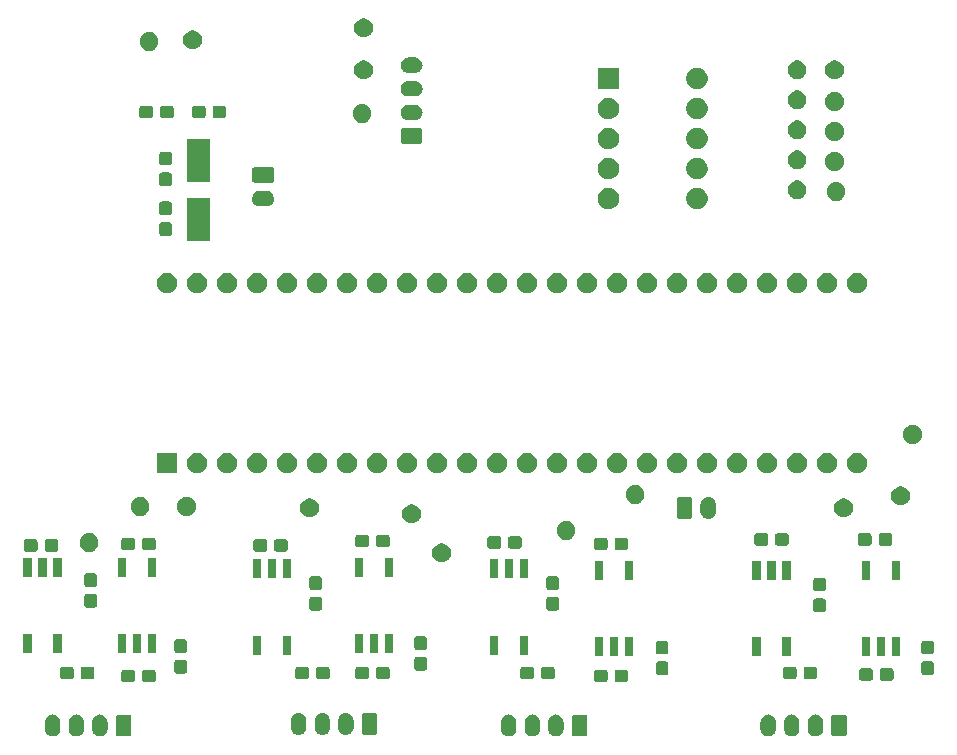
<source format=gbr>
G04 #@! TF.GenerationSoftware,KiCad,Pcbnew,5.1.5+dfsg1-2build2*
G04 #@! TF.CreationDate,2021-08-10T13:41:00-07:00*
G04 #@! TF.ProjectId,Telemetry Board Shrink,54656c65-6d65-4747-9279-20426f617264,rev?*
G04 #@! TF.SameCoordinates,Original*
G04 #@! TF.FileFunction,Soldermask,Top*
G04 #@! TF.FilePolarity,Negative*
%FSLAX46Y46*%
G04 Gerber Fmt 4.6, Leading zero omitted, Abs format (unit mm)*
G04 Created by KiCad (PCBNEW 5.1.5+dfsg1-2build2) date 2021-08-10 13:41:00*
%MOMM*%
%LPD*%
G04 APERTURE LIST*
%ADD10C,0.100000*%
G04 APERTURE END LIST*
D10*
G36*
X175610618Y-129385420D02*
G01*
X175687553Y-129408758D01*
X175733336Y-129422646D01*
X175846425Y-129483094D01*
X175945554Y-129564446D01*
X176026906Y-129663575D01*
X176087354Y-129776664D01*
X176087355Y-129776668D01*
X176124580Y-129899382D01*
X176134000Y-129995027D01*
X176134000Y-130608973D01*
X176124580Y-130704618D01*
X176097040Y-130795404D01*
X176087354Y-130827336D01*
X176026906Y-130940425D01*
X175945554Y-131039553D01*
X175846424Y-131120906D01*
X175733335Y-131181354D01*
X175701403Y-131191040D01*
X175610617Y-131218580D01*
X175483000Y-131231149D01*
X175355382Y-131218580D01*
X175264596Y-131191040D01*
X175232664Y-131181354D01*
X175119575Y-131120906D01*
X175020447Y-131039554D01*
X174939094Y-130940424D01*
X174878646Y-130827335D01*
X174868960Y-130795403D01*
X174841420Y-130704617D01*
X174832000Y-130608972D01*
X174832000Y-129995027D01*
X174841420Y-129899382D01*
X174878645Y-129776668D01*
X174878645Y-129776667D01*
X174910957Y-129716217D01*
X174939095Y-129663574D01*
X174946389Y-129654686D01*
X175020447Y-129564446D01*
X175119576Y-129483094D01*
X175232665Y-129422646D01*
X175278448Y-129408758D01*
X175355383Y-129385420D01*
X175483000Y-129372851D01*
X175610618Y-129385420D01*
G37*
G36*
X139002618Y-129385420D02*
G01*
X139079553Y-129408758D01*
X139125336Y-129422646D01*
X139238425Y-129483094D01*
X139337554Y-129564446D01*
X139418906Y-129663575D01*
X139479354Y-129776664D01*
X139479355Y-129776668D01*
X139516580Y-129899382D01*
X139526000Y-129995027D01*
X139526000Y-130608973D01*
X139516580Y-130704618D01*
X139489040Y-130795404D01*
X139479354Y-130827336D01*
X139418906Y-130940425D01*
X139337554Y-131039553D01*
X139238424Y-131120906D01*
X139125335Y-131181354D01*
X139093403Y-131191040D01*
X139002617Y-131218580D01*
X138875000Y-131231149D01*
X138747382Y-131218580D01*
X138656596Y-131191040D01*
X138624664Y-131181354D01*
X138511575Y-131120906D01*
X138412447Y-131039554D01*
X138331094Y-130940424D01*
X138270646Y-130827335D01*
X138260960Y-130795403D01*
X138233420Y-130704617D01*
X138224000Y-130608972D01*
X138224000Y-129995027D01*
X138233420Y-129899382D01*
X138270645Y-129776668D01*
X138270645Y-129776667D01*
X138302957Y-129716217D01*
X138331095Y-129663574D01*
X138338389Y-129654686D01*
X138412447Y-129564446D01*
X138511576Y-129483094D01*
X138624665Y-129422646D01*
X138670448Y-129408758D01*
X138747383Y-129385420D01*
X138875000Y-129372851D01*
X139002618Y-129385420D01*
G37*
G36*
X201581618Y-129385420D02*
G01*
X201658553Y-129408758D01*
X201704336Y-129422646D01*
X201817425Y-129483094D01*
X201916554Y-129564446D01*
X201997906Y-129663575D01*
X202058354Y-129776664D01*
X202058355Y-129776668D01*
X202095580Y-129899382D01*
X202105000Y-129995027D01*
X202105000Y-130608973D01*
X202095580Y-130704618D01*
X202068040Y-130795404D01*
X202058354Y-130827336D01*
X201997906Y-130940425D01*
X201916554Y-131039553D01*
X201817424Y-131120906D01*
X201704335Y-131181354D01*
X201672403Y-131191040D01*
X201581617Y-131218580D01*
X201454000Y-131231149D01*
X201326382Y-131218580D01*
X201235596Y-131191040D01*
X201203664Y-131181354D01*
X201090575Y-131120906D01*
X200991447Y-131039554D01*
X200910094Y-130940424D01*
X200849646Y-130827335D01*
X200839960Y-130795403D01*
X200812420Y-130704617D01*
X200803000Y-130608972D01*
X200803000Y-129995027D01*
X200812420Y-129899382D01*
X200849645Y-129776668D01*
X200849645Y-129776667D01*
X200881957Y-129716217D01*
X200910095Y-129663574D01*
X200917389Y-129654686D01*
X200991447Y-129564446D01*
X201090576Y-129483094D01*
X201203665Y-129422646D01*
X201249448Y-129408758D01*
X201326383Y-129385420D01*
X201454000Y-129372851D01*
X201581618Y-129385420D01*
G37*
G36*
X199581618Y-129385420D02*
G01*
X199658553Y-129408758D01*
X199704336Y-129422646D01*
X199817425Y-129483094D01*
X199916554Y-129564446D01*
X199997906Y-129663575D01*
X200058354Y-129776664D01*
X200058355Y-129776668D01*
X200095580Y-129899382D01*
X200105000Y-129995027D01*
X200105000Y-130608973D01*
X200095580Y-130704618D01*
X200068040Y-130795404D01*
X200058354Y-130827336D01*
X199997906Y-130940425D01*
X199916554Y-131039553D01*
X199817424Y-131120906D01*
X199704335Y-131181354D01*
X199672403Y-131191040D01*
X199581617Y-131218580D01*
X199454000Y-131231149D01*
X199326382Y-131218580D01*
X199235596Y-131191040D01*
X199203664Y-131181354D01*
X199090575Y-131120906D01*
X198991447Y-131039554D01*
X198910094Y-130940424D01*
X198849646Y-130827335D01*
X198839960Y-130795403D01*
X198812420Y-130704617D01*
X198803000Y-130608972D01*
X198803000Y-129995027D01*
X198812420Y-129899382D01*
X198849645Y-129776668D01*
X198849645Y-129776667D01*
X198881957Y-129716217D01*
X198910095Y-129663574D01*
X198917389Y-129654686D01*
X198991447Y-129564446D01*
X199090576Y-129483094D01*
X199203665Y-129422646D01*
X199249448Y-129408758D01*
X199326383Y-129385420D01*
X199454000Y-129372851D01*
X199581618Y-129385420D01*
G37*
G36*
X197581618Y-129385420D02*
G01*
X197658553Y-129408758D01*
X197704336Y-129422646D01*
X197817425Y-129483094D01*
X197916554Y-129564446D01*
X197997906Y-129663575D01*
X198058354Y-129776664D01*
X198058355Y-129776668D01*
X198095580Y-129899382D01*
X198105000Y-129995027D01*
X198105000Y-130608973D01*
X198095580Y-130704618D01*
X198068040Y-130795404D01*
X198058354Y-130827336D01*
X197997906Y-130940425D01*
X197916554Y-131039553D01*
X197817424Y-131120906D01*
X197704335Y-131181354D01*
X197672403Y-131191040D01*
X197581617Y-131218580D01*
X197454000Y-131231149D01*
X197326382Y-131218580D01*
X197235596Y-131191040D01*
X197203664Y-131181354D01*
X197090575Y-131120906D01*
X196991447Y-131039554D01*
X196910094Y-130940424D01*
X196849646Y-130827335D01*
X196839960Y-130795403D01*
X196812420Y-130704617D01*
X196803000Y-130608972D01*
X196803000Y-129995027D01*
X196812420Y-129899382D01*
X196849645Y-129776668D01*
X196849645Y-129776667D01*
X196881957Y-129716217D01*
X196910095Y-129663574D01*
X196917389Y-129654686D01*
X196991447Y-129564446D01*
X197090576Y-129483094D01*
X197203665Y-129422646D01*
X197249448Y-129408758D01*
X197326383Y-129385420D01*
X197454000Y-129372851D01*
X197581618Y-129385420D01*
G37*
G36*
X137002618Y-129385420D02*
G01*
X137079553Y-129408758D01*
X137125336Y-129422646D01*
X137238425Y-129483094D01*
X137337554Y-129564446D01*
X137418906Y-129663575D01*
X137479354Y-129776664D01*
X137479355Y-129776668D01*
X137516580Y-129899382D01*
X137526000Y-129995027D01*
X137526000Y-130608973D01*
X137516580Y-130704618D01*
X137489040Y-130795404D01*
X137479354Y-130827336D01*
X137418906Y-130940425D01*
X137337554Y-131039553D01*
X137238424Y-131120906D01*
X137125335Y-131181354D01*
X137093403Y-131191040D01*
X137002617Y-131218580D01*
X136875000Y-131231149D01*
X136747382Y-131218580D01*
X136656596Y-131191040D01*
X136624664Y-131181354D01*
X136511575Y-131120906D01*
X136412447Y-131039554D01*
X136331094Y-130940424D01*
X136270646Y-130827335D01*
X136260960Y-130795403D01*
X136233420Y-130704617D01*
X136224000Y-130608972D01*
X136224000Y-129995027D01*
X136233420Y-129899382D01*
X136270645Y-129776668D01*
X136270645Y-129776667D01*
X136302957Y-129716217D01*
X136331095Y-129663574D01*
X136338389Y-129654686D01*
X136412447Y-129564446D01*
X136511576Y-129483094D01*
X136624665Y-129422646D01*
X136670448Y-129408758D01*
X136747383Y-129385420D01*
X136875000Y-129372851D01*
X137002618Y-129385420D01*
G37*
G36*
X141002618Y-129385420D02*
G01*
X141079553Y-129408758D01*
X141125336Y-129422646D01*
X141238425Y-129483094D01*
X141337554Y-129564446D01*
X141418906Y-129663575D01*
X141479354Y-129776664D01*
X141479355Y-129776668D01*
X141516580Y-129899382D01*
X141526000Y-129995027D01*
X141526000Y-130608973D01*
X141516580Y-130704618D01*
X141489040Y-130795404D01*
X141479354Y-130827336D01*
X141418906Y-130940425D01*
X141337554Y-131039553D01*
X141238424Y-131120906D01*
X141125335Y-131181354D01*
X141093403Y-131191040D01*
X141002617Y-131218580D01*
X140875000Y-131231149D01*
X140747382Y-131218580D01*
X140656596Y-131191040D01*
X140624664Y-131181354D01*
X140511575Y-131120906D01*
X140412447Y-131039554D01*
X140331094Y-130940424D01*
X140270646Y-130827335D01*
X140260960Y-130795403D01*
X140233420Y-130704617D01*
X140224000Y-130608972D01*
X140224000Y-129995027D01*
X140233420Y-129899382D01*
X140270645Y-129776668D01*
X140270645Y-129776667D01*
X140302957Y-129716217D01*
X140331095Y-129663574D01*
X140338389Y-129654686D01*
X140412447Y-129564446D01*
X140511576Y-129483094D01*
X140624665Y-129422646D01*
X140670448Y-129408758D01*
X140747383Y-129385420D01*
X140875000Y-129372851D01*
X141002618Y-129385420D01*
G37*
G36*
X177610618Y-129385420D02*
G01*
X177687553Y-129408758D01*
X177733336Y-129422646D01*
X177846425Y-129483094D01*
X177945554Y-129564446D01*
X178026906Y-129663575D01*
X178087354Y-129776664D01*
X178087355Y-129776668D01*
X178124580Y-129899382D01*
X178134000Y-129995027D01*
X178134000Y-130608973D01*
X178124580Y-130704618D01*
X178097040Y-130795404D01*
X178087354Y-130827336D01*
X178026906Y-130940425D01*
X177945554Y-131039553D01*
X177846424Y-131120906D01*
X177733335Y-131181354D01*
X177701403Y-131191040D01*
X177610617Y-131218580D01*
X177483000Y-131231149D01*
X177355382Y-131218580D01*
X177264596Y-131191040D01*
X177232664Y-131181354D01*
X177119575Y-131120906D01*
X177020447Y-131039554D01*
X176939094Y-130940424D01*
X176878646Y-130827335D01*
X176868960Y-130795403D01*
X176841420Y-130704617D01*
X176832000Y-130608972D01*
X176832000Y-129995027D01*
X176841420Y-129899382D01*
X176878645Y-129776668D01*
X176878645Y-129776667D01*
X176910957Y-129716217D01*
X176939095Y-129663574D01*
X176946389Y-129654686D01*
X177020447Y-129564446D01*
X177119576Y-129483094D01*
X177232665Y-129422646D01*
X177278448Y-129408758D01*
X177355383Y-129385420D01*
X177483000Y-129372851D01*
X177610618Y-129385420D01*
G37*
G36*
X179610618Y-129385420D02*
G01*
X179687553Y-129408758D01*
X179733336Y-129422646D01*
X179846425Y-129483094D01*
X179945554Y-129564446D01*
X180026906Y-129663575D01*
X180087354Y-129776664D01*
X180087355Y-129776668D01*
X180124580Y-129899382D01*
X180134000Y-129995027D01*
X180134000Y-130608973D01*
X180124580Y-130704618D01*
X180097040Y-130795404D01*
X180087354Y-130827336D01*
X180026906Y-130940425D01*
X179945554Y-131039553D01*
X179846424Y-131120906D01*
X179733335Y-131181354D01*
X179701403Y-131191040D01*
X179610617Y-131218580D01*
X179483000Y-131231149D01*
X179355382Y-131218580D01*
X179264596Y-131191040D01*
X179232664Y-131181354D01*
X179119575Y-131120906D01*
X179020447Y-131039554D01*
X178939094Y-130940424D01*
X178878646Y-130827335D01*
X178868960Y-130795403D01*
X178841420Y-130704617D01*
X178832000Y-130608972D01*
X178832000Y-129995027D01*
X178841420Y-129899382D01*
X178878645Y-129776668D01*
X178878645Y-129776667D01*
X178910957Y-129716217D01*
X178939095Y-129663574D01*
X178946389Y-129654686D01*
X179020447Y-129564446D01*
X179119576Y-129483094D01*
X179232665Y-129422646D01*
X179278448Y-129408758D01*
X179355383Y-129385420D01*
X179483000Y-129372851D01*
X179610618Y-129385420D01*
G37*
G36*
X203945242Y-129380404D02*
G01*
X203982337Y-129391657D01*
X204016515Y-129409925D01*
X204046481Y-129434519D01*
X204071075Y-129464485D01*
X204089343Y-129498663D01*
X204100596Y-129535758D01*
X204105000Y-129580474D01*
X204105000Y-131023526D01*
X204100596Y-131068242D01*
X204089343Y-131105337D01*
X204071075Y-131139515D01*
X204046481Y-131169481D01*
X204016515Y-131194075D01*
X203982337Y-131212343D01*
X203945242Y-131223596D01*
X203900526Y-131228000D01*
X203007474Y-131228000D01*
X202962758Y-131223596D01*
X202925663Y-131212343D01*
X202891485Y-131194075D01*
X202861519Y-131169481D01*
X202836925Y-131139515D01*
X202818657Y-131105337D01*
X202807404Y-131068242D01*
X202803000Y-131023526D01*
X202803000Y-129580474D01*
X202807404Y-129535758D01*
X202818657Y-129498663D01*
X202836925Y-129464485D01*
X202861519Y-129434519D01*
X202891485Y-129409925D01*
X202925663Y-129391657D01*
X202962758Y-129380404D01*
X203007474Y-129376000D01*
X203900526Y-129376000D01*
X203945242Y-129380404D01*
G37*
G36*
X143366242Y-129380404D02*
G01*
X143403337Y-129391657D01*
X143437515Y-129409925D01*
X143467481Y-129434519D01*
X143492075Y-129464485D01*
X143510343Y-129498663D01*
X143521596Y-129535758D01*
X143526000Y-129580474D01*
X143526000Y-131023526D01*
X143521596Y-131068242D01*
X143510343Y-131105337D01*
X143492075Y-131139515D01*
X143467481Y-131169481D01*
X143437515Y-131194075D01*
X143403337Y-131212343D01*
X143366242Y-131223596D01*
X143321526Y-131228000D01*
X142428474Y-131228000D01*
X142383758Y-131223596D01*
X142346663Y-131212343D01*
X142312485Y-131194075D01*
X142282519Y-131169481D01*
X142257925Y-131139515D01*
X142239657Y-131105337D01*
X142228404Y-131068242D01*
X142224000Y-131023526D01*
X142224000Y-129580474D01*
X142228404Y-129535758D01*
X142239657Y-129498663D01*
X142257925Y-129464485D01*
X142282519Y-129434519D01*
X142312485Y-129409925D01*
X142346663Y-129391657D01*
X142383758Y-129380404D01*
X142428474Y-129376000D01*
X143321526Y-129376000D01*
X143366242Y-129380404D01*
G37*
G36*
X181974242Y-129380404D02*
G01*
X182011337Y-129391657D01*
X182045515Y-129409925D01*
X182075481Y-129434519D01*
X182100075Y-129464485D01*
X182118343Y-129498663D01*
X182129596Y-129535758D01*
X182134000Y-129580474D01*
X182134000Y-131023526D01*
X182129596Y-131068242D01*
X182118343Y-131105337D01*
X182100075Y-131139515D01*
X182075481Y-131169481D01*
X182045515Y-131194075D01*
X182011337Y-131212343D01*
X181974242Y-131223596D01*
X181929526Y-131228000D01*
X181036474Y-131228000D01*
X180991758Y-131223596D01*
X180954663Y-131212343D01*
X180920485Y-131194075D01*
X180890519Y-131169481D01*
X180865925Y-131139515D01*
X180847657Y-131105337D01*
X180836404Y-131068242D01*
X180832000Y-131023526D01*
X180832000Y-129580474D01*
X180836404Y-129535758D01*
X180847657Y-129498663D01*
X180865925Y-129464485D01*
X180890519Y-129434519D01*
X180920485Y-129409925D01*
X180954663Y-129391657D01*
X180991758Y-129380404D01*
X181036474Y-129376000D01*
X181929526Y-129376000D01*
X181974242Y-129380404D01*
G37*
G36*
X157830618Y-129258420D02*
G01*
X157911400Y-129282925D01*
X157953336Y-129295646D01*
X158066425Y-129356094D01*
X158165554Y-129437446D01*
X158246906Y-129536575D01*
X158307354Y-129649664D01*
X158307355Y-129649668D01*
X158344580Y-129772382D01*
X158354000Y-129868027D01*
X158354000Y-130481973D01*
X158344580Y-130577618D01*
X158335068Y-130608974D01*
X158307354Y-130700336D01*
X158246906Y-130813425D01*
X158165554Y-130912553D01*
X158066424Y-130993906D01*
X157953335Y-131054354D01*
X157932899Y-131060553D01*
X157830617Y-131091580D01*
X157703000Y-131104149D01*
X157575382Y-131091580D01*
X157473100Y-131060553D01*
X157452664Y-131054354D01*
X157339575Y-130993906D01*
X157240447Y-130912554D01*
X157159094Y-130813424D01*
X157098646Y-130700335D01*
X157070932Y-130608973D01*
X157061420Y-130577617D01*
X157052000Y-130481972D01*
X157052000Y-129868027D01*
X157061420Y-129772382D01*
X157094426Y-129663575D01*
X157098645Y-129649667D01*
X157144197Y-129564446D01*
X157159095Y-129536574D01*
X157190208Y-129498663D01*
X157240447Y-129437446D01*
X157339576Y-129356094D01*
X157452665Y-129295646D01*
X157494601Y-129282925D01*
X157575383Y-129258420D01*
X157703000Y-129245851D01*
X157830618Y-129258420D01*
G37*
G36*
X159830618Y-129258420D02*
G01*
X159911400Y-129282925D01*
X159953336Y-129295646D01*
X160066425Y-129356094D01*
X160165554Y-129437446D01*
X160246906Y-129536575D01*
X160307354Y-129649664D01*
X160307355Y-129649668D01*
X160344580Y-129772382D01*
X160354000Y-129868027D01*
X160354000Y-130481973D01*
X160344580Y-130577618D01*
X160335068Y-130608974D01*
X160307354Y-130700336D01*
X160246906Y-130813425D01*
X160165554Y-130912553D01*
X160066424Y-130993906D01*
X159953335Y-131054354D01*
X159932899Y-131060553D01*
X159830617Y-131091580D01*
X159703000Y-131104149D01*
X159575382Y-131091580D01*
X159473100Y-131060553D01*
X159452664Y-131054354D01*
X159339575Y-130993906D01*
X159240447Y-130912554D01*
X159159094Y-130813424D01*
X159098646Y-130700335D01*
X159070932Y-130608973D01*
X159061420Y-130577617D01*
X159052000Y-130481972D01*
X159052000Y-129868027D01*
X159061420Y-129772382D01*
X159094426Y-129663575D01*
X159098645Y-129649667D01*
X159144197Y-129564446D01*
X159159095Y-129536574D01*
X159190208Y-129498663D01*
X159240447Y-129437446D01*
X159339576Y-129356094D01*
X159452665Y-129295646D01*
X159494601Y-129282925D01*
X159575383Y-129258420D01*
X159703000Y-129245851D01*
X159830618Y-129258420D01*
G37*
G36*
X161830618Y-129258420D02*
G01*
X161911400Y-129282925D01*
X161953336Y-129295646D01*
X162066425Y-129356094D01*
X162165554Y-129437446D01*
X162246906Y-129536575D01*
X162307354Y-129649664D01*
X162307355Y-129649668D01*
X162344580Y-129772382D01*
X162354000Y-129868027D01*
X162354000Y-130481973D01*
X162344580Y-130577618D01*
X162335068Y-130608974D01*
X162307354Y-130700336D01*
X162246906Y-130813425D01*
X162165554Y-130912553D01*
X162066424Y-130993906D01*
X161953335Y-131054354D01*
X161932899Y-131060553D01*
X161830617Y-131091580D01*
X161703000Y-131104149D01*
X161575382Y-131091580D01*
X161473100Y-131060553D01*
X161452664Y-131054354D01*
X161339575Y-130993906D01*
X161240447Y-130912554D01*
X161159094Y-130813424D01*
X161098646Y-130700335D01*
X161070932Y-130608973D01*
X161061420Y-130577617D01*
X161052000Y-130481972D01*
X161052000Y-129868027D01*
X161061420Y-129772382D01*
X161094426Y-129663575D01*
X161098645Y-129649667D01*
X161144197Y-129564446D01*
X161159095Y-129536574D01*
X161190208Y-129498663D01*
X161240447Y-129437446D01*
X161339576Y-129356094D01*
X161452665Y-129295646D01*
X161494601Y-129282925D01*
X161575383Y-129258420D01*
X161703000Y-129245851D01*
X161830618Y-129258420D01*
G37*
G36*
X164194242Y-129253404D02*
G01*
X164231337Y-129264657D01*
X164265515Y-129282925D01*
X164295481Y-129307519D01*
X164320075Y-129337485D01*
X164338343Y-129371663D01*
X164349596Y-129408758D01*
X164354000Y-129453474D01*
X164354000Y-130896526D01*
X164349596Y-130941242D01*
X164338343Y-130978337D01*
X164320075Y-131012515D01*
X164295481Y-131042481D01*
X164265515Y-131067075D01*
X164231337Y-131085343D01*
X164194242Y-131096596D01*
X164149526Y-131101000D01*
X163256474Y-131101000D01*
X163211758Y-131096596D01*
X163174663Y-131085343D01*
X163140485Y-131067075D01*
X163110519Y-131042481D01*
X163085925Y-131012515D01*
X163067657Y-130978337D01*
X163056404Y-130941242D01*
X163052000Y-130896526D01*
X163052000Y-129453474D01*
X163056404Y-129408758D01*
X163067657Y-129371663D01*
X163085925Y-129337485D01*
X163110519Y-129307519D01*
X163140485Y-129282925D01*
X163174663Y-129264657D01*
X163211758Y-129253404D01*
X163256474Y-129249000D01*
X164149526Y-129249000D01*
X164194242Y-129253404D01*
G37*
G36*
X143684499Y-125589445D02*
G01*
X143721995Y-125600820D01*
X143756554Y-125619292D01*
X143786847Y-125644153D01*
X143811708Y-125674446D01*
X143830180Y-125709005D01*
X143841555Y-125746501D01*
X143846000Y-125791638D01*
X143846000Y-126430362D01*
X143841555Y-126475499D01*
X143830180Y-126512995D01*
X143811708Y-126547554D01*
X143786847Y-126577847D01*
X143756554Y-126602708D01*
X143721995Y-126621180D01*
X143684499Y-126632555D01*
X143639362Y-126637000D01*
X142900638Y-126637000D01*
X142855501Y-126632555D01*
X142818005Y-126621180D01*
X142783446Y-126602708D01*
X142753153Y-126577847D01*
X142728292Y-126547554D01*
X142709820Y-126512995D01*
X142698445Y-126475499D01*
X142694000Y-126430362D01*
X142694000Y-125791638D01*
X142698445Y-125746501D01*
X142709820Y-125709005D01*
X142728292Y-125674446D01*
X142753153Y-125644153D01*
X142783446Y-125619292D01*
X142818005Y-125600820D01*
X142855501Y-125589445D01*
X142900638Y-125585000D01*
X143639362Y-125585000D01*
X143684499Y-125589445D01*
G37*
G36*
X183689499Y-125589445D02*
G01*
X183726995Y-125600820D01*
X183761554Y-125619292D01*
X183791847Y-125644153D01*
X183816708Y-125674446D01*
X183835180Y-125709005D01*
X183846555Y-125746501D01*
X183851000Y-125791638D01*
X183851000Y-126430362D01*
X183846555Y-126475499D01*
X183835180Y-126512995D01*
X183816708Y-126547554D01*
X183791847Y-126577847D01*
X183761554Y-126602708D01*
X183726995Y-126621180D01*
X183689499Y-126632555D01*
X183644362Y-126637000D01*
X182905638Y-126637000D01*
X182860501Y-126632555D01*
X182823005Y-126621180D01*
X182788446Y-126602708D01*
X182758153Y-126577847D01*
X182733292Y-126547554D01*
X182714820Y-126512995D01*
X182703445Y-126475499D01*
X182699000Y-126430362D01*
X182699000Y-125791638D01*
X182703445Y-125746501D01*
X182714820Y-125709005D01*
X182733292Y-125674446D01*
X182758153Y-125644153D01*
X182788446Y-125619292D01*
X182823005Y-125600820D01*
X182860501Y-125589445D01*
X182905638Y-125585000D01*
X183644362Y-125585000D01*
X183689499Y-125589445D01*
G37*
G36*
X185439499Y-125589445D02*
G01*
X185476995Y-125600820D01*
X185511554Y-125619292D01*
X185541847Y-125644153D01*
X185566708Y-125674446D01*
X185585180Y-125709005D01*
X185596555Y-125746501D01*
X185601000Y-125791638D01*
X185601000Y-126430362D01*
X185596555Y-126475499D01*
X185585180Y-126512995D01*
X185566708Y-126547554D01*
X185541847Y-126577847D01*
X185511554Y-126602708D01*
X185476995Y-126621180D01*
X185439499Y-126632555D01*
X185394362Y-126637000D01*
X184655638Y-126637000D01*
X184610501Y-126632555D01*
X184573005Y-126621180D01*
X184538446Y-126602708D01*
X184508153Y-126577847D01*
X184483292Y-126547554D01*
X184464820Y-126512995D01*
X184453445Y-126475499D01*
X184449000Y-126430362D01*
X184449000Y-125791638D01*
X184453445Y-125746501D01*
X184464820Y-125709005D01*
X184483292Y-125674446D01*
X184508153Y-125644153D01*
X184538446Y-125619292D01*
X184573005Y-125600820D01*
X184610501Y-125589445D01*
X184655638Y-125585000D01*
X185394362Y-125585000D01*
X185439499Y-125589445D01*
G37*
G36*
X145434499Y-125589445D02*
G01*
X145471995Y-125600820D01*
X145506554Y-125619292D01*
X145536847Y-125644153D01*
X145561708Y-125674446D01*
X145580180Y-125709005D01*
X145591555Y-125746501D01*
X145596000Y-125791638D01*
X145596000Y-126430362D01*
X145591555Y-126475499D01*
X145580180Y-126512995D01*
X145561708Y-126547554D01*
X145536847Y-126577847D01*
X145506554Y-126602708D01*
X145471995Y-126621180D01*
X145434499Y-126632555D01*
X145389362Y-126637000D01*
X144650638Y-126637000D01*
X144605501Y-126632555D01*
X144568005Y-126621180D01*
X144533446Y-126602708D01*
X144503153Y-126577847D01*
X144478292Y-126547554D01*
X144459820Y-126512995D01*
X144448445Y-126475499D01*
X144444000Y-126430362D01*
X144444000Y-125791638D01*
X144448445Y-125746501D01*
X144459820Y-125709005D01*
X144478292Y-125674446D01*
X144503153Y-125644153D01*
X144533446Y-125619292D01*
X144568005Y-125600820D01*
X144605501Y-125589445D01*
X144650638Y-125585000D01*
X145389362Y-125585000D01*
X145434499Y-125589445D01*
G37*
G36*
X206154499Y-125462445D02*
G01*
X206191995Y-125473820D01*
X206226554Y-125492292D01*
X206256847Y-125517153D01*
X206281708Y-125547446D01*
X206300180Y-125582005D01*
X206311555Y-125619501D01*
X206316000Y-125664638D01*
X206316000Y-126303362D01*
X206311555Y-126348499D01*
X206300180Y-126385995D01*
X206281708Y-126420554D01*
X206256847Y-126450847D01*
X206226554Y-126475708D01*
X206191995Y-126494180D01*
X206154499Y-126505555D01*
X206109362Y-126510000D01*
X205370638Y-126510000D01*
X205325501Y-126505555D01*
X205288005Y-126494180D01*
X205253446Y-126475708D01*
X205223153Y-126450847D01*
X205198292Y-126420554D01*
X205179820Y-126385995D01*
X205168445Y-126348499D01*
X205164000Y-126303362D01*
X205164000Y-125664638D01*
X205168445Y-125619501D01*
X205179820Y-125582005D01*
X205198292Y-125547446D01*
X205223153Y-125517153D01*
X205253446Y-125492292D01*
X205288005Y-125473820D01*
X205325501Y-125462445D01*
X205370638Y-125458000D01*
X206109362Y-125458000D01*
X206154499Y-125462445D01*
G37*
G36*
X207904499Y-125462445D02*
G01*
X207941995Y-125473820D01*
X207976554Y-125492292D01*
X208006847Y-125517153D01*
X208031708Y-125547446D01*
X208050180Y-125582005D01*
X208061555Y-125619501D01*
X208066000Y-125664638D01*
X208066000Y-126303362D01*
X208061555Y-126348499D01*
X208050180Y-126385995D01*
X208031708Y-126420554D01*
X208006847Y-126450847D01*
X207976554Y-126475708D01*
X207941995Y-126494180D01*
X207904499Y-126505555D01*
X207859362Y-126510000D01*
X207120638Y-126510000D01*
X207075501Y-126505555D01*
X207038005Y-126494180D01*
X207003446Y-126475708D01*
X206973153Y-126450847D01*
X206948292Y-126420554D01*
X206929820Y-126385995D01*
X206918445Y-126348499D01*
X206914000Y-126303362D01*
X206914000Y-125664638D01*
X206918445Y-125619501D01*
X206929820Y-125582005D01*
X206948292Y-125547446D01*
X206973153Y-125517153D01*
X207003446Y-125492292D01*
X207038005Y-125473820D01*
X207075501Y-125462445D01*
X207120638Y-125458000D01*
X207859362Y-125458000D01*
X207904499Y-125462445D01*
G37*
G36*
X199691499Y-125335445D02*
G01*
X199728995Y-125346820D01*
X199763554Y-125365292D01*
X199793847Y-125390153D01*
X199818708Y-125420446D01*
X199837180Y-125455005D01*
X199848555Y-125492501D01*
X199853000Y-125537638D01*
X199853000Y-126176362D01*
X199848555Y-126221499D01*
X199837180Y-126258995D01*
X199818708Y-126293554D01*
X199793847Y-126323847D01*
X199763554Y-126348708D01*
X199728995Y-126367180D01*
X199691499Y-126378555D01*
X199646362Y-126383000D01*
X198907638Y-126383000D01*
X198862501Y-126378555D01*
X198825005Y-126367180D01*
X198790446Y-126348708D01*
X198760153Y-126323847D01*
X198735292Y-126293554D01*
X198716820Y-126258995D01*
X198705445Y-126221499D01*
X198701000Y-126176362D01*
X198701000Y-125537638D01*
X198705445Y-125492501D01*
X198716820Y-125455005D01*
X198735292Y-125420446D01*
X198760153Y-125390153D01*
X198790446Y-125365292D01*
X198825005Y-125346820D01*
X198862501Y-125335445D01*
X198907638Y-125331000D01*
X199646362Y-125331000D01*
X199691499Y-125335445D01*
G37*
G36*
X163496499Y-125335445D02*
G01*
X163533995Y-125346820D01*
X163568554Y-125365292D01*
X163598847Y-125390153D01*
X163623708Y-125420446D01*
X163642180Y-125455005D01*
X163653555Y-125492501D01*
X163658000Y-125537638D01*
X163658000Y-126176362D01*
X163653555Y-126221499D01*
X163642180Y-126258995D01*
X163623708Y-126293554D01*
X163598847Y-126323847D01*
X163568554Y-126348708D01*
X163533995Y-126367180D01*
X163496499Y-126378555D01*
X163451362Y-126383000D01*
X162712638Y-126383000D01*
X162667501Y-126378555D01*
X162630005Y-126367180D01*
X162595446Y-126348708D01*
X162565153Y-126323847D01*
X162540292Y-126293554D01*
X162521820Y-126258995D01*
X162510445Y-126221499D01*
X162506000Y-126176362D01*
X162506000Y-125537638D01*
X162510445Y-125492501D01*
X162521820Y-125455005D01*
X162540292Y-125420446D01*
X162565153Y-125390153D01*
X162595446Y-125365292D01*
X162630005Y-125346820D01*
X162667501Y-125335445D01*
X162712638Y-125331000D01*
X163451362Y-125331000D01*
X163496499Y-125335445D01*
G37*
G36*
X138491499Y-125335445D02*
G01*
X138528995Y-125346820D01*
X138563554Y-125365292D01*
X138593847Y-125390153D01*
X138618708Y-125420446D01*
X138637180Y-125455005D01*
X138648555Y-125492501D01*
X138653000Y-125537638D01*
X138653000Y-126176362D01*
X138648555Y-126221499D01*
X138637180Y-126258995D01*
X138618708Y-126293554D01*
X138593847Y-126323847D01*
X138563554Y-126348708D01*
X138528995Y-126367180D01*
X138491499Y-126378555D01*
X138446362Y-126383000D01*
X137707638Y-126383000D01*
X137662501Y-126378555D01*
X137625005Y-126367180D01*
X137590446Y-126348708D01*
X137560153Y-126323847D01*
X137535292Y-126293554D01*
X137516820Y-126258995D01*
X137505445Y-126221499D01*
X137501000Y-126176362D01*
X137501000Y-125537638D01*
X137505445Y-125492501D01*
X137516820Y-125455005D01*
X137535292Y-125420446D01*
X137560153Y-125390153D01*
X137590446Y-125365292D01*
X137625005Y-125346820D01*
X137662501Y-125335445D01*
X137707638Y-125331000D01*
X138446362Y-125331000D01*
X138491499Y-125335445D01*
G37*
G36*
X140241499Y-125335445D02*
G01*
X140278995Y-125346820D01*
X140313554Y-125365292D01*
X140343847Y-125390153D01*
X140368708Y-125420446D01*
X140387180Y-125455005D01*
X140398555Y-125492501D01*
X140403000Y-125537638D01*
X140403000Y-126176362D01*
X140398555Y-126221499D01*
X140387180Y-126258995D01*
X140368708Y-126293554D01*
X140343847Y-126323847D01*
X140313554Y-126348708D01*
X140278995Y-126367180D01*
X140241499Y-126378555D01*
X140196362Y-126383000D01*
X139457638Y-126383000D01*
X139412501Y-126378555D01*
X139375005Y-126367180D01*
X139340446Y-126348708D01*
X139310153Y-126323847D01*
X139285292Y-126293554D01*
X139266820Y-126258995D01*
X139255445Y-126221499D01*
X139251000Y-126176362D01*
X139251000Y-125537638D01*
X139255445Y-125492501D01*
X139266820Y-125455005D01*
X139285292Y-125420446D01*
X139310153Y-125390153D01*
X139340446Y-125365292D01*
X139375005Y-125346820D01*
X139412501Y-125335445D01*
X139457638Y-125331000D01*
X140196362Y-125331000D01*
X140241499Y-125335445D01*
G37*
G36*
X158416499Y-125335445D02*
G01*
X158453995Y-125346820D01*
X158488554Y-125365292D01*
X158518847Y-125390153D01*
X158543708Y-125420446D01*
X158562180Y-125455005D01*
X158573555Y-125492501D01*
X158578000Y-125537638D01*
X158578000Y-126176362D01*
X158573555Y-126221499D01*
X158562180Y-126258995D01*
X158543708Y-126293554D01*
X158518847Y-126323847D01*
X158488554Y-126348708D01*
X158453995Y-126367180D01*
X158416499Y-126378555D01*
X158371362Y-126383000D01*
X157632638Y-126383000D01*
X157587501Y-126378555D01*
X157550005Y-126367180D01*
X157515446Y-126348708D01*
X157485153Y-126323847D01*
X157460292Y-126293554D01*
X157441820Y-126258995D01*
X157430445Y-126221499D01*
X157426000Y-126176362D01*
X157426000Y-125537638D01*
X157430445Y-125492501D01*
X157441820Y-125455005D01*
X157460292Y-125420446D01*
X157485153Y-125390153D01*
X157515446Y-125365292D01*
X157550005Y-125346820D01*
X157587501Y-125335445D01*
X157632638Y-125331000D01*
X158371362Y-125331000D01*
X158416499Y-125335445D01*
G37*
G36*
X165246499Y-125335445D02*
G01*
X165283995Y-125346820D01*
X165318554Y-125365292D01*
X165348847Y-125390153D01*
X165373708Y-125420446D01*
X165392180Y-125455005D01*
X165403555Y-125492501D01*
X165408000Y-125537638D01*
X165408000Y-126176362D01*
X165403555Y-126221499D01*
X165392180Y-126258995D01*
X165373708Y-126293554D01*
X165348847Y-126323847D01*
X165318554Y-126348708D01*
X165283995Y-126367180D01*
X165246499Y-126378555D01*
X165201362Y-126383000D01*
X164462638Y-126383000D01*
X164417501Y-126378555D01*
X164380005Y-126367180D01*
X164345446Y-126348708D01*
X164315153Y-126323847D01*
X164290292Y-126293554D01*
X164271820Y-126258995D01*
X164260445Y-126221499D01*
X164256000Y-126176362D01*
X164256000Y-125537638D01*
X164260445Y-125492501D01*
X164271820Y-125455005D01*
X164290292Y-125420446D01*
X164315153Y-125390153D01*
X164345446Y-125365292D01*
X164380005Y-125346820D01*
X164417501Y-125335445D01*
X164462638Y-125331000D01*
X165201362Y-125331000D01*
X165246499Y-125335445D01*
G37*
G36*
X179216499Y-125335445D02*
G01*
X179253995Y-125346820D01*
X179288554Y-125365292D01*
X179318847Y-125390153D01*
X179343708Y-125420446D01*
X179362180Y-125455005D01*
X179373555Y-125492501D01*
X179378000Y-125537638D01*
X179378000Y-126176362D01*
X179373555Y-126221499D01*
X179362180Y-126258995D01*
X179343708Y-126293554D01*
X179318847Y-126323847D01*
X179288554Y-126348708D01*
X179253995Y-126367180D01*
X179216499Y-126378555D01*
X179171362Y-126383000D01*
X178432638Y-126383000D01*
X178387501Y-126378555D01*
X178350005Y-126367180D01*
X178315446Y-126348708D01*
X178285153Y-126323847D01*
X178260292Y-126293554D01*
X178241820Y-126258995D01*
X178230445Y-126221499D01*
X178226000Y-126176362D01*
X178226000Y-125537638D01*
X178230445Y-125492501D01*
X178241820Y-125455005D01*
X178260292Y-125420446D01*
X178285153Y-125390153D01*
X178315446Y-125365292D01*
X178350005Y-125346820D01*
X178387501Y-125335445D01*
X178432638Y-125331000D01*
X179171362Y-125331000D01*
X179216499Y-125335445D01*
G37*
G36*
X201441499Y-125335445D02*
G01*
X201478995Y-125346820D01*
X201513554Y-125365292D01*
X201543847Y-125390153D01*
X201568708Y-125420446D01*
X201587180Y-125455005D01*
X201598555Y-125492501D01*
X201603000Y-125537638D01*
X201603000Y-126176362D01*
X201598555Y-126221499D01*
X201587180Y-126258995D01*
X201568708Y-126293554D01*
X201543847Y-126323847D01*
X201513554Y-126348708D01*
X201478995Y-126367180D01*
X201441499Y-126378555D01*
X201396362Y-126383000D01*
X200657638Y-126383000D01*
X200612501Y-126378555D01*
X200575005Y-126367180D01*
X200540446Y-126348708D01*
X200510153Y-126323847D01*
X200485292Y-126293554D01*
X200466820Y-126258995D01*
X200455445Y-126221499D01*
X200451000Y-126176362D01*
X200451000Y-125537638D01*
X200455445Y-125492501D01*
X200466820Y-125455005D01*
X200485292Y-125420446D01*
X200510153Y-125390153D01*
X200540446Y-125365292D01*
X200575005Y-125346820D01*
X200612501Y-125335445D01*
X200657638Y-125331000D01*
X201396362Y-125331000D01*
X201441499Y-125335445D01*
G37*
G36*
X177466499Y-125335445D02*
G01*
X177503995Y-125346820D01*
X177538554Y-125365292D01*
X177568847Y-125390153D01*
X177593708Y-125420446D01*
X177612180Y-125455005D01*
X177623555Y-125492501D01*
X177628000Y-125537638D01*
X177628000Y-126176362D01*
X177623555Y-126221499D01*
X177612180Y-126258995D01*
X177593708Y-126293554D01*
X177568847Y-126323847D01*
X177538554Y-126348708D01*
X177503995Y-126367180D01*
X177466499Y-126378555D01*
X177421362Y-126383000D01*
X176682638Y-126383000D01*
X176637501Y-126378555D01*
X176600005Y-126367180D01*
X176565446Y-126348708D01*
X176535153Y-126323847D01*
X176510292Y-126293554D01*
X176491820Y-126258995D01*
X176480445Y-126221499D01*
X176476000Y-126176362D01*
X176476000Y-125537638D01*
X176480445Y-125492501D01*
X176491820Y-125455005D01*
X176510292Y-125420446D01*
X176535153Y-125390153D01*
X176565446Y-125365292D01*
X176600005Y-125346820D01*
X176637501Y-125335445D01*
X176682638Y-125331000D01*
X177421362Y-125331000D01*
X177466499Y-125335445D01*
G37*
G36*
X160166499Y-125335445D02*
G01*
X160203995Y-125346820D01*
X160238554Y-125365292D01*
X160268847Y-125390153D01*
X160293708Y-125420446D01*
X160312180Y-125455005D01*
X160323555Y-125492501D01*
X160328000Y-125537638D01*
X160328000Y-126176362D01*
X160323555Y-126221499D01*
X160312180Y-126258995D01*
X160293708Y-126293554D01*
X160268847Y-126323847D01*
X160238554Y-126348708D01*
X160203995Y-126367180D01*
X160166499Y-126378555D01*
X160121362Y-126383000D01*
X159382638Y-126383000D01*
X159337501Y-126378555D01*
X159300005Y-126367180D01*
X159265446Y-126348708D01*
X159235153Y-126323847D01*
X159210292Y-126293554D01*
X159191820Y-126258995D01*
X159180445Y-126221499D01*
X159176000Y-126176362D01*
X159176000Y-125537638D01*
X159180445Y-125492501D01*
X159191820Y-125455005D01*
X159210292Y-125420446D01*
X159235153Y-125390153D01*
X159265446Y-125365292D01*
X159300005Y-125346820D01*
X159337501Y-125335445D01*
X159382638Y-125331000D01*
X160121362Y-125331000D01*
X160166499Y-125335445D01*
G37*
G36*
X188832499Y-124890445D02*
G01*
X188869995Y-124901820D01*
X188904554Y-124920292D01*
X188934847Y-124945153D01*
X188959708Y-124975446D01*
X188978180Y-125010005D01*
X188989555Y-125047501D01*
X188994000Y-125092638D01*
X188994000Y-125831362D01*
X188989555Y-125876499D01*
X188978180Y-125913995D01*
X188959708Y-125948554D01*
X188934847Y-125978847D01*
X188904554Y-126003708D01*
X188869995Y-126022180D01*
X188832499Y-126033555D01*
X188787362Y-126038000D01*
X188148638Y-126038000D01*
X188103501Y-126033555D01*
X188066005Y-126022180D01*
X188031446Y-126003708D01*
X188001153Y-125978847D01*
X187976292Y-125948554D01*
X187957820Y-125913995D01*
X187946445Y-125876499D01*
X187942000Y-125831362D01*
X187942000Y-125092638D01*
X187946445Y-125047501D01*
X187957820Y-125010005D01*
X187976292Y-124975446D01*
X188001153Y-124945153D01*
X188031446Y-124920292D01*
X188066005Y-124901820D01*
X188103501Y-124890445D01*
X188148638Y-124886000D01*
X188787362Y-124886000D01*
X188832499Y-124890445D01*
G37*
G36*
X211311499Y-124876445D02*
G01*
X211348995Y-124887820D01*
X211383554Y-124906292D01*
X211413847Y-124931153D01*
X211438708Y-124961446D01*
X211457180Y-124996005D01*
X211468555Y-125033501D01*
X211473000Y-125078638D01*
X211473000Y-125817362D01*
X211468555Y-125862499D01*
X211457180Y-125899995D01*
X211438708Y-125934554D01*
X211413847Y-125964847D01*
X211383554Y-125989708D01*
X211348995Y-126008180D01*
X211311499Y-126019555D01*
X211266362Y-126024000D01*
X210627638Y-126024000D01*
X210582501Y-126019555D01*
X210545005Y-126008180D01*
X210510446Y-125989708D01*
X210480153Y-125964847D01*
X210455292Y-125934554D01*
X210436820Y-125899995D01*
X210425445Y-125862499D01*
X210421000Y-125817362D01*
X210421000Y-125078638D01*
X210425445Y-125033501D01*
X210436820Y-124996005D01*
X210455292Y-124961446D01*
X210480153Y-124931153D01*
X210510446Y-124906292D01*
X210545005Y-124887820D01*
X210582501Y-124876445D01*
X210627638Y-124872000D01*
X211266362Y-124872000D01*
X211311499Y-124876445D01*
G37*
G36*
X148065499Y-124763445D02*
G01*
X148102995Y-124774820D01*
X148137554Y-124793292D01*
X148167847Y-124818153D01*
X148192708Y-124848446D01*
X148211180Y-124883005D01*
X148222555Y-124920501D01*
X148227000Y-124965638D01*
X148227000Y-125704362D01*
X148222555Y-125749499D01*
X148211180Y-125786995D01*
X148192708Y-125821554D01*
X148167847Y-125851847D01*
X148137554Y-125876708D01*
X148102995Y-125895180D01*
X148065499Y-125906555D01*
X148020362Y-125911000D01*
X147381638Y-125911000D01*
X147336501Y-125906555D01*
X147299005Y-125895180D01*
X147264446Y-125876708D01*
X147234153Y-125851847D01*
X147209292Y-125821554D01*
X147190820Y-125786995D01*
X147179445Y-125749499D01*
X147175000Y-125704362D01*
X147175000Y-124965638D01*
X147179445Y-124920501D01*
X147190820Y-124883005D01*
X147209292Y-124848446D01*
X147234153Y-124818153D01*
X147264446Y-124793292D01*
X147299005Y-124774820D01*
X147336501Y-124763445D01*
X147381638Y-124759000D01*
X148020362Y-124759000D01*
X148065499Y-124763445D01*
G37*
G36*
X168385499Y-124509445D02*
G01*
X168422995Y-124520820D01*
X168457554Y-124539292D01*
X168487847Y-124564153D01*
X168512708Y-124594446D01*
X168531180Y-124629005D01*
X168542555Y-124666501D01*
X168547000Y-124711638D01*
X168547000Y-125450362D01*
X168542555Y-125495499D01*
X168531180Y-125532995D01*
X168512708Y-125567554D01*
X168487847Y-125597847D01*
X168457554Y-125622708D01*
X168422995Y-125641180D01*
X168385499Y-125652555D01*
X168340362Y-125657000D01*
X167701638Y-125657000D01*
X167656501Y-125652555D01*
X167619005Y-125641180D01*
X167584446Y-125622708D01*
X167554153Y-125597847D01*
X167529292Y-125567554D01*
X167510820Y-125532995D01*
X167499445Y-125495499D01*
X167495000Y-125450362D01*
X167495000Y-124711638D01*
X167499445Y-124666501D01*
X167510820Y-124629005D01*
X167529292Y-124594446D01*
X167554153Y-124564153D01*
X167584446Y-124539292D01*
X167619005Y-124520820D01*
X167656501Y-124509445D01*
X167701638Y-124505000D01*
X168340362Y-124505000D01*
X168385499Y-124509445D01*
G37*
G36*
X199360000Y-124452000D02*
G01*
X198658000Y-124452000D01*
X198658000Y-122820000D01*
X199360000Y-122820000D01*
X199360000Y-124452000D01*
G37*
G36*
X184755000Y-124452000D02*
G01*
X184053000Y-124452000D01*
X184053000Y-122820000D01*
X184755000Y-122820000D01*
X184755000Y-124452000D01*
G37*
G36*
X186025000Y-124452000D02*
G01*
X185323000Y-124452000D01*
X185323000Y-122820000D01*
X186025000Y-122820000D01*
X186025000Y-124452000D01*
G37*
G36*
X183485000Y-124452000D02*
G01*
X182783000Y-124452000D01*
X182783000Y-122820000D01*
X183485000Y-122820000D01*
X183485000Y-124452000D01*
G37*
G36*
X207361000Y-124452000D02*
G01*
X206659000Y-124452000D01*
X206659000Y-122820000D01*
X207361000Y-122820000D01*
X207361000Y-124452000D01*
G37*
G36*
X196820000Y-124452000D02*
G01*
X196118000Y-124452000D01*
X196118000Y-122820000D01*
X196820000Y-122820000D01*
X196820000Y-124452000D01*
G37*
G36*
X208631000Y-124452000D02*
G01*
X207929000Y-124452000D01*
X207929000Y-122820000D01*
X208631000Y-122820000D01*
X208631000Y-124452000D01*
G37*
G36*
X206091000Y-124452000D02*
G01*
X205389000Y-124452000D01*
X205389000Y-122820000D01*
X206091000Y-122820000D01*
X206091000Y-124452000D01*
G37*
G36*
X157069000Y-124325000D02*
G01*
X156367000Y-124325000D01*
X156367000Y-122693000D01*
X157069000Y-122693000D01*
X157069000Y-124325000D01*
G37*
G36*
X154529000Y-124325000D02*
G01*
X153827000Y-124325000D01*
X153827000Y-122693000D01*
X154529000Y-122693000D01*
X154529000Y-124325000D01*
G37*
G36*
X174595000Y-124325000D02*
G01*
X173893000Y-124325000D01*
X173893000Y-122693000D01*
X174595000Y-122693000D01*
X174595000Y-124325000D01*
G37*
G36*
X177135000Y-124325000D02*
G01*
X176433000Y-124325000D01*
X176433000Y-122693000D01*
X177135000Y-122693000D01*
X177135000Y-124325000D01*
G37*
G36*
X188832499Y-123140445D02*
G01*
X188869995Y-123151820D01*
X188904554Y-123170292D01*
X188934847Y-123195153D01*
X188959708Y-123225446D01*
X188978180Y-123260005D01*
X188989555Y-123297501D01*
X188994000Y-123342638D01*
X188994000Y-124081362D01*
X188989555Y-124126499D01*
X188978180Y-124163995D01*
X188959708Y-124198554D01*
X188934847Y-124228847D01*
X188904554Y-124253708D01*
X188869995Y-124272180D01*
X188832499Y-124283555D01*
X188787362Y-124288000D01*
X188148638Y-124288000D01*
X188103501Y-124283555D01*
X188066005Y-124272180D01*
X188031446Y-124253708D01*
X188001153Y-124228847D01*
X187976292Y-124198554D01*
X187957820Y-124163995D01*
X187946445Y-124126499D01*
X187942000Y-124081362D01*
X187942000Y-123342638D01*
X187946445Y-123297501D01*
X187957820Y-123260005D01*
X187976292Y-123225446D01*
X188001153Y-123195153D01*
X188031446Y-123170292D01*
X188066005Y-123151820D01*
X188103501Y-123140445D01*
X188148638Y-123136000D01*
X188787362Y-123136000D01*
X188832499Y-123140445D01*
G37*
G36*
X211311499Y-123126445D02*
G01*
X211348995Y-123137820D01*
X211383554Y-123156292D01*
X211413847Y-123181153D01*
X211438708Y-123211446D01*
X211457180Y-123246005D01*
X211468555Y-123283501D01*
X211473000Y-123328638D01*
X211473000Y-124067362D01*
X211468555Y-124112499D01*
X211457180Y-124149995D01*
X211438708Y-124184554D01*
X211413847Y-124214847D01*
X211383554Y-124239708D01*
X211348995Y-124258180D01*
X211311499Y-124269555D01*
X211266362Y-124274000D01*
X210627638Y-124274000D01*
X210582501Y-124269555D01*
X210545005Y-124258180D01*
X210510446Y-124239708D01*
X210480153Y-124214847D01*
X210455292Y-124184554D01*
X210436820Y-124149995D01*
X210425445Y-124112499D01*
X210421000Y-124067362D01*
X210421000Y-123328638D01*
X210425445Y-123283501D01*
X210436820Y-123246005D01*
X210455292Y-123211446D01*
X210480153Y-123181153D01*
X210510446Y-123156292D01*
X210545005Y-123137820D01*
X210582501Y-123126445D01*
X210627638Y-123122000D01*
X211266362Y-123122000D01*
X211311499Y-123126445D01*
G37*
G36*
X145639000Y-124198000D02*
G01*
X144937000Y-124198000D01*
X144937000Y-122566000D01*
X145639000Y-122566000D01*
X145639000Y-124198000D01*
G37*
G36*
X143099000Y-124198000D02*
G01*
X142397000Y-124198000D01*
X142397000Y-122566000D01*
X143099000Y-122566000D01*
X143099000Y-124198000D01*
G37*
G36*
X163165000Y-124198000D02*
G01*
X162463000Y-124198000D01*
X162463000Y-122566000D01*
X163165000Y-122566000D01*
X163165000Y-124198000D01*
G37*
G36*
X144369000Y-124198000D02*
G01*
X143667000Y-124198000D01*
X143667000Y-122566000D01*
X144369000Y-122566000D01*
X144369000Y-124198000D01*
G37*
G36*
X137638000Y-124198000D02*
G01*
X136936000Y-124198000D01*
X136936000Y-122566000D01*
X137638000Y-122566000D01*
X137638000Y-124198000D01*
G37*
G36*
X135098000Y-124198000D02*
G01*
X134396000Y-124198000D01*
X134396000Y-122566000D01*
X135098000Y-122566000D01*
X135098000Y-124198000D01*
G37*
G36*
X165705000Y-124198000D02*
G01*
X165003000Y-124198000D01*
X165003000Y-122566000D01*
X165705000Y-122566000D01*
X165705000Y-124198000D01*
G37*
G36*
X164435000Y-124198000D02*
G01*
X163733000Y-124198000D01*
X163733000Y-122566000D01*
X164435000Y-122566000D01*
X164435000Y-124198000D01*
G37*
G36*
X148065499Y-123013445D02*
G01*
X148102995Y-123024820D01*
X148137554Y-123043292D01*
X148167847Y-123068153D01*
X148192708Y-123098446D01*
X148211180Y-123133005D01*
X148222555Y-123170501D01*
X148227000Y-123215638D01*
X148227000Y-123954362D01*
X148222555Y-123999499D01*
X148211180Y-124036995D01*
X148192708Y-124071554D01*
X148167847Y-124101847D01*
X148137554Y-124126708D01*
X148102995Y-124145180D01*
X148065499Y-124156555D01*
X148020362Y-124161000D01*
X147381638Y-124161000D01*
X147336501Y-124156555D01*
X147299005Y-124145180D01*
X147264446Y-124126708D01*
X147234153Y-124101847D01*
X147209292Y-124071554D01*
X147190820Y-124036995D01*
X147179445Y-123999499D01*
X147175000Y-123954362D01*
X147175000Y-123215638D01*
X147179445Y-123170501D01*
X147190820Y-123133005D01*
X147209292Y-123098446D01*
X147234153Y-123068153D01*
X147264446Y-123043292D01*
X147299005Y-123024820D01*
X147336501Y-123013445D01*
X147381638Y-123009000D01*
X148020362Y-123009000D01*
X148065499Y-123013445D01*
G37*
G36*
X168385499Y-122759445D02*
G01*
X168422995Y-122770820D01*
X168457554Y-122789292D01*
X168487847Y-122814153D01*
X168512708Y-122844446D01*
X168531180Y-122879005D01*
X168542555Y-122916501D01*
X168547000Y-122961638D01*
X168547000Y-123700362D01*
X168542555Y-123745499D01*
X168531180Y-123782995D01*
X168512708Y-123817554D01*
X168487847Y-123847847D01*
X168457554Y-123872708D01*
X168422995Y-123891180D01*
X168385499Y-123902555D01*
X168340362Y-123907000D01*
X167701638Y-123907000D01*
X167656501Y-123902555D01*
X167619005Y-123891180D01*
X167584446Y-123872708D01*
X167554153Y-123847847D01*
X167529292Y-123817554D01*
X167510820Y-123782995D01*
X167499445Y-123745499D01*
X167495000Y-123700362D01*
X167495000Y-122961638D01*
X167499445Y-122916501D01*
X167510820Y-122879005D01*
X167529292Y-122844446D01*
X167554153Y-122814153D01*
X167584446Y-122789292D01*
X167619005Y-122770820D01*
X167656501Y-122759445D01*
X167701638Y-122755000D01*
X168340362Y-122755000D01*
X168385499Y-122759445D01*
G37*
G36*
X202167499Y-119556445D02*
G01*
X202204995Y-119567820D01*
X202239554Y-119586292D01*
X202269847Y-119611153D01*
X202294708Y-119641446D01*
X202313180Y-119676005D01*
X202324555Y-119713501D01*
X202329000Y-119758638D01*
X202329000Y-120497362D01*
X202324555Y-120542499D01*
X202313180Y-120579995D01*
X202294708Y-120614554D01*
X202269847Y-120644847D01*
X202239554Y-120669708D01*
X202204995Y-120688180D01*
X202167499Y-120699555D01*
X202122362Y-120704000D01*
X201483638Y-120704000D01*
X201438501Y-120699555D01*
X201401005Y-120688180D01*
X201366446Y-120669708D01*
X201336153Y-120644847D01*
X201311292Y-120614554D01*
X201292820Y-120579995D01*
X201281445Y-120542499D01*
X201277000Y-120497362D01*
X201277000Y-119758638D01*
X201281445Y-119713501D01*
X201292820Y-119676005D01*
X201311292Y-119641446D01*
X201336153Y-119611153D01*
X201366446Y-119586292D01*
X201401005Y-119567820D01*
X201438501Y-119556445D01*
X201483638Y-119552000D01*
X202122362Y-119552000D01*
X202167499Y-119556445D01*
G37*
G36*
X179561499Y-119429445D02*
G01*
X179598995Y-119440820D01*
X179633554Y-119459292D01*
X179663847Y-119484153D01*
X179688708Y-119514446D01*
X179707180Y-119549005D01*
X179718555Y-119586501D01*
X179723000Y-119631638D01*
X179723000Y-120370362D01*
X179718555Y-120415499D01*
X179707180Y-120452995D01*
X179688708Y-120487554D01*
X179663847Y-120517847D01*
X179633554Y-120542708D01*
X179598995Y-120561180D01*
X179561499Y-120572555D01*
X179516362Y-120577000D01*
X178877638Y-120577000D01*
X178832501Y-120572555D01*
X178795005Y-120561180D01*
X178760446Y-120542708D01*
X178730153Y-120517847D01*
X178705292Y-120487554D01*
X178686820Y-120452995D01*
X178675445Y-120415499D01*
X178671000Y-120370362D01*
X178671000Y-119631638D01*
X178675445Y-119586501D01*
X178686820Y-119549005D01*
X178705292Y-119514446D01*
X178730153Y-119484153D01*
X178760446Y-119459292D01*
X178795005Y-119440820D01*
X178832501Y-119429445D01*
X178877638Y-119425000D01*
X179516362Y-119425000D01*
X179561499Y-119429445D01*
G37*
G36*
X159495499Y-119429445D02*
G01*
X159532995Y-119440820D01*
X159567554Y-119459292D01*
X159597847Y-119484153D01*
X159622708Y-119514446D01*
X159641180Y-119549005D01*
X159652555Y-119586501D01*
X159657000Y-119631638D01*
X159657000Y-120370362D01*
X159652555Y-120415499D01*
X159641180Y-120452995D01*
X159622708Y-120487554D01*
X159597847Y-120517847D01*
X159567554Y-120542708D01*
X159532995Y-120561180D01*
X159495499Y-120572555D01*
X159450362Y-120577000D01*
X158811638Y-120577000D01*
X158766501Y-120572555D01*
X158729005Y-120561180D01*
X158694446Y-120542708D01*
X158664153Y-120517847D01*
X158639292Y-120487554D01*
X158620820Y-120452995D01*
X158609445Y-120415499D01*
X158605000Y-120370362D01*
X158605000Y-119631638D01*
X158609445Y-119586501D01*
X158620820Y-119549005D01*
X158639292Y-119514446D01*
X158664153Y-119484153D01*
X158694446Y-119459292D01*
X158729005Y-119440820D01*
X158766501Y-119429445D01*
X158811638Y-119425000D01*
X159450362Y-119425000D01*
X159495499Y-119429445D01*
G37*
G36*
X140445499Y-119175445D02*
G01*
X140482995Y-119186820D01*
X140517554Y-119205292D01*
X140547847Y-119230153D01*
X140572708Y-119260446D01*
X140591180Y-119295005D01*
X140602555Y-119332501D01*
X140607000Y-119377638D01*
X140607000Y-120116362D01*
X140602555Y-120161499D01*
X140591180Y-120198995D01*
X140572708Y-120233554D01*
X140547847Y-120263847D01*
X140517554Y-120288708D01*
X140482995Y-120307180D01*
X140445499Y-120318555D01*
X140400362Y-120323000D01*
X139761638Y-120323000D01*
X139716501Y-120318555D01*
X139679005Y-120307180D01*
X139644446Y-120288708D01*
X139614153Y-120263847D01*
X139589292Y-120233554D01*
X139570820Y-120198995D01*
X139559445Y-120161499D01*
X139555000Y-120116362D01*
X139555000Y-119377638D01*
X139559445Y-119332501D01*
X139570820Y-119295005D01*
X139589292Y-119260446D01*
X139614153Y-119230153D01*
X139644446Y-119205292D01*
X139679005Y-119186820D01*
X139716501Y-119175445D01*
X139761638Y-119171000D01*
X140400362Y-119171000D01*
X140445499Y-119175445D01*
G37*
G36*
X202167499Y-117806445D02*
G01*
X202204995Y-117817820D01*
X202239554Y-117836292D01*
X202269847Y-117861153D01*
X202294708Y-117891446D01*
X202313180Y-117926005D01*
X202324555Y-117963501D01*
X202329000Y-118008638D01*
X202329000Y-118747362D01*
X202324555Y-118792499D01*
X202313180Y-118829995D01*
X202294708Y-118864554D01*
X202269847Y-118894847D01*
X202239554Y-118919708D01*
X202204995Y-118938180D01*
X202167499Y-118949555D01*
X202122362Y-118954000D01*
X201483638Y-118954000D01*
X201438501Y-118949555D01*
X201401005Y-118938180D01*
X201366446Y-118919708D01*
X201336153Y-118894847D01*
X201311292Y-118864554D01*
X201292820Y-118829995D01*
X201281445Y-118792499D01*
X201277000Y-118747362D01*
X201277000Y-118008638D01*
X201281445Y-117963501D01*
X201292820Y-117926005D01*
X201311292Y-117891446D01*
X201336153Y-117861153D01*
X201366446Y-117836292D01*
X201401005Y-117817820D01*
X201438501Y-117806445D01*
X201483638Y-117802000D01*
X202122362Y-117802000D01*
X202167499Y-117806445D01*
G37*
G36*
X159495499Y-117679445D02*
G01*
X159532995Y-117690820D01*
X159567554Y-117709292D01*
X159597847Y-117734153D01*
X159622708Y-117764446D01*
X159641180Y-117799005D01*
X159652555Y-117836501D01*
X159657000Y-117881638D01*
X159657000Y-118620362D01*
X159652555Y-118665499D01*
X159641180Y-118702995D01*
X159622708Y-118737554D01*
X159597847Y-118767847D01*
X159567554Y-118792708D01*
X159532995Y-118811180D01*
X159495499Y-118822555D01*
X159450362Y-118827000D01*
X158811638Y-118827000D01*
X158766501Y-118822555D01*
X158729005Y-118811180D01*
X158694446Y-118792708D01*
X158664153Y-118767847D01*
X158639292Y-118737554D01*
X158620820Y-118702995D01*
X158609445Y-118665499D01*
X158605000Y-118620362D01*
X158605000Y-117881638D01*
X158609445Y-117836501D01*
X158620820Y-117799005D01*
X158639292Y-117764446D01*
X158664153Y-117734153D01*
X158694446Y-117709292D01*
X158729005Y-117690820D01*
X158766501Y-117679445D01*
X158811638Y-117675000D01*
X159450362Y-117675000D01*
X159495499Y-117679445D01*
G37*
G36*
X179561499Y-117679445D02*
G01*
X179598995Y-117690820D01*
X179633554Y-117709292D01*
X179663847Y-117734153D01*
X179688708Y-117764446D01*
X179707180Y-117799005D01*
X179718555Y-117836501D01*
X179723000Y-117881638D01*
X179723000Y-118620362D01*
X179718555Y-118665499D01*
X179707180Y-118702995D01*
X179688708Y-118737554D01*
X179663847Y-118767847D01*
X179633554Y-118792708D01*
X179598995Y-118811180D01*
X179561499Y-118822555D01*
X179516362Y-118827000D01*
X178877638Y-118827000D01*
X178832501Y-118822555D01*
X178795005Y-118811180D01*
X178760446Y-118792708D01*
X178730153Y-118767847D01*
X178705292Y-118737554D01*
X178686820Y-118702995D01*
X178675445Y-118665499D01*
X178671000Y-118620362D01*
X178671000Y-117881638D01*
X178675445Y-117836501D01*
X178686820Y-117799005D01*
X178705292Y-117764446D01*
X178730153Y-117734153D01*
X178760446Y-117709292D01*
X178795005Y-117690820D01*
X178832501Y-117679445D01*
X178877638Y-117675000D01*
X179516362Y-117675000D01*
X179561499Y-117679445D01*
G37*
G36*
X140445499Y-117425445D02*
G01*
X140482995Y-117436820D01*
X140517554Y-117455292D01*
X140547847Y-117480153D01*
X140572708Y-117510446D01*
X140591180Y-117545005D01*
X140602555Y-117582501D01*
X140607000Y-117627638D01*
X140607000Y-118366362D01*
X140602555Y-118411499D01*
X140591180Y-118448995D01*
X140572708Y-118483554D01*
X140547847Y-118513847D01*
X140517554Y-118538708D01*
X140482995Y-118557180D01*
X140445499Y-118568555D01*
X140400362Y-118573000D01*
X139761638Y-118573000D01*
X139716501Y-118568555D01*
X139679005Y-118557180D01*
X139644446Y-118538708D01*
X139614153Y-118513847D01*
X139589292Y-118483554D01*
X139570820Y-118448995D01*
X139559445Y-118411499D01*
X139555000Y-118366362D01*
X139555000Y-117627638D01*
X139559445Y-117582501D01*
X139570820Y-117545005D01*
X139589292Y-117510446D01*
X139614153Y-117480153D01*
X139644446Y-117455292D01*
X139679005Y-117436820D01*
X139716501Y-117425445D01*
X139761638Y-117421000D01*
X140400362Y-117421000D01*
X140445499Y-117425445D01*
G37*
G36*
X186025000Y-117972000D02*
G01*
X185323000Y-117972000D01*
X185323000Y-116340000D01*
X186025000Y-116340000D01*
X186025000Y-117972000D01*
G37*
G36*
X183485000Y-117972000D02*
G01*
X182783000Y-117972000D01*
X182783000Y-116340000D01*
X183485000Y-116340000D01*
X183485000Y-117972000D01*
G37*
G36*
X196820000Y-117972000D02*
G01*
X196118000Y-117972000D01*
X196118000Y-116340000D01*
X196820000Y-116340000D01*
X196820000Y-117972000D01*
G37*
G36*
X208631000Y-117972000D02*
G01*
X207929000Y-117972000D01*
X207929000Y-116340000D01*
X208631000Y-116340000D01*
X208631000Y-117972000D01*
G37*
G36*
X206091000Y-117972000D02*
G01*
X205389000Y-117972000D01*
X205389000Y-116340000D01*
X206091000Y-116340000D01*
X206091000Y-117972000D01*
G37*
G36*
X199360000Y-117972000D02*
G01*
X198658000Y-117972000D01*
X198658000Y-116340000D01*
X199360000Y-116340000D01*
X199360000Y-117972000D01*
G37*
G36*
X198090000Y-117972000D02*
G01*
X197388000Y-117972000D01*
X197388000Y-116340000D01*
X198090000Y-116340000D01*
X198090000Y-117972000D01*
G37*
G36*
X175865000Y-117845000D02*
G01*
X175163000Y-117845000D01*
X175163000Y-116213000D01*
X175865000Y-116213000D01*
X175865000Y-117845000D01*
G37*
G36*
X177135000Y-117845000D02*
G01*
X176433000Y-117845000D01*
X176433000Y-116213000D01*
X177135000Y-116213000D01*
X177135000Y-117845000D01*
G37*
G36*
X174595000Y-117845000D02*
G01*
X173893000Y-117845000D01*
X173893000Y-116213000D01*
X174595000Y-116213000D01*
X174595000Y-117845000D01*
G37*
G36*
X154529000Y-117845000D02*
G01*
X153827000Y-117845000D01*
X153827000Y-116213000D01*
X154529000Y-116213000D01*
X154529000Y-117845000D01*
G37*
G36*
X157069000Y-117845000D02*
G01*
X156367000Y-117845000D01*
X156367000Y-116213000D01*
X157069000Y-116213000D01*
X157069000Y-117845000D01*
G37*
G36*
X155799000Y-117845000D02*
G01*
X155097000Y-117845000D01*
X155097000Y-116213000D01*
X155799000Y-116213000D01*
X155799000Y-117845000D01*
G37*
G36*
X165705000Y-117718000D02*
G01*
X165003000Y-117718000D01*
X165003000Y-116086000D01*
X165705000Y-116086000D01*
X165705000Y-117718000D01*
G37*
G36*
X135098000Y-117718000D02*
G01*
X134396000Y-117718000D01*
X134396000Y-116086000D01*
X135098000Y-116086000D01*
X135098000Y-117718000D01*
G37*
G36*
X136368000Y-117718000D02*
G01*
X135666000Y-117718000D01*
X135666000Y-116086000D01*
X136368000Y-116086000D01*
X136368000Y-117718000D01*
G37*
G36*
X137638000Y-117718000D02*
G01*
X136936000Y-117718000D01*
X136936000Y-116086000D01*
X137638000Y-116086000D01*
X137638000Y-117718000D01*
G37*
G36*
X143099000Y-117718000D02*
G01*
X142397000Y-117718000D01*
X142397000Y-116086000D01*
X143099000Y-116086000D01*
X143099000Y-117718000D01*
G37*
G36*
X145639000Y-117718000D02*
G01*
X144937000Y-117718000D01*
X144937000Y-116086000D01*
X145639000Y-116086000D01*
X145639000Y-117718000D01*
G37*
G36*
X163165000Y-117718000D02*
G01*
X162463000Y-117718000D01*
X162463000Y-116086000D01*
X163165000Y-116086000D01*
X163165000Y-117718000D01*
G37*
G36*
X170032642Y-114926781D02*
G01*
X170178414Y-114987162D01*
X170178416Y-114987163D01*
X170309608Y-115074822D01*
X170421178Y-115186392D01*
X170506429Y-115313980D01*
X170508838Y-115317586D01*
X170569219Y-115463358D01*
X170600000Y-115618107D01*
X170600000Y-115775893D01*
X170569219Y-115930642D01*
X170508838Y-116076414D01*
X170508837Y-116076416D01*
X170421178Y-116207608D01*
X170309608Y-116319178D01*
X170178416Y-116406837D01*
X170178415Y-116406838D01*
X170178414Y-116406838D01*
X170032642Y-116467219D01*
X169877893Y-116498000D01*
X169720107Y-116498000D01*
X169565358Y-116467219D01*
X169419586Y-116406838D01*
X169419585Y-116406838D01*
X169419584Y-116406837D01*
X169288392Y-116319178D01*
X169176822Y-116207608D01*
X169089163Y-116076416D01*
X169089162Y-116076414D01*
X169028781Y-115930642D01*
X168998000Y-115775893D01*
X168998000Y-115618107D01*
X169028781Y-115463358D01*
X169089162Y-115317586D01*
X169091571Y-115313980D01*
X169176822Y-115186392D01*
X169288392Y-115074822D01*
X169419584Y-114987163D01*
X169419586Y-114987162D01*
X169565358Y-114926781D01*
X169720107Y-114896000D01*
X169877893Y-114896000D01*
X170032642Y-114926781D01*
G37*
G36*
X140187642Y-114037781D02*
G01*
X140333414Y-114098162D01*
X140333416Y-114098163D01*
X140464608Y-114185822D01*
X140576178Y-114297392D01*
X140654211Y-114414178D01*
X140663838Y-114428586D01*
X140724219Y-114574358D01*
X140755000Y-114729107D01*
X140755000Y-114886893D01*
X140724219Y-115041642D01*
X140680227Y-115147847D01*
X140663837Y-115187416D01*
X140576178Y-115318608D01*
X140464608Y-115430178D01*
X140333416Y-115517837D01*
X140333415Y-115517838D01*
X140333414Y-115517838D01*
X140187642Y-115578219D01*
X140032893Y-115609000D01*
X139875107Y-115609000D01*
X139720358Y-115578219D01*
X139574586Y-115517838D01*
X139574585Y-115517838D01*
X139574584Y-115517837D01*
X139443392Y-115430178D01*
X139331822Y-115318608D01*
X139244163Y-115187416D01*
X139227773Y-115147847D01*
X139183781Y-115041642D01*
X139153000Y-114886893D01*
X139153000Y-114729107D01*
X139183781Y-114574358D01*
X139244162Y-114428586D01*
X139253789Y-114414178D01*
X139331822Y-114297392D01*
X139443392Y-114185822D01*
X139574584Y-114098163D01*
X139574586Y-114098162D01*
X139720358Y-114037781D01*
X139875107Y-114007000D01*
X140032893Y-114007000D01*
X140187642Y-114037781D01*
G37*
G36*
X154860499Y-114540445D02*
G01*
X154897995Y-114551820D01*
X154932554Y-114570292D01*
X154962847Y-114595153D01*
X154987708Y-114625446D01*
X155006180Y-114660005D01*
X155017555Y-114697501D01*
X155022000Y-114742638D01*
X155022000Y-115381362D01*
X155017555Y-115426499D01*
X155006180Y-115463995D01*
X154987708Y-115498554D01*
X154962847Y-115528847D01*
X154932554Y-115553708D01*
X154897995Y-115572180D01*
X154860499Y-115583555D01*
X154815362Y-115588000D01*
X154076638Y-115588000D01*
X154031501Y-115583555D01*
X153994005Y-115572180D01*
X153959446Y-115553708D01*
X153929153Y-115528847D01*
X153904292Y-115498554D01*
X153885820Y-115463995D01*
X153874445Y-115426499D01*
X153870000Y-115381362D01*
X153870000Y-114742638D01*
X153874445Y-114697501D01*
X153885820Y-114660005D01*
X153904292Y-114625446D01*
X153929153Y-114595153D01*
X153959446Y-114570292D01*
X153994005Y-114551820D01*
X154031501Y-114540445D01*
X154076638Y-114536000D01*
X154815362Y-114536000D01*
X154860499Y-114540445D01*
G37*
G36*
X135429499Y-114540445D02*
G01*
X135466995Y-114551820D01*
X135501554Y-114570292D01*
X135531847Y-114595153D01*
X135556708Y-114625446D01*
X135575180Y-114660005D01*
X135586555Y-114697501D01*
X135591000Y-114742638D01*
X135591000Y-115381362D01*
X135586555Y-115426499D01*
X135575180Y-115463995D01*
X135556708Y-115498554D01*
X135531847Y-115528847D01*
X135501554Y-115553708D01*
X135466995Y-115572180D01*
X135429499Y-115583555D01*
X135384362Y-115588000D01*
X134645638Y-115588000D01*
X134600501Y-115583555D01*
X134563005Y-115572180D01*
X134528446Y-115553708D01*
X134498153Y-115528847D01*
X134473292Y-115498554D01*
X134454820Y-115463995D01*
X134443445Y-115426499D01*
X134439000Y-115381362D01*
X134439000Y-114742638D01*
X134443445Y-114697501D01*
X134454820Y-114660005D01*
X134473292Y-114625446D01*
X134498153Y-114595153D01*
X134528446Y-114570292D01*
X134563005Y-114551820D01*
X134600501Y-114540445D01*
X134645638Y-114536000D01*
X135384362Y-114536000D01*
X135429499Y-114540445D01*
G37*
G36*
X137179499Y-114540445D02*
G01*
X137216995Y-114551820D01*
X137251554Y-114570292D01*
X137281847Y-114595153D01*
X137306708Y-114625446D01*
X137325180Y-114660005D01*
X137336555Y-114697501D01*
X137341000Y-114742638D01*
X137341000Y-115381362D01*
X137336555Y-115426499D01*
X137325180Y-115463995D01*
X137306708Y-115498554D01*
X137281847Y-115528847D01*
X137251554Y-115553708D01*
X137216995Y-115572180D01*
X137179499Y-115583555D01*
X137134362Y-115588000D01*
X136395638Y-115588000D01*
X136350501Y-115583555D01*
X136313005Y-115572180D01*
X136278446Y-115553708D01*
X136248153Y-115528847D01*
X136223292Y-115498554D01*
X136204820Y-115463995D01*
X136193445Y-115426499D01*
X136189000Y-115381362D01*
X136189000Y-114742638D01*
X136193445Y-114697501D01*
X136204820Y-114660005D01*
X136223292Y-114625446D01*
X136248153Y-114595153D01*
X136278446Y-114570292D01*
X136313005Y-114551820D01*
X136350501Y-114540445D01*
X136395638Y-114536000D01*
X137134362Y-114536000D01*
X137179499Y-114540445D01*
G37*
G36*
X156610499Y-114540445D02*
G01*
X156647995Y-114551820D01*
X156682554Y-114570292D01*
X156712847Y-114595153D01*
X156737708Y-114625446D01*
X156756180Y-114660005D01*
X156767555Y-114697501D01*
X156772000Y-114742638D01*
X156772000Y-115381362D01*
X156767555Y-115426499D01*
X156756180Y-115463995D01*
X156737708Y-115498554D01*
X156712847Y-115528847D01*
X156682554Y-115553708D01*
X156647995Y-115572180D01*
X156610499Y-115583555D01*
X156565362Y-115588000D01*
X155826638Y-115588000D01*
X155781501Y-115583555D01*
X155744005Y-115572180D01*
X155709446Y-115553708D01*
X155679153Y-115528847D01*
X155654292Y-115498554D01*
X155635820Y-115463995D01*
X155624445Y-115426499D01*
X155620000Y-115381362D01*
X155620000Y-114742638D01*
X155624445Y-114697501D01*
X155635820Y-114660005D01*
X155654292Y-114625446D01*
X155679153Y-114595153D01*
X155709446Y-114570292D01*
X155744005Y-114551820D01*
X155781501Y-114540445D01*
X155826638Y-114536000D01*
X156565362Y-114536000D01*
X156610499Y-114540445D01*
G37*
G36*
X185439499Y-114413445D02*
G01*
X185476995Y-114424820D01*
X185511554Y-114443292D01*
X185541847Y-114468153D01*
X185566708Y-114498446D01*
X185585180Y-114533005D01*
X185596555Y-114570501D01*
X185601000Y-114615638D01*
X185601000Y-115254362D01*
X185596555Y-115299499D01*
X185585180Y-115336995D01*
X185566708Y-115371554D01*
X185541847Y-115401847D01*
X185511554Y-115426708D01*
X185476995Y-115445180D01*
X185439499Y-115456555D01*
X185394362Y-115461000D01*
X184655638Y-115461000D01*
X184610501Y-115456555D01*
X184573005Y-115445180D01*
X184538446Y-115426708D01*
X184508153Y-115401847D01*
X184483292Y-115371554D01*
X184464820Y-115336995D01*
X184453445Y-115299499D01*
X184449000Y-115254362D01*
X184449000Y-114615638D01*
X184453445Y-114570501D01*
X184464820Y-114533005D01*
X184483292Y-114498446D01*
X184508153Y-114468153D01*
X184538446Y-114443292D01*
X184573005Y-114424820D01*
X184610501Y-114413445D01*
X184655638Y-114409000D01*
X185394362Y-114409000D01*
X185439499Y-114413445D01*
G37*
G36*
X183689499Y-114413445D02*
G01*
X183726995Y-114424820D01*
X183761554Y-114443292D01*
X183791847Y-114468153D01*
X183816708Y-114498446D01*
X183835180Y-114533005D01*
X183846555Y-114570501D01*
X183851000Y-114615638D01*
X183851000Y-115254362D01*
X183846555Y-115299499D01*
X183835180Y-115336995D01*
X183816708Y-115371554D01*
X183791847Y-115401847D01*
X183761554Y-115426708D01*
X183726995Y-115445180D01*
X183689499Y-115456555D01*
X183644362Y-115461000D01*
X182905638Y-115461000D01*
X182860501Y-115456555D01*
X182823005Y-115445180D01*
X182788446Y-115426708D01*
X182758153Y-115401847D01*
X182733292Y-115371554D01*
X182714820Y-115336995D01*
X182703445Y-115299499D01*
X182699000Y-115254362D01*
X182699000Y-114615638D01*
X182703445Y-114570501D01*
X182714820Y-114533005D01*
X182733292Y-114498446D01*
X182758153Y-114468153D01*
X182788446Y-114443292D01*
X182823005Y-114424820D01*
X182860501Y-114413445D01*
X182905638Y-114409000D01*
X183644362Y-114409000D01*
X183689499Y-114413445D01*
G37*
G36*
X143684499Y-114413445D02*
G01*
X143721995Y-114424820D01*
X143756554Y-114443292D01*
X143786847Y-114468153D01*
X143811708Y-114498446D01*
X143830180Y-114533005D01*
X143841555Y-114570501D01*
X143846000Y-114615638D01*
X143846000Y-115254362D01*
X143841555Y-115299499D01*
X143830180Y-115336995D01*
X143811708Y-115371554D01*
X143786847Y-115401847D01*
X143756554Y-115426708D01*
X143721995Y-115445180D01*
X143684499Y-115456555D01*
X143639362Y-115461000D01*
X142900638Y-115461000D01*
X142855501Y-115456555D01*
X142818005Y-115445180D01*
X142783446Y-115426708D01*
X142753153Y-115401847D01*
X142728292Y-115371554D01*
X142709820Y-115336995D01*
X142698445Y-115299499D01*
X142694000Y-115254362D01*
X142694000Y-114615638D01*
X142698445Y-114570501D01*
X142709820Y-114533005D01*
X142728292Y-114498446D01*
X142753153Y-114468153D01*
X142783446Y-114443292D01*
X142818005Y-114424820D01*
X142855501Y-114413445D01*
X142900638Y-114409000D01*
X143639362Y-114409000D01*
X143684499Y-114413445D01*
G37*
G36*
X145434499Y-114413445D02*
G01*
X145471995Y-114424820D01*
X145506554Y-114443292D01*
X145536847Y-114468153D01*
X145561708Y-114498446D01*
X145580180Y-114533005D01*
X145591555Y-114570501D01*
X145596000Y-114615638D01*
X145596000Y-115254362D01*
X145591555Y-115299499D01*
X145580180Y-115336995D01*
X145561708Y-115371554D01*
X145536847Y-115401847D01*
X145506554Y-115426708D01*
X145471995Y-115445180D01*
X145434499Y-115456555D01*
X145389362Y-115461000D01*
X144650638Y-115461000D01*
X144605501Y-115456555D01*
X144568005Y-115445180D01*
X144533446Y-115426708D01*
X144503153Y-115401847D01*
X144478292Y-115371554D01*
X144459820Y-115336995D01*
X144448445Y-115299499D01*
X144444000Y-115254362D01*
X144444000Y-114615638D01*
X144448445Y-114570501D01*
X144459820Y-114533005D01*
X144478292Y-114498446D01*
X144503153Y-114468153D01*
X144533446Y-114443292D01*
X144568005Y-114424820D01*
X144605501Y-114413445D01*
X144650638Y-114409000D01*
X145389362Y-114409000D01*
X145434499Y-114413445D01*
G37*
G36*
X176422499Y-114286445D02*
G01*
X176459995Y-114297820D01*
X176494554Y-114316292D01*
X176524847Y-114341153D01*
X176549708Y-114371446D01*
X176568180Y-114406005D01*
X176579555Y-114443501D01*
X176584000Y-114488638D01*
X176584000Y-115127362D01*
X176579555Y-115172499D01*
X176568180Y-115209995D01*
X176549708Y-115244554D01*
X176524847Y-115274847D01*
X176494554Y-115299708D01*
X176459995Y-115318180D01*
X176422499Y-115329555D01*
X176377362Y-115334000D01*
X175638638Y-115334000D01*
X175593501Y-115329555D01*
X175556005Y-115318180D01*
X175521446Y-115299708D01*
X175491153Y-115274847D01*
X175466292Y-115244554D01*
X175447820Y-115209995D01*
X175436445Y-115172499D01*
X175432000Y-115127362D01*
X175432000Y-114488638D01*
X175436445Y-114443501D01*
X175447820Y-114406005D01*
X175466292Y-114371446D01*
X175491153Y-114341153D01*
X175521446Y-114316292D01*
X175556005Y-114297820D01*
X175593501Y-114286445D01*
X175638638Y-114282000D01*
X176377362Y-114282000D01*
X176422499Y-114286445D01*
G37*
G36*
X174672499Y-114286445D02*
G01*
X174709995Y-114297820D01*
X174744554Y-114316292D01*
X174774847Y-114341153D01*
X174799708Y-114371446D01*
X174818180Y-114406005D01*
X174829555Y-114443501D01*
X174834000Y-114488638D01*
X174834000Y-115127362D01*
X174829555Y-115172499D01*
X174818180Y-115209995D01*
X174799708Y-115244554D01*
X174774847Y-115274847D01*
X174744554Y-115299708D01*
X174709995Y-115318180D01*
X174672499Y-115329555D01*
X174627362Y-115334000D01*
X173888638Y-115334000D01*
X173843501Y-115329555D01*
X173806005Y-115318180D01*
X173771446Y-115299708D01*
X173741153Y-115274847D01*
X173716292Y-115244554D01*
X173697820Y-115209995D01*
X173686445Y-115172499D01*
X173682000Y-115127362D01*
X173682000Y-114488638D01*
X173686445Y-114443501D01*
X173697820Y-114406005D01*
X173716292Y-114371446D01*
X173741153Y-114341153D01*
X173771446Y-114316292D01*
X173806005Y-114297820D01*
X173843501Y-114286445D01*
X173888638Y-114282000D01*
X174627362Y-114282000D01*
X174672499Y-114286445D01*
G37*
G36*
X165246499Y-114159445D02*
G01*
X165283995Y-114170820D01*
X165318554Y-114189292D01*
X165348847Y-114214153D01*
X165373708Y-114244446D01*
X165392180Y-114279005D01*
X165403555Y-114316501D01*
X165408000Y-114361638D01*
X165408000Y-115000362D01*
X165403555Y-115045499D01*
X165392180Y-115082995D01*
X165373708Y-115117554D01*
X165348847Y-115147847D01*
X165318554Y-115172708D01*
X165283995Y-115191180D01*
X165246499Y-115202555D01*
X165201362Y-115207000D01*
X164462638Y-115207000D01*
X164417501Y-115202555D01*
X164380005Y-115191180D01*
X164345446Y-115172708D01*
X164315153Y-115147847D01*
X164290292Y-115117554D01*
X164271820Y-115082995D01*
X164260445Y-115045499D01*
X164256000Y-115000362D01*
X164256000Y-114361638D01*
X164260445Y-114316501D01*
X164271820Y-114279005D01*
X164290292Y-114244446D01*
X164315153Y-114214153D01*
X164345446Y-114189292D01*
X164380005Y-114170820D01*
X164417501Y-114159445D01*
X164462638Y-114155000D01*
X165201362Y-114155000D01*
X165246499Y-114159445D01*
G37*
G36*
X163496499Y-114159445D02*
G01*
X163533995Y-114170820D01*
X163568554Y-114189292D01*
X163598847Y-114214153D01*
X163623708Y-114244446D01*
X163642180Y-114279005D01*
X163653555Y-114316501D01*
X163658000Y-114361638D01*
X163658000Y-115000362D01*
X163653555Y-115045499D01*
X163642180Y-115082995D01*
X163623708Y-115117554D01*
X163598847Y-115147847D01*
X163568554Y-115172708D01*
X163533995Y-115191180D01*
X163496499Y-115202555D01*
X163451362Y-115207000D01*
X162712638Y-115207000D01*
X162667501Y-115202555D01*
X162630005Y-115191180D01*
X162595446Y-115172708D01*
X162565153Y-115147847D01*
X162540292Y-115117554D01*
X162521820Y-115082995D01*
X162510445Y-115045499D01*
X162506000Y-115000362D01*
X162506000Y-114361638D01*
X162510445Y-114316501D01*
X162521820Y-114279005D01*
X162540292Y-114244446D01*
X162565153Y-114214153D01*
X162595446Y-114189292D01*
X162630005Y-114170820D01*
X162667501Y-114159445D01*
X162712638Y-114155000D01*
X163451362Y-114155000D01*
X163496499Y-114159445D01*
G37*
G36*
X206041499Y-114032445D02*
G01*
X206078995Y-114043820D01*
X206113554Y-114062292D01*
X206143847Y-114087153D01*
X206168708Y-114117446D01*
X206187180Y-114152005D01*
X206198555Y-114189501D01*
X206203000Y-114234638D01*
X206203000Y-114873362D01*
X206198555Y-114918499D01*
X206187180Y-114955995D01*
X206168708Y-114990554D01*
X206143847Y-115020847D01*
X206113554Y-115045708D01*
X206078995Y-115064180D01*
X206041499Y-115075555D01*
X205996362Y-115080000D01*
X205257638Y-115080000D01*
X205212501Y-115075555D01*
X205175005Y-115064180D01*
X205140446Y-115045708D01*
X205110153Y-115020847D01*
X205085292Y-114990554D01*
X205066820Y-114955995D01*
X205055445Y-114918499D01*
X205051000Y-114873362D01*
X205051000Y-114234638D01*
X205055445Y-114189501D01*
X205066820Y-114152005D01*
X205085292Y-114117446D01*
X205110153Y-114087153D01*
X205140446Y-114062292D01*
X205175005Y-114043820D01*
X205212501Y-114032445D01*
X205257638Y-114028000D01*
X205996362Y-114028000D01*
X206041499Y-114032445D01*
G37*
G36*
X199028499Y-114032445D02*
G01*
X199065995Y-114043820D01*
X199100554Y-114062292D01*
X199130847Y-114087153D01*
X199155708Y-114117446D01*
X199174180Y-114152005D01*
X199185555Y-114189501D01*
X199190000Y-114234638D01*
X199190000Y-114873362D01*
X199185555Y-114918499D01*
X199174180Y-114955995D01*
X199155708Y-114990554D01*
X199130847Y-115020847D01*
X199100554Y-115045708D01*
X199065995Y-115064180D01*
X199028499Y-115075555D01*
X198983362Y-115080000D01*
X198244638Y-115080000D01*
X198199501Y-115075555D01*
X198162005Y-115064180D01*
X198127446Y-115045708D01*
X198097153Y-115020847D01*
X198072292Y-114990554D01*
X198053820Y-114955995D01*
X198042445Y-114918499D01*
X198038000Y-114873362D01*
X198038000Y-114234638D01*
X198042445Y-114189501D01*
X198053820Y-114152005D01*
X198072292Y-114117446D01*
X198097153Y-114087153D01*
X198127446Y-114062292D01*
X198162005Y-114043820D01*
X198199501Y-114032445D01*
X198244638Y-114028000D01*
X198983362Y-114028000D01*
X199028499Y-114032445D01*
G37*
G36*
X207791499Y-114032445D02*
G01*
X207828995Y-114043820D01*
X207863554Y-114062292D01*
X207893847Y-114087153D01*
X207918708Y-114117446D01*
X207937180Y-114152005D01*
X207948555Y-114189501D01*
X207953000Y-114234638D01*
X207953000Y-114873362D01*
X207948555Y-114918499D01*
X207937180Y-114955995D01*
X207918708Y-114990554D01*
X207893847Y-115020847D01*
X207863554Y-115045708D01*
X207828995Y-115064180D01*
X207791499Y-115075555D01*
X207746362Y-115080000D01*
X207007638Y-115080000D01*
X206962501Y-115075555D01*
X206925005Y-115064180D01*
X206890446Y-115045708D01*
X206860153Y-115020847D01*
X206835292Y-114990554D01*
X206816820Y-114955995D01*
X206805445Y-114918499D01*
X206801000Y-114873362D01*
X206801000Y-114234638D01*
X206805445Y-114189501D01*
X206816820Y-114152005D01*
X206835292Y-114117446D01*
X206860153Y-114087153D01*
X206890446Y-114062292D01*
X206925005Y-114043820D01*
X206962501Y-114032445D01*
X207007638Y-114028000D01*
X207746362Y-114028000D01*
X207791499Y-114032445D01*
G37*
G36*
X197278499Y-114032445D02*
G01*
X197315995Y-114043820D01*
X197350554Y-114062292D01*
X197380847Y-114087153D01*
X197405708Y-114117446D01*
X197424180Y-114152005D01*
X197435555Y-114189501D01*
X197440000Y-114234638D01*
X197440000Y-114873362D01*
X197435555Y-114918499D01*
X197424180Y-114955995D01*
X197405708Y-114990554D01*
X197380847Y-115020847D01*
X197350554Y-115045708D01*
X197315995Y-115064180D01*
X197278499Y-115075555D01*
X197233362Y-115080000D01*
X196494638Y-115080000D01*
X196449501Y-115075555D01*
X196412005Y-115064180D01*
X196377446Y-115045708D01*
X196347153Y-115020847D01*
X196322292Y-114990554D01*
X196303820Y-114955995D01*
X196292445Y-114918499D01*
X196288000Y-114873362D01*
X196288000Y-114234638D01*
X196292445Y-114189501D01*
X196303820Y-114152005D01*
X196322292Y-114117446D01*
X196347153Y-114087153D01*
X196377446Y-114062292D01*
X196412005Y-114043820D01*
X196449501Y-114032445D01*
X196494638Y-114028000D01*
X197233362Y-114028000D01*
X197278499Y-114032445D01*
G37*
G36*
X180573642Y-113021781D02*
G01*
X180719414Y-113082162D01*
X180719416Y-113082163D01*
X180850608Y-113169822D01*
X180962178Y-113281392D01*
X181049837Y-113412584D01*
X181049838Y-113412586D01*
X181110219Y-113558358D01*
X181141000Y-113713107D01*
X181141000Y-113870893D01*
X181110219Y-114025642D01*
X181056637Y-114155000D01*
X181049837Y-114171416D01*
X180962178Y-114302608D01*
X180850608Y-114414178D01*
X180719416Y-114501837D01*
X180719415Y-114501838D01*
X180719414Y-114501838D01*
X180573642Y-114562219D01*
X180418893Y-114593000D01*
X180261107Y-114593000D01*
X180106358Y-114562219D01*
X179960586Y-114501838D01*
X179960585Y-114501838D01*
X179960584Y-114501837D01*
X179829392Y-114414178D01*
X179717822Y-114302608D01*
X179630163Y-114171416D01*
X179623363Y-114155000D01*
X179569781Y-114025642D01*
X179539000Y-113870893D01*
X179539000Y-113713107D01*
X179569781Y-113558358D01*
X179630162Y-113412586D01*
X179630163Y-113412584D01*
X179717822Y-113281392D01*
X179829392Y-113169822D01*
X179960584Y-113082163D01*
X179960586Y-113082162D01*
X180106358Y-113021781D01*
X180261107Y-112991000D01*
X180418893Y-112991000D01*
X180573642Y-113021781D01*
G37*
G36*
X167492642Y-111624781D02*
G01*
X167638414Y-111685162D01*
X167638416Y-111685163D01*
X167769608Y-111772822D01*
X167881178Y-111884392D01*
X167968837Y-112015584D01*
X167968838Y-112015586D01*
X168029219Y-112161358D01*
X168060000Y-112316107D01*
X168060000Y-112473893D01*
X168029219Y-112628642D01*
X167968838Y-112774414D01*
X167968837Y-112774416D01*
X167881178Y-112905608D01*
X167769608Y-113017178D01*
X167638416Y-113104837D01*
X167638415Y-113104838D01*
X167638414Y-113104838D01*
X167492642Y-113165219D01*
X167337893Y-113196000D01*
X167180107Y-113196000D01*
X167025358Y-113165219D01*
X166879586Y-113104838D01*
X166879585Y-113104838D01*
X166879584Y-113104837D01*
X166748392Y-113017178D01*
X166636822Y-112905608D01*
X166549163Y-112774416D01*
X166549162Y-112774414D01*
X166488781Y-112628642D01*
X166458000Y-112473893D01*
X166458000Y-112316107D01*
X166488781Y-112161358D01*
X166549162Y-112015586D01*
X166549163Y-112015584D01*
X166636822Y-111884392D01*
X166748392Y-111772822D01*
X166879584Y-111685163D01*
X166879586Y-111685162D01*
X167025358Y-111624781D01*
X167180107Y-111594000D01*
X167337893Y-111594000D01*
X167492642Y-111624781D01*
G37*
G36*
X192500617Y-110970420D02*
G01*
X192581399Y-110994925D01*
X192623335Y-111007646D01*
X192736424Y-111068094D01*
X192835554Y-111149447D01*
X192916906Y-111248575D01*
X192977354Y-111361664D01*
X192983404Y-111381608D01*
X193014580Y-111484382D01*
X193024000Y-111580027D01*
X193024000Y-112193973D01*
X193014580Y-112289618D01*
X193006544Y-112316108D01*
X192977354Y-112412336D01*
X192916906Y-112525425D01*
X192835554Y-112624554D01*
X192736425Y-112705906D01*
X192623336Y-112766354D01*
X192596765Y-112774414D01*
X192500618Y-112803580D01*
X192373000Y-112816149D01*
X192245383Y-112803580D01*
X192149236Y-112774414D01*
X192122665Y-112766354D01*
X192009576Y-112705906D01*
X191910447Y-112624554D01*
X191829096Y-112525427D01*
X191829095Y-112525425D01*
X191768647Y-112412336D01*
X191768645Y-112412333D01*
X191739456Y-112316108D01*
X191731420Y-112289618D01*
X191722000Y-112193973D01*
X191722000Y-111580028D01*
X191731420Y-111484383D01*
X191758960Y-111393597D01*
X191768646Y-111361665D01*
X191829094Y-111248576D01*
X191910447Y-111149446D01*
X192009575Y-111068094D01*
X192122664Y-111007646D01*
X192164600Y-110994925D01*
X192245382Y-110970420D01*
X192373000Y-110957851D01*
X192500617Y-110970420D01*
G37*
G36*
X190864242Y-110965404D02*
G01*
X190901337Y-110976657D01*
X190935515Y-110994925D01*
X190965481Y-111019519D01*
X190990075Y-111049485D01*
X191008343Y-111083663D01*
X191019596Y-111120758D01*
X191024000Y-111165474D01*
X191024000Y-112608526D01*
X191019596Y-112653242D01*
X191008343Y-112690337D01*
X190990075Y-112724515D01*
X190965481Y-112754481D01*
X190935515Y-112779075D01*
X190901337Y-112797343D01*
X190864242Y-112808596D01*
X190819526Y-112813000D01*
X189926474Y-112813000D01*
X189881758Y-112808596D01*
X189844663Y-112797343D01*
X189810485Y-112779075D01*
X189780519Y-112754481D01*
X189755925Y-112724515D01*
X189737657Y-112690337D01*
X189726404Y-112653242D01*
X189722000Y-112608526D01*
X189722000Y-111165474D01*
X189726404Y-111120758D01*
X189737657Y-111083663D01*
X189755925Y-111049485D01*
X189780519Y-111019519D01*
X189810485Y-110994925D01*
X189844663Y-110976657D01*
X189881758Y-110965404D01*
X189926474Y-110961000D01*
X190819526Y-110961000D01*
X190864242Y-110965404D01*
G37*
G36*
X204068642Y-111116781D02*
G01*
X204214414Y-111177162D01*
X204214416Y-111177163D01*
X204345608Y-111264822D01*
X204457178Y-111376392D01*
X204529335Y-111484384D01*
X204544838Y-111507586D01*
X204605219Y-111653358D01*
X204636000Y-111808107D01*
X204636000Y-111965893D01*
X204605219Y-112120642D01*
X204544838Y-112266414D01*
X204544837Y-112266416D01*
X204457178Y-112397608D01*
X204345608Y-112509178D01*
X204214416Y-112596837D01*
X204214415Y-112596838D01*
X204214414Y-112596838D01*
X204068642Y-112657219D01*
X203913893Y-112688000D01*
X203756107Y-112688000D01*
X203601358Y-112657219D01*
X203455586Y-112596838D01*
X203455585Y-112596838D01*
X203455584Y-112596837D01*
X203324392Y-112509178D01*
X203212822Y-112397608D01*
X203125163Y-112266416D01*
X203125162Y-112266414D01*
X203064781Y-112120642D01*
X203034000Y-111965893D01*
X203034000Y-111808107D01*
X203064781Y-111653358D01*
X203125162Y-111507586D01*
X203140665Y-111484384D01*
X203212822Y-111376392D01*
X203324392Y-111264822D01*
X203455584Y-111177163D01*
X203455586Y-111177162D01*
X203601358Y-111116781D01*
X203756107Y-111086000D01*
X203913893Y-111086000D01*
X204068642Y-111116781D01*
G37*
G36*
X158856642Y-111116781D02*
G01*
X159002414Y-111177162D01*
X159002416Y-111177163D01*
X159133608Y-111264822D01*
X159245178Y-111376392D01*
X159317335Y-111484384D01*
X159332838Y-111507586D01*
X159393219Y-111653358D01*
X159424000Y-111808107D01*
X159424000Y-111965893D01*
X159393219Y-112120642D01*
X159332838Y-112266414D01*
X159332837Y-112266416D01*
X159245178Y-112397608D01*
X159133608Y-112509178D01*
X159002416Y-112596837D01*
X159002415Y-112596838D01*
X159002414Y-112596838D01*
X158856642Y-112657219D01*
X158701893Y-112688000D01*
X158544107Y-112688000D01*
X158389358Y-112657219D01*
X158243586Y-112596838D01*
X158243585Y-112596838D01*
X158243584Y-112596837D01*
X158112392Y-112509178D01*
X158000822Y-112397608D01*
X157913163Y-112266416D01*
X157913162Y-112266414D01*
X157852781Y-112120642D01*
X157822000Y-111965893D01*
X157822000Y-111808107D01*
X157852781Y-111653358D01*
X157913162Y-111507586D01*
X157928665Y-111484384D01*
X158000822Y-111376392D01*
X158112392Y-111264822D01*
X158243584Y-111177163D01*
X158243586Y-111177162D01*
X158389358Y-111116781D01*
X158544107Y-111086000D01*
X158701893Y-111086000D01*
X158856642Y-111116781D01*
G37*
G36*
X148442642Y-110989781D02*
G01*
X148588414Y-111050162D01*
X148588416Y-111050163D01*
X148719608Y-111137822D01*
X148831178Y-111249392D01*
X148918837Y-111380584D01*
X148918838Y-111380586D01*
X148979219Y-111526358D01*
X149010000Y-111681107D01*
X149010000Y-111838893D01*
X148979219Y-111993642D01*
X148926613Y-112120643D01*
X148918837Y-112139416D01*
X148831178Y-112270608D01*
X148719608Y-112382178D01*
X148588416Y-112469837D01*
X148588415Y-112469838D01*
X148588414Y-112469838D01*
X148442642Y-112530219D01*
X148287893Y-112561000D01*
X148130107Y-112561000D01*
X147975358Y-112530219D01*
X147829586Y-112469838D01*
X147829585Y-112469838D01*
X147829584Y-112469837D01*
X147698392Y-112382178D01*
X147586822Y-112270608D01*
X147499163Y-112139416D01*
X147491387Y-112120643D01*
X147438781Y-111993642D01*
X147408000Y-111838893D01*
X147408000Y-111681107D01*
X147438781Y-111526358D01*
X147499162Y-111380586D01*
X147499163Y-111380584D01*
X147586822Y-111249392D01*
X147698392Y-111137822D01*
X147829584Y-111050163D01*
X147829586Y-111050162D01*
X147975358Y-110989781D01*
X148130107Y-110959000D01*
X148287893Y-110959000D01*
X148442642Y-110989781D01*
G37*
G36*
X144505642Y-110989781D02*
G01*
X144651414Y-111050162D01*
X144651416Y-111050163D01*
X144782608Y-111137822D01*
X144894178Y-111249392D01*
X144981837Y-111380584D01*
X144981838Y-111380586D01*
X145042219Y-111526358D01*
X145073000Y-111681107D01*
X145073000Y-111838893D01*
X145042219Y-111993642D01*
X144989613Y-112120643D01*
X144981837Y-112139416D01*
X144894178Y-112270608D01*
X144782608Y-112382178D01*
X144651416Y-112469837D01*
X144651415Y-112469838D01*
X144651414Y-112469838D01*
X144505642Y-112530219D01*
X144350893Y-112561000D01*
X144193107Y-112561000D01*
X144038358Y-112530219D01*
X143892586Y-112469838D01*
X143892585Y-112469838D01*
X143892584Y-112469837D01*
X143761392Y-112382178D01*
X143649822Y-112270608D01*
X143562163Y-112139416D01*
X143554387Y-112120643D01*
X143501781Y-111993642D01*
X143471000Y-111838893D01*
X143471000Y-111681107D01*
X143501781Y-111526358D01*
X143562162Y-111380586D01*
X143562163Y-111380584D01*
X143649822Y-111249392D01*
X143761392Y-111137822D01*
X143892584Y-111050163D01*
X143892586Y-111050162D01*
X144038358Y-110989781D01*
X144193107Y-110959000D01*
X144350893Y-110959000D01*
X144505642Y-110989781D01*
G37*
G36*
X208894642Y-110100781D02*
G01*
X209040414Y-110161162D01*
X209040416Y-110161163D01*
X209171608Y-110248822D01*
X209283178Y-110360392D01*
X209285980Y-110364586D01*
X209370838Y-110491586D01*
X209431219Y-110637358D01*
X209462000Y-110792107D01*
X209462000Y-110949893D01*
X209431219Y-111104642D01*
X209378362Y-111232249D01*
X209370837Y-111250416D01*
X209283178Y-111381608D01*
X209171608Y-111493178D01*
X209040416Y-111580837D01*
X209040415Y-111580838D01*
X209040414Y-111580838D01*
X208894642Y-111641219D01*
X208739893Y-111672000D01*
X208582107Y-111672000D01*
X208427358Y-111641219D01*
X208281586Y-111580838D01*
X208281585Y-111580838D01*
X208281584Y-111580837D01*
X208150392Y-111493178D01*
X208038822Y-111381608D01*
X207951163Y-111250416D01*
X207943638Y-111232249D01*
X207890781Y-111104642D01*
X207860000Y-110949893D01*
X207860000Y-110792107D01*
X207890781Y-110637358D01*
X207951162Y-110491586D01*
X208036020Y-110364586D01*
X208038822Y-110360392D01*
X208150392Y-110248822D01*
X208281584Y-110161163D01*
X208281586Y-110161162D01*
X208427358Y-110100781D01*
X208582107Y-110070000D01*
X208739893Y-110070000D01*
X208894642Y-110100781D01*
G37*
G36*
X186415642Y-109973781D02*
G01*
X186561414Y-110034162D01*
X186561416Y-110034163D01*
X186692608Y-110121822D01*
X186804178Y-110233392D01*
X186891837Y-110364584D01*
X186891838Y-110364586D01*
X186952219Y-110510358D01*
X186983000Y-110665107D01*
X186983000Y-110822893D01*
X186952219Y-110977642D01*
X186899613Y-111104643D01*
X186891837Y-111123416D01*
X186804178Y-111254608D01*
X186692608Y-111366178D01*
X186561416Y-111453837D01*
X186561415Y-111453838D01*
X186561414Y-111453838D01*
X186415642Y-111514219D01*
X186260893Y-111545000D01*
X186103107Y-111545000D01*
X185948358Y-111514219D01*
X185802586Y-111453838D01*
X185802585Y-111453838D01*
X185802584Y-111453837D01*
X185671392Y-111366178D01*
X185559822Y-111254608D01*
X185472163Y-111123416D01*
X185464387Y-111104643D01*
X185411781Y-110977642D01*
X185381000Y-110822893D01*
X185381000Y-110665107D01*
X185411781Y-110510358D01*
X185472162Y-110364586D01*
X185472163Y-110364584D01*
X185559822Y-110233392D01*
X185671392Y-110121822D01*
X185802584Y-110034163D01*
X185802586Y-110034162D01*
X185948358Y-109973781D01*
X186103107Y-109943000D01*
X186260893Y-109943000D01*
X186415642Y-109973781D01*
G37*
G36*
X187446228Y-107258703D02*
G01*
X187601100Y-107322853D01*
X187740481Y-107415985D01*
X187859015Y-107534519D01*
X187952147Y-107673900D01*
X188016297Y-107828772D01*
X188049000Y-107993184D01*
X188049000Y-108160816D01*
X188016297Y-108325228D01*
X187952147Y-108480100D01*
X187859015Y-108619481D01*
X187740481Y-108738015D01*
X187601100Y-108831147D01*
X187446228Y-108895297D01*
X187281816Y-108928000D01*
X187114184Y-108928000D01*
X186949772Y-108895297D01*
X186794900Y-108831147D01*
X186655519Y-108738015D01*
X186536985Y-108619481D01*
X186443853Y-108480100D01*
X186379703Y-108325228D01*
X186347000Y-108160816D01*
X186347000Y-107993184D01*
X186379703Y-107828772D01*
X186443853Y-107673900D01*
X186536985Y-107534519D01*
X186655519Y-107415985D01*
X186794900Y-107322853D01*
X186949772Y-107258703D01*
X187114184Y-107226000D01*
X187281816Y-107226000D01*
X187446228Y-107258703D01*
G37*
G36*
X162046228Y-107258703D02*
G01*
X162201100Y-107322853D01*
X162340481Y-107415985D01*
X162459015Y-107534519D01*
X162552147Y-107673900D01*
X162616297Y-107828772D01*
X162649000Y-107993184D01*
X162649000Y-108160816D01*
X162616297Y-108325228D01*
X162552147Y-108480100D01*
X162459015Y-108619481D01*
X162340481Y-108738015D01*
X162201100Y-108831147D01*
X162046228Y-108895297D01*
X161881816Y-108928000D01*
X161714184Y-108928000D01*
X161549772Y-108895297D01*
X161394900Y-108831147D01*
X161255519Y-108738015D01*
X161136985Y-108619481D01*
X161043853Y-108480100D01*
X160979703Y-108325228D01*
X160947000Y-108160816D01*
X160947000Y-107993184D01*
X160979703Y-107828772D01*
X161043853Y-107673900D01*
X161136985Y-107534519D01*
X161255519Y-107415985D01*
X161394900Y-107322853D01*
X161549772Y-107258703D01*
X161714184Y-107226000D01*
X161881816Y-107226000D01*
X162046228Y-107258703D01*
G37*
G36*
X159506228Y-107258703D02*
G01*
X159661100Y-107322853D01*
X159800481Y-107415985D01*
X159919015Y-107534519D01*
X160012147Y-107673900D01*
X160076297Y-107828772D01*
X160109000Y-107993184D01*
X160109000Y-108160816D01*
X160076297Y-108325228D01*
X160012147Y-108480100D01*
X159919015Y-108619481D01*
X159800481Y-108738015D01*
X159661100Y-108831147D01*
X159506228Y-108895297D01*
X159341816Y-108928000D01*
X159174184Y-108928000D01*
X159009772Y-108895297D01*
X158854900Y-108831147D01*
X158715519Y-108738015D01*
X158596985Y-108619481D01*
X158503853Y-108480100D01*
X158439703Y-108325228D01*
X158407000Y-108160816D01*
X158407000Y-107993184D01*
X158439703Y-107828772D01*
X158503853Y-107673900D01*
X158596985Y-107534519D01*
X158715519Y-107415985D01*
X158854900Y-107322853D01*
X159009772Y-107258703D01*
X159174184Y-107226000D01*
X159341816Y-107226000D01*
X159506228Y-107258703D01*
G37*
G36*
X156966228Y-107258703D02*
G01*
X157121100Y-107322853D01*
X157260481Y-107415985D01*
X157379015Y-107534519D01*
X157472147Y-107673900D01*
X157536297Y-107828772D01*
X157569000Y-107993184D01*
X157569000Y-108160816D01*
X157536297Y-108325228D01*
X157472147Y-108480100D01*
X157379015Y-108619481D01*
X157260481Y-108738015D01*
X157121100Y-108831147D01*
X156966228Y-108895297D01*
X156801816Y-108928000D01*
X156634184Y-108928000D01*
X156469772Y-108895297D01*
X156314900Y-108831147D01*
X156175519Y-108738015D01*
X156056985Y-108619481D01*
X155963853Y-108480100D01*
X155899703Y-108325228D01*
X155867000Y-108160816D01*
X155867000Y-107993184D01*
X155899703Y-107828772D01*
X155963853Y-107673900D01*
X156056985Y-107534519D01*
X156175519Y-107415985D01*
X156314900Y-107322853D01*
X156469772Y-107258703D01*
X156634184Y-107226000D01*
X156801816Y-107226000D01*
X156966228Y-107258703D01*
G37*
G36*
X154426228Y-107258703D02*
G01*
X154581100Y-107322853D01*
X154720481Y-107415985D01*
X154839015Y-107534519D01*
X154932147Y-107673900D01*
X154996297Y-107828772D01*
X155029000Y-107993184D01*
X155029000Y-108160816D01*
X154996297Y-108325228D01*
X154932147Y-108480100D01*
X154839015Y-108619481D01*
X154720481Y-108738015D01*
X154581100Y-108831147D01*
X154426228Y-108895297D01*
X154261816Y-108928000D01*
X154094184Y-108928000D01*
X153929772Y-108895297D01*
X153774900Y-108831147D01*
X153635519Y-108738015D01*
X153516985Y-108619481D01*
X153423853Y-108480100D01*
X153359703Y-108325228D01*
X153327000Y-108160816D01*
X153327000Y-107993184D01*
X153359703Y-107828772D01*
X153423853Y-107673900D01*
X153516985Y-107534519D01*
X153635519Y-107415985D01*
X153774900Y-107322853D01*
X153929772Y-107258703D01*
X154094184Y-107226000D01*
X154261816Y-107226000D01*
X154426228Y-107258703D01*
G37*
G36*
X151886228Y-107258703D02*
G01*
X152041100Y-107322853D01*
X152180481Y-107415985D01*
X152299015Y-107534519D01*
X152392147Y-107673900D01*
X152456297Y-107828772D01*
X152489000Y-107993184D01*
X152489000Y-108160816D01*
X152456297Y-108325228D01*
X152392147Y-108480100D01*
X152299015Y-108619481D01*
X152180481Y-108738015D01*
X152041100Y-108831147D01*
X151886228Y-108895297D01*
X151721816Y-108928000D01*
X151554184Y-108928000D01*
X151389772Y-108895297D01*
X151234900Y-108831147D01*
X151095519Y-108738015D01*
X150976985Y-108619481D01*
X150883853Y-108480100D01*
X150819703Y-108325228D01*
X150787000Y-108160816D01*
X150787000Y-107993184D01*
X150819703Y-107828772D01*
X150883853Y-107673900D01*
X150976985Y-107534519D01*
X151095519Y-107415985D01*
X151234900Y-107322853D01*
X151389772Y-107258703D01*
X151554184Y-107226000D01*
X151721816Y-107226000D01*
X151886228Y-107258703D01*
G37*
G36*
X149346228Y-107258703D02*
G01*
X149501100Y-107322853D01*
X149640481Y-107415985D01*
X149759015Y-107534519D01*
X149852147Y-107673900D01*
X149916297Y-107828772D01*
X149949000Y-107993184D01*
X149949000Y-108160816D01*
X149916297Y-108325228D01*
X149852147Y-108480100D01*
X149759015Y-108619481D01*
X149640481Y-108738015D01*
X149501100Y-108831147D01*
X149346228Y-108895297D01*
X149181816Y-108928000D01*
X149014184Y-108928000D01*
X148849772Y-108895297D01*
X148694900Y-108831147D01*
X148555519Y-108738015D01*
X148436985Y-108619481D01*
X148343853Y-108480100D01*
X148279703Y-108325228D01*
X148247000Y-108160816D01*
X148247000Y-107993184D01*
X148279703Y-107828772D01*
X148343853Y-107673900D01*
X148436985Y-107534519D01*
X148555519Y-107415985D01*
X148694900Y-107322853D01*
X148849772Y-107258703D01*
X149014184Y-107226000D01*
X149181816Y-107226000D01*
X149346228Y-107258703D01*
G37*
G36*
X147409000Y-108928000D02*
G01*
X145707000Y-108928000D01*
X145707000Y-107226000D01*
X147409000Y-107226000D01*
X147409000Y-108928000D01*
G37*
G36*
X177286228Y-107258703D02*
G01*
X177441100Y-107322853D01*
X177580481Y-107415985D01*
X177699015Y-107534519D01*
X177792147Y-107673900D01*
X177856297Y-107828772D01*
X177889000Y-107993184D01*
X177889000Y-108160816D01*
X177856297Y-108325228D01*
X177792147Y-108480100D01*
X177699015Y-108619481D01*
X177580481Y-108738015D01*
X177441100Y-108831147D01*
X177286228Y-108895297D01*
X177121816Y-108928000D01*
X176954184Y-108928000D01*
X176789772Y-108895297D01*
X176634900Y-108831147D01*
X176495519Y-108738015D01*
X176376985Y-108619481D01*
X176283853Y-108480100D01*
X176219703Y-108325228D01*
X176187000Y-108160816D01*
X176187000Y-107993184D01*
X176219703Y-107828772D01*
X176283853Y-107673900D01*
X176376985Y-107534519D01*
X176495519Y-107415985D01*
X176634900Y-107322853D01*
X176789772Y-107258703D01*
X176954184Y-107226000D01*
X177121816Y-107226000D01*
X177286228Y-107258703D01*
G37*
G36*
X205226228Y-107258703D02*
G01*
X205381100Y-107322853D01*
X205520481Y-107415985D01*
X205639015Y-107534519D01*
X205732147Y-107673900D01*
X205796297Y-107828772D01*
X205829000Y-107993184D01*
X205829000Y-108160816D01*
X205796297Y-108325228D01*
X205732147Y-108480100D01*
X205639015Y-108619481D01*
X205520481Y-108738015D01*
X205381100Y-108831147D01*
X205226228Y-108895297D01*
X205061816Y-108928000D01*
X204894184Y-108928000D01*
X204729772Y-108895297D01*
X204574900Y-108831147D01*
X204435519Y-108738015D01*
X204316985Y-108619481D01*
X204223853Y-108480100D01*
X204159703Y-108325228D01*
X204127000Y-108160816D01*
X204127000Y-107993184D01*
X204159703Y-107828772D01*
X204223853Y-107673900D01*
X204316985Y-107534519D01*
X204435519Y-107415985D01*
X204574900Y-107322853D01*
X204729772Y-107258703D01*
X204894184Y-107226000D01*
X205061816Y-107226000D01*
X205226228Y-107258703D01*
G37*
G36*
X174746228Y-107258703D02*
G01*
X174901100Y-107322853D01*
X175040481Y-107415985D01*
X175159015Y-107534519D01*
X175252147Y-107673900D01*
X175316297Y-107828772D01*
X175349000Y-107993184D01*
X175349000Y-108160816D01*
X175316297Y-108325228D01*
X175252147Y-108480100D01*
X175159015Y-108619481D01*
X175040481Y-108738015D01*
X174901100Y-108831147D01*
X174746228Y-108895297D01*
X174581816Y-108928000D01*
X174414184Y-108928000D01*
X174249772Y-108895297D01*
X174094900Y-108831147D01*
X173955519Y-108738015D01*
X173836985Y-108619481D01*
X173743853Y-108480100D01*
X173679703Y-108325228D01*
X173647000Y-108160816D01*
X173647000Y-107993184D01*
X173679703Y-107828772D01*
X173743853Y-107673900D01*
X173836985Y-107534519D01*
X173955519Y-107415985D01*
X174094900Y-107322853D01*
X174249772Y-107258703D01*
X174414184Y-107226000D01*
X174581816Y-107226000D01*
X174746228Y-107258703D01*
G37*
G36*
X189986228Y-107258703D02*
G01*
X190141100Y-107322853D01*
X190280481Y-107415985D01*
X190399015Y-107534519D01*
X190492147Y-107673900D01*
X190556297Y-107828772D01*
X190589000Y-107993184D01*
X190589000Y-108160816D01*
X190556297Y-108325228D01*
X190492147Y-108480100D01*
X190399015Y-108619481D01*
X190280481Y-108738015D01*
X190141100Y-108831147D01*
X189986228Y-108895297D01*
X189821816Y-108928000D01*
X189654184Y-108928000D01*
X189489772Y-108895297D01*
X189334900Y-108831147D01*
X189195519Y-108738015D01*
X189076985Y-108619481D01*
X188983853Y-108480100D01*
X188919703Y-108325228D01*
X188887000Y-108160816D01*
X188887000Y-107993184D01*
X188919703Y-107828772D01*
X188983853Y-107673900D01*
X189076985Y-107534519D01*
X189195519Y-107415985D01*
X189334900Y-107322853D01*
X189489772Y-107258703D01*
X189654184Y-107226000D01*
X189821816Y-107226000D01*
X189986228Y-107258703D01*
G37*
G36*
X192526228Y-107258703D02*
G01*
X192681100Y-107322853D01*
X192820481Y-107415985D01*
X192939015Y-107534519D01*
X193032147Y-107673900D01*
X193096297Y-107828772D01*
X193129000Y-107993184D01*
X193129000Y-108160816D01*
X193096297Y-108325228D01*
X193032147Y-108480100D01*
X192939015Y-108619481D01*
X192820481Y-108738015D01*
X192681100Y-108831147D01*
X192526228Y-108895297D01*
X192361816Y-108928000D01*
X192194184Y-108928000D01*
X192029772Y-108895297D01*
X191874900Y-108831147D01*
X191735519Y-108738015D01*
X191616985Y-108619481D01*
X191523853Y-108480100D01*
X191459703Y-108325228D01*
X191427000Y-108160816D01*
X191427000Y-107993184D01*
X191459703Y-107828772D01*
X191523853Y-107673900D01*
X191616985Y-107534519D01*
X191735519Y-107415985D01*
X191874900Y-107322853D01*
X192029772Y-107258703D01*
X192194184Y-107226000D01*
X192361816Y-107226000D01*
X192526228Y-107258703D01*
G37*
G36*
X195066228Y-107258703D02*
G01*
X195221100Y-107322853D01*
X195360481Y-107415985D01*
X195479015Y-107534519D01*
X195572147Y-107673900D01*
X195636297Y-107828772D01*
X195669000Y-107993184D01*
X195669000Y-108160816D01*
X195636297Y-108325228D01*
X195572147Y-108480100D01*
X195479015Y-108619481D01*
X195360481Y-108738015D01*
X195221100Y-108831147D01*
X195066228Y-108895297D01*
X194901816Y-108928000D01*
X194734184Y-108928000D01*
X194569772Y-108895297D01*
X194414900Y-108831147D01*
X194275519Y-108738015D01*
X194156985Y-108619481D01*
X194063853Y-108480100D01*
X193999703Y-108325228D01*
X193967000Y-108160816D01*
X193967000Y-107993184D01*
X193999703Y-107828772D01*
X194063853Y-107673900D01*
X194156985Y-107534519D01*
X194275519Y-107415985D01*
X194414900Y-107322853D01*
X194569772Y-107258703D01*
X194734184Y-107226000D01*
X194901816Y-107226000D01*
X195066228Y-107258703D01*
G37*
G36*
X184906228Y-107258703D02*
G01*
X185061100Y-107322853D01*
X185200481Y-107415985D01*
X185319015Y-107534519D01*
X185412147Y-107673900D01*
X185476297Y-107828772D01*
X185509000Y-107993184D01*
X185509000Y-108160816D01*
X185476297Y-108325228D01*
X185412147Y-108480100D01*
X185319015Y-108619481D01*
X185200481Y-108738015D01*
X185061100Y-108831147D01*
X184906228Y-108895297D01*
X184741816Y-108928000D01*
X184574184Y-108928000D01*
X184409772Y-108895297D01*
X184254900Y-108831147D01*
X184115519Y-108738015D01*
X183996985Y-108619481D01*
X183903853Y-108480100D01*
X183839703Y-108325228D01*
X183807000Y-108160816D01*
X183807000Y-107993184D01*
X183839703Y-107828772D01*
X183903853Y-107673900D01*
X183996985Y-107534519D01*
X184115519Y-107415985D01*
X184254900Y-107322853D01*
X184409772Y-107258703D01*
X184574184Y-107226000D01*
X184741816Y-107226000D01*
X184906228Y-107258703D01*
G37*
G36*
X179826228Y-107258703D02*
G01*
X179981100Y-107322853D01*
X180120481Y-107415985D01*
X180239015Y-107534519D01*
X180332147Y-107673900D01*
X180396297Y-107828772D01*
X180429000Y-107993184D01*
X180429000Y-108160816D01*
X180396297Y-108325228D01*
X180332147Y-108480100D01*
X180239015Y-108619481D01*
X180120481Y-108738015D01*
X179981100Y-108831147D01*
X179826228Y-108895297D01*
X179661816Y-108928000D01*
X179494184Y-108928000D01*
X179329772Y-108895297D01*
X179174900Y-108831147D01*
X179035519Y-108738015D01*
X178916985Y-108619481D01*
X178823853Y-108480100D01*
X178759703Y-108325228D01*
X178727000Y-108160816D01*
X178727000Y-107993184D01*
X178759703Y-107828772D01*
X178823853Y-107673900D01*
X178916985Y-107534519D01*
X179035519Y-107415985D01*
X179174900Y-107322853D01*
X179329772Y-107258703D01*
X179494184Y-107226000D01*
X179661816Y-107226000D01*
X179826228Y-107258703D01*
G37*
G36*
X197606228Y-107258703D02*
G01*
X197761100Y-107322853D01*
X197900481Y-107415985D01*
X198019015Y-107534519D01*
X198112147Y-107673900D01*
X198176297Y-107828772D01*
X198209000Y-107993184D01*
X198209000Y-108160816D01*
X198176297Y-108325228D01*
X198112147Y-108480100D01*
X198019015Y-108619481D01*
X197900481Y-108738015D01*
X197761100Y-108831147D01*
X197606228Y-108895297D01*
X197441816Y-108928000D01*
X197274184Y-108928000D01*
X197109772Y-108895297D01*
X196954900Y-108831147D01*
X196815519Y-108738015D01*
X196696985Y-108619481D01*
X196603853Y-108480100D01*
X196539703Y-108325228D01*
X196507000Y-108160816D01*
X196507000Y-107993184D01*
X196539703Y-107828772D01*
X196603853Y-107673900D01*
X196696985Y-107534519D01*
X196815519Y-107415985D01*
X196954900Y-107322853D01*
X197109772Y-107258703D01*
X197274184Y-107226000D01*
X197441816Y-107226000D01*
X197606228Y-107258703D01*
G37*
G36*
X164586228Y-107258703D02*
G01*
X164741100Y-107322853D01*
X164880481Y-107415985D01*
X164999015Y-107534519D01*
X165092147Y-107673900D01*
X165156297Y-107828772D01*
X165189000Y-107993184D01*
X165189000Y-108160816D01*
X165156297Y-108325228D01*
X165092147Y-108480100D01*
X164999015Y-108619481D01*
X164880481Y-108738015D01*
X164741100Y-108831147D01*
X164586228Y-108895297D01*
X164421816Y-108928000D01*
X164254184Y-108928000D01*
X164089772Y-108895297D01*
X163934900Y-108831147D01*
X163795519Y-108738015D01*
X163676985Y-108619481D01*
X163583853Y-108480100D01*
X163519703Y-108325228D01*
X163487000Y-108160816D01*
X163487000Y-107993184D01*
X163519703Y-107828772D01*
X163583853Y-107673900D01*
X163676985Y-107534519D01*
X163795519Y-107415985D01*
X163934900Y-107322853D01*
X164089772Y-107258703D01*
X164254184Y-107226000D01*
X164421816Y-107226000D01*
X164586228Y-107258703D01*
G37*
G36*
X172206228Y-107258703D02*
G01*
X172361100Y-107322853D01*
X172500481Y-107415985D01*
X172619015Y-107534519D01*
X172712147Y-107673900D01*
X172776297Y-107828772D01*
X172809000Y-107993184D01*
X172809000Y-108160816D01*
X172776297Y-108325228D01*
X172712147Y-108480100D01*
X172619015Y-108619481D01*
X172500481Y-108738015D01*
X172361100Y-108831147D01*
X172206228Y-108895297D01*
X172041816Y-108928000D01*
X171874184Y-108928000D01*
X171709772Y-108895297D01*
X171554900Y-108831147D01*
X171415519Y-108738015D01*
X171296985Y-108619481D01*
X171203853Y-108480100D01*
X171139703Y-108325228D01*
X171107000Y-108160816D01*
X171107000Y-107993184D01*
X171139703Y-107828772D01*
X171203853Y-107673900D01*
X171296985Y-107534519D01*
X171415519Y-107415985D01*
X171554900Y-107322853D01*
X171709772Y-107258703D01*
X171874184Y-107226000D01*
X172041816Y-107226000D01*
X172206228Y-107258703D01*
G37*
G36*
X200146228Y-107258703D02*
G01*
X200301100Y-107322853D01*
X200440481Y-107415985D01*
X200559015Y-107534519D01*
X200652147Y-107673900D01*
X200716297Y-107828772D01*
X200749000Y-107993184D01*
X200749000Y-108160816D01*
X200716297Y-108325228D01*
X200652147Y-108480100D01*
X200559015Y-108619481D01*
X200440481Y-108738015D01*
X200301100Y-108831147D01*
X200146228Y-108895297D01*
X199981816Y-108928000D01*
X199814184Y-108928000D01*
X199649772Y-108895297D01*
X199494900Y-108831147D01*
X199355519Y-108738015D01*
X199236985Y-108619481D01*
X199143853Y-108480100D01*
X199079703Y-108325228D01*
X199047000Y-108160816D01*
X199047000Y-107993184D01*
X199079703Y-107828772D01*
X199143853Y-107673900D01*
X199236985Y-107534519D01*
X199355519Y-107415985D01*
X199494900Y-107322853D01*
X199649772Y-107258703D01*
X199814184Y-107226000D01*
X199981816Y-107226000D01*
X200146228Y-107258703D01*
G37*
G36*
X202686228Y-107258703D02*
G01*
X202841100Y-107322853D01*
X202980481Y-107415985D01*
X203099015Y-107534519D01*
X203192147Y-107673900D01*
X203256297Y-107828772D01*
X203289000Y-107993184D01*
X203289000Y-108160816D01*
X203256297Y-108325228D01*
X203192147Y-108480100D01*
X203099015Y-108619481D01*
X202980481Y-108738015D01*
X202841100Y-108831147D01*
X202686228Y-108895297D01*
X202521816Y-108928000D01*
X202354184Y-108928000D01*
X202189772Y-108895297D01*
X202034900Y-108831147D01*
X201895519Y-108738015D01*
X201776985Y-108619481D01*
X201683853Y-108480100D01*
X201619703Y-108325228D01*
X201587000Y-108160816D01*
X201587000Y-107993184D01*
X201619703Y-107828772D01*
X201683853Y-107673900D01*
X201776985Y-107534519D01*
X201895519Y-107415985D01*
X202034900Y-107322853D01*
X202189772Y-107258703D01*
X202354184Y-107226000D01*
X202521816Y-107226000D01*
X202686228Y-107258703D01*
G37*
G36*
X167126228Y-107258703D02*
G01*
X167281100Y-107322853D01*
X167420481Y-107415985D01*
X167539015Y-107534519D01*
X167632147Y-107673900D01*
X167696297Y-107828772D01*
X167729000Y-107993184D01*
X167729000Y-108160816D01*
X167696297Y-108325228D01*
X167632147Y-108480100D01*
X167539015Y-108619481D01*
X167420481Y-108738015D01*
X167281100Y-108831147D01*
X167126228Y-108895297D01*
X166961816Y-108928000D01*
X166794184Y-108928000D01*
X166629772Y-108895297D01*
X166474900Y-108831147D01*
X166335519Y-108738015D01*
X166216985Y-108619481D01*
X166123853Y-108480100D01*
X166059703Y-108325228D01*
X166027000Y-108160816D01*
X166027000Y-107993184D01*
X166059703Y-107828772D01*
X166123853Y-107673900D01*
X166216985Y-107534519D01*
X166335519Y-107415985D01*
X166474900Y-107322853D01*
X166629772Y-107258703D01*
X166794184Y-107226000D01*
X166961816Y-107226000D01*
X167126228Y-107258703D01*
G37*
G36*
X169666228Y-107258703D02*
G01*
X169821100Y-107322853D01*
X169960481Y-107415985D01*
X170079015Y-107534519D01*
X170172147Y-107673900D01*
X170236297Y-107828772D01*
X170269000Y-107993184D01*
X170269000Y-108160816D01*
X170236297Y-108325228D01*
X170172147Y-108480100D01*
X170079015Y-108619481D01*
X169960481Y-108738015D01*
X169821100Y-108831147D01*
X169666228Y-108895297D01*
X169501816Y-108928000D01*
X169334184Y-108928000D01*
X169169772Y-108895297D01*
X169014900Y-108831147D01*
X168875519Y-108738015D01*
X168756985Y-108619481D01*
X168663853Y-108480100D01*
X168599703Y-108325228D01*
X168567000Y-108160816D01*
X168567000Y-107993184D01*
X168599703Y-107828772D01*
X168663853Y-107673900D01*
X168756985Y-107534519D01*
X168875519Y-107415985D01*
X169014900Y-107322853D01*
X169169772Y-107258703D01*
X169334184Y-107226000D01*
X169501816Y-107226000D01*
X169666228Y-107258703D01*
G37*
G36*
X182366228Y-107258703D02*
G01*
X182521100Y-107322853D01*
X182660481Y-107415985D01*
X182779015Y-107534519D01*
X182872147Y-107673900D01*
X182936297Y-107828772D01*
X182969000Y-107993184D01*
X182969000Y-108160816D01*
X182936297Y-108325228D01*
X182872147Y-108480100D01*
X182779015Y-108619481D01*
X182660481Y-108738015D01*
X182521100Y-108831147D01*
X182366228Y-108895297D01*
X182201816Y-108928000D01*
X182034184Y-108928000D01*
X181869772Y-108895297D01*
X181714900Y-108831147D01*
X181575519Y-108738015D01*
X181456985Y-108619481D01*
X181363853Y-108480100D01*
X181299703Y-108325228D01*
X181267000Y-108160816D01*
X181267000Y-107993184D01*
X181299703Y-107828772D01*
X181363853Y-107673900D01*
X181456985Y-107534519D01*
X181575519Y-107415985D01*
X181714900Y-107322853D01*
X181869772Y-107258703D01*
X182034184Y-107226000D01*
X182201816Y-107226000D01*
X182366228Y-107258703D01*
G37*
G36*
X209910642Y-104893781D02*
G01*
X210056414Y-104954162D01*
X210056416Y-104954163D01*
X210187608Y-105041822D01*
X210299178Y-105153392D01*
X210386837Y-105284584D01*
X210386838Y-105284586D01*
X210447219Y-105430358D01*
X210478000Y-105585107D01*
X210478000Y-105742893D01*
X210447219Y-105897642D01*
X210386838Y-106043414D01*
X210386837Y-106043416D01*
X210299178Y-106174608D01*
X210187608Y-106286178D01*
X210056416Y-106373837D01*
X210056415Y-106373838D01*
X210056414Y-106373838D01*
X209910642Y-106434219D01*
X209755893Y-106465000D01*
X209598107Y-106465000D01*
X209443358Y-106434219D01*
X209297586Y-106373838D01*
X209297585Y-106373838D01*
X209297584Y-106373837D01*
X209166392Y-106286178D01*
X209054822Y-106174608D01*
X208967163Y-106043416D01*
X208967162Y-106043414D01*
X208906781Y-105897642D01*
X208876000Y-105742893D01*
X208876000Y-105585107D01*
X208906781Y-105430358D01*
X208967162Y-105284586D01*
X208967163Y-105284584D01*
X209054822Y-105153392D01*
X209166392Y-105041822D01*
X209297584Y-104954163D01*
X209297586Y-104954162D01*
X209443358Y-104893781D01*
X209598107Y-104863000D01*
X209755893Y-104863000D01*
X209910642Y-104893781D01*
G37*
G36*
X200146228Y-92018703D02*
G01*
X200301100Y-92082853D01*
X200440481Y-92175985D01*
X200559015Y-92294519D01*
X200652147Y-92433900D01*
X200716297Y-92588772D01*
X200749000Y-92753184D01*
X200749000Y-92920816D01*
X200716297Y-93085228D01*
X200652147Y-93240100D01*
X200559015Y-93379481D01*
X200440481Y-93498015D01*
X200301100Y-93591147D01*
X200146228Y-93655297D01*
X199981816Y-93688000D01*
X199814184Y-93688000D01*
X199649772Y-93655297D01*
X199494900Y-93591147D01*
X199355519Y-93498015D01*
X199236985Y-93379481D01*
X199143853Y-93240100D01*
X199079703Y-93085228D01*
X199047000Y-92920816D01*
X199047000Y-92753184D01*
X199079703Y-92588772D01*
X199143853Y-92433900D01*
X199236985Y-92294519D01*
X199355519Y-92175985D01*
X199494900Y-92082853D01*
X199649772Y-92018703D01*
X199814184Y-91986000D01*
X199981816Y-91986000D01*
X200146228Y-92018703D01*
G37*
G36*
X197606228Y-92018703D02*
G01*
X197761100Y-92082853D01*
X197900481Y-92175985D01*
X198019015Y-92294519D01*
X198112147Y-92433900D01*
X198176297Y-92588772D01*
X198209000Y-92753184D01*
X198209000Y-92920816D01*
X198176297Y-93085228D01*
X198112147Y-93240100D01*
X198019015Y-93379481D01*
X197900481Y-93498015D01*
X197761100Y-93591147D01*
X197606228Y-93655297D01*
X197441816Y-93688000D01*
X197274184Y-93688000D01*
X197109772Y-93655297D01*
X196954900Y-93591147D01*
X196815519Y-93498015D01*
X196696985Y-93379481D01*
X196603853Y-93240100D01*
X196539703Y-93085228D01*
X196507000Y-92920816D01*
X196507000Y-92753184D01*
X196539703Y-92588772D01*
X196603853Y-92433900D01*
X196696985Y-92294519D01*
X196815519Y-92175985D01*
X196954900Y-92082853D01*
X197109772Y-92018703D01*
X197274184Y-91986000D01*
X197441816Y-91986000D01*
X197606228Y-92018703D01*
G37*
G36*
X195066228Y-92018703D02*
G01*
X195221100Y-92082853D01*
X195360481Y-92175985D01*
X195479015Y-92294519D01*
X195572147Y-92433900D01*
X195636297Y-92588772D01*
X195669000Y-92753184D01*
X195669000Y-92920816D01*
X195636297Y-93085228D01*
X195572147Y-93240100D01*
X195479015Y-93379481D01*
X195360481Y-93498015D01*
X195221100Y-93591147D01*
X195066228Y-93655297D01*
X194901816Y-93688000D01*
X194734184Y-93688000D01*
X194569772Y-93655297D01*
X194414900Y-93591147D01*
X194275519Y-93498015D01*
X194156985Y-93379481D01*
X194063853Y-93240100D01*
X193999703Y-93085228D01*
X193967000Y-92920816D01*
X193967000Y-92753184D01*
X193999703Y-92588772D01*
X194063853Y-92433900D01*
X194156985Y-92294519D01*
X194275519Y-92175985D01*
X194414900Y-92082853D01*
X194569772Y-92018703D01*
X194734184Y-91986000D01*
X194901816Y-91986000D01*
X195066228Y-92018703D01*
G37*
G36*
X192526228Y-92018703D02*
G01*
X192681100Y-92082853D01*
X192820481Y-92175985D01*
X192939015Y-92294519D01*
X193032147Y-92433900D01*
X193096297Y-92588772D01*
X193129000Y-92753184D01*
X193129000Y-92920816D01*
X193096297Y-93085228D01*
X193032147Y-93240100D01*
X192939015Y-93379481D01*
X192820481Y-93498015D01*
X192681100Y-93591147D01*
X192526228Y-93655297D01*
X192361816Y-93688000D01*
X192194184Y-93688000D01*
X192029772Y-93655297D01*
X191874900Y-93591147D01*
X191735519Y-93498015D01*
X191616985Y-93379481D01*
X191523853Y-93240100D01*
X191459703Y-93085228D01*
X191427000Y-92920816D01*
X191427000Y-92753184D01*
X191459703Y-92588772D01*
X191523853Y-92433900D01*
X191616985Y-92294519D01*
X191735519Y-92175985D01*
X191874900Y-92082853D01*
X192029772Y-92018703D01*
X192194184Y-91986000D01*
X192361816Y-91986000D01*
X192526228Y-92018703D01*
G37*
G36*
X189986228Y-92018703D02*
G01*
X190141100Y-92082853D01*
X190280481Y-92175985D01*
X190399015Y-92294519D01*
X190492147Y-92433900D01*
X190556297Y-92588772D01*
X190589000Y-92753184D01*
X190589000Y-92920816D01*
X190556297Y-93085228D01*
X190492147Y-93240100D01*
X190399015Y-93379481D01*
X190280481Y-93498015D01*
X190141100Y-93591147D01*
X189986228Y-93655297D01*
X189821816Y-93688000D01*
X189654184Y-93688000D01*
X189489772Y-93655297D01*
X189334900Y-93591147D01*
X189195519Y-93498015D01*
X189076985Y-93379481D01*
X188983853Y-93240100D01*
X188919703Y-93085228D01*
X188887000Y-92920816D01*
X188887000Y-92753184D01*
X188919703Y-92588772D01*
X188983853Y-92433900D01*
X189076985Y-92294519D01*
X189195519Y-92175985D01*
X189334900Y-92082853D01*
X189489772Y-92018703D01*
X189654184Y-91986000D01*
X189821816Y-91986000D01*
X189986228Y-92018703D01*
G37*
G36*
X187446228Y-92018703D02*
G01*
X187601100Y-92082853D01*
X187740481Y-92175985D01*
X187859015Y-92294519D01*
X187952147Y-92433900D01*
X188016297Y-92588772D01*
X188049000Y-92753184D01*
X188049000Y-92920816D01*
X188016297Y-93085228D01*
X187952147Y-93240100D01*
X187859015Y-93379481D01*
X187740481Y-93498015D01*
X187601100Y-93591147D01*
X187446228Y-93655297D01*
X187281816Y-93688000D01*
X187114184Y-93688000D01*
X186949772Y-93655297D01*
X186794900Y-93591147D01*
X186655519Y-93498015D01*
X186536985Y-93379481D01*
X186443853Y-93240100D01*
X186379703Y-93085228D01*
X186347000Y-92920816D01*
X186347000Y-92753184D01*
X186379703Y-92588772D01*
X186443853Y-92433900D01*
X186536985Y-92294519D01*
X186655519Y-92175985D01*
X186794900Y-92082853D01*
X186949772Y-92018703D01*
X187114184Y-91986000D01*
X187281816Y-91986000D01*
X187446228Y-92018703D01*
G37*
G36*
X184906228Y-92018703D02*
G01*
X185061100Y-92082853D01*
X185200481Y-92175985D01*
X185319015Y-92294519D01*
X185412147Y-92433900D01*
X185476297Y-92588772D01*
X185509000Y-92753184D01*
X185509000Y-92920816D01*
X185476297Y-93085228D01*
X185412147Y-93240100D01*
X185319015Y-93379481D01*
X185200481Y-93498015D01*
X185061100Y-93591147D01*
X184906228Y-93655297D01*
X184741816Y-93688000D01*
X184574184Y-93688000D01*
X184409772Y-93655297D01*
X184254900Y-93591147D01*
X184115519Y-93498015D01*
X183996985Y-93379481D01*
X183903853Y-93240100D01*
X183839703Y-93085228D01*
X183807000Y-92920816D01*
X183807000Y-92753184D01*
X183839703Y-92588772D01*
X183903853Y-92433900D01*
X183996985Y-92294519D01*
X184115519Y-92175985D01*
X184254900Y-92082853D01*
X184409772Y-92018703D01*
X184574184Y-91986000D01*
X184741816Y-91986000D01*
X184906228Y-92018703D01*
G37*
G36*
X182366228Y-92018703D02*
G01*
X182521100Y-92082853D01*
X182660481Y-92175985D01*
X182779015Y-92294519D01*
X182872147Y-92433900D01*
X182936297Y-92588772D01*
X182969000Y-92753184D01*
X182969000Y-92920816D01*
X182936297Y-93085228D01*
X182872147Y-93240100D01*
X182779015Y-93379481D01*
X182660481Y-93498015D01*
X182521100Y-93591147D01*
X182366228Y-93655297D01*
X182201816Y-93688000D01*
X182034184Y-93688000D01*
X181869772Y-93655297D01*
X181714900Y-93591147D01*
X181575519Y-93498015D01*
X181456985Y-93379481D01*
X181363853Y-93240100D01*
X181299703Y-93085228D01*
X181267000Y-92920816D01*
X181267000Y-92753184D01*
X181299703Y-92588772D01*
X181363853Y-92433900D01*
X181456985Y-92294519D01*
X181575519Y-92175985D01*
X181714900Y-92082853D01*
X181869772Y-92018703D01*
X182034184Y-91986000D01*
X182201816Y-91986000D01*
X182366228Y-92018703D01*
G37*
G36*
X179826228Y-92018703D02*
G01*
X179981100Y-92082853D01*
X180120481Y-92175985D01*
X180239015Y-92294519D01*
X180332147Y-92433900D01*
X180396297Y-92588772D01*
X180429000Y-92753184D01*
X180429000Y-92920816D01*
X180396297Y-93085228D01*
X180332147Y-93240100D01*
X180239015Y-93379481D01*
X180120481Y-93498015D01*
X179981100Y-93591147D01*
X179826228Y-93655297D01*
X179661816Y-93688000D01*
X179494184Y-93688000D01*
X179329772Y-93655297D01*
X179174900Y-93591147D01*
X179035519Y-93498015D01*
X178916985Y-93379481D01*
X178823853Y-93240100D01*
X178759703Y-93085228D01*
X178727000Y-92920816D01*
X178727000Y-92753184D01*
X178759703Y-92588772D01*
X178823853Y-92433900D01*
X178916985Y-92294519D01*
X179035519Y-92175985D01*
X179174900Y-92082853D01*
X179329772Y-92018703D01*
X179494184Y-91986000D01*
X179661816Y-91986000D01*
X179826228Y-92018703D01*
G37*
G36*
X177286228Y-92018703D02*
G01*
X177441100Y-92082853D01*
X177580481Y-92175985D01*
X177699015Y-92294519D01*
X177792147Y-92433900D01*
X177856297Y-92588772D01*
X177889000Y-92753184D01*
X177889000Y-92920816D01*
X177856297Y-93085228D01*
X177792147Y-93240100D01*
X177699015Y-93379481D01*
X177580481Y-93498015D01*
X177441100Y-93591147D01*
X177286228Y-93655297D01*
X177121816Y-93688000D01*
X176954184Y-93688000D01*
X176789772Y-93655297D01*
X176634900Y-93591147D01*
X176495519Y-93498015D01*
X176376985Y-93379481D01*
X176283853Y-93240100D01*
X176219703Y-93085228D01*
X176187000Y-92920816D01*
X176187000Y-92753184D01*
X176219703Y-92588772D01*
X176283853Y-92433900D01*
X176376985Y-92294519D01*
X176495519Y-92175985D01*
X176634900Y-92082853D01*
X176789772Y-92018703D01*
X176954184Y-91986000D01*
X177121816Y-91986000D01*
X177286228Y-92018703D01*
G37*
G36*
X174746228Y-92018703D02*
G01*
X174901100Y-92082853D01*
X175040481Y-92175985D01*
X175159015Y-92294519D01*
X175252147Y-92433900D01*
X175316297Y-92588772D01*
X175349000Y-92753184D01*
X175349000Y-92920816D01*
X175316297Y-93085228D01*
X175252147Y-93240100D01*
X175159015Y-93379481D01*
X175040481Y-93498015D01*
X174901100Y-93591147D01*
X174746228Y-93655297D01*
X174581816Y-93688000D01*
X174414184Y-93688000D01*
X174249772Y-93655297D01*
X174094900Y-93591147D01*
X173955519Y-93498015D01*
X173836985Y-93379481D01*
X173743853Y-93240100D01*
X173679703Y-93085228D01*
X173647000Y-92920816D01*
X173647000Y-92753184D01*
X173679703Y-92588772D01*
X173743853Y-92433900D01*
X173836985Y-92294519D01*
X173955519Y-92175985D01*
X174094900Y-92082853D01*
X174249772Y-92018703D01*
X174414184Y-91986000D01*
X174581816Y-91986000D01*
X174746228Y-92018703D01*
G37*
G36*
X172206228Y-92018703D02*
G01*
X172361100Y-92082853D01*
X172500481Y-92175985D01*
X172619015Y-92294519D01*
X172712147Y-92433900D01*
X172776297Y-92588772D01*
X172809000Y-92753184D01*
X172809000Y-92920816D01*
X172776297Y-93085228D01*
X172712147Y-93240100D01*
X172619015Y-93379481D01*
X172500481Y-93498015D01*
X172361100Y-93591147D01*
X172206228Y-93655297D01*
X172041816Y-93688000D01*
X171874184Y-93688000D01*
X171709772Y-93655297D01*
X171554900Y-93591147D01*
X171415519Y-93498015D01*
X171296985Y-93379481D01*
X171203853Y-93240100D01*
X171139703Y-93085228D01*
X171107000Y-92920816D01*
X171107000Y-92753184D01*
X171139703Y-92588772D01*
X171203853Y-92433900D01*
X171296985Y-92294519D01*
X171415519Y-92175985D01*
X171554900Y-92082853D01*
X171709772Y-92018703D01*
X171874184Y-91986000D01*
X172041816Y-91986000D01*
X172206228Y-92018703D01*
G37*
G36*
X202686228Y-92018703D02*
G01*
X202841100Y-92082853D01*
X202980481Y-92175985D01*
X203099015Y-92294519D01*
X203192147Y-92433900D01*
X203256297Y-92588772D01*
X203289000Y-92753184D01*
X203289000Y-92920816D01*
X203256297Y-93085228D01*
X203192147Y-93240100D01*
X203099015Y-93379481D01*
X202980481Y-93498015D01*
X202841100Y-93591147D01*
X202686228Y-93655297D01*
X202521816Y-93688000D01*
X202354184Y-93688000D01*
X202189772Y-93655297D01*
X202034900Y-93591147D01*
X201895519Y-93498015D01*
X201776985Y-93379481D01*
X201683853Y-93240100D01*
X201619703Y-93085228D01*
X201587000Y-92920816D01*
X201587000Y-92753184D01*
X201619703Y-92588772D01*
X201683853Y-92433900D01*
X201776985Y-92294519D01*
X201895519Y-92175985D01*
X202034900Y-92082853D01*
X202189772Y-92018703D01*
X202354184Y-91986000D01*
X202521816Y-91986000D01*
X202686228Y-92018703D01*
G37*
G36*
X169666228Y-92018703D02*
G01*
X169821100Y-92082853D01*
X169960481Y-92175985D01*
X170079015Y-92294519D01*
X170172147Y-92433900D01*
X170236297Y-92588772D01*
X170269000Y-92753184D01*
X170269000Y-92920816D01*
X170236297Y-93085228D01*
X170172147Y-93240100D01*
X170079015Y-93379481D01*
X169960481Y-93498015D01*
X169821100Y-93591147D01*
X169666228Y-93655297D01*
X169501816Y-93688000D01*
X169334184Y-93688000D01*
X169169772Y-93655297D01*
X169014900Y-93591147D01*
X168875519Y-93498015D01*
X168756985Y-93379481D01*
X168663853Y-93240100D01*
X168599703Y-93085228D01*
X168567000Y-92920816D01*
X168567000Y-92753184D01*
X168599703Y-92588772D01*
X168663853Y-92433900D01*
X168756985Y-92294519D01*
X168875519Y-92175985D01*
X169014900Y-92082853D01*
X169169772Y-92018703D01*
X169334184Y-91986000D01*
X169501816Y-91986000D01*
X169666228Y-92018703D01*
G37*
G36*
X167126228Y-92018703D02*
G01*
X167281100Y-92082853D01*
X167420481Y-92175985D01*
X167539015Y-92294519D01*
X167632147Y-92433900D01*
X167696297Y-92588772D01*
X167729000Y-92753184D01*
X167729000Y-92920816D01*
X167696297Y-93085228D01*
X167632147Y-93240100D01*
X167539015Y-93379481D01*
X167420481Y-93498015D01*
X167281100Y-93591147D01*
X167126228Y-93655297D01*
X166961816Y-93688000D01*
X166794184Y-93688000D01*
X166629772Y-93655297D01*
X166474900Y-93591147D01*
X166335519Y-93498015D01*
X166216985Y-93379481D01*
X166123853Y-93240100D01*
X166059703Y-93085228D01*
X166027000Y-92920816D01*
X166027000Y-92753184D01*
X166059703Y-92588772D01*
X166123853Y-92433900D01*
X166216985Y-92294519D01*
X166335519Y-92175985D01*
X166474900Y-92082853D01*
X166629772Y-92018703D01*
X166794184Y-91986000D01*
X166961816Y-91986000D01*
X167126228Y-92018703D01*
G37*
G36*
X146806228Y-92018703D02*
G01*
X146961100Y-92082853D01*
X147100481Y-92175985D01*
X147219015Y-92294519D01*
X147312147Y-92433900D01*
X147376297Y-92588772D01*
X147409000Y-92753184D01*
X147409000Y-92920816D01*
X147376297Y-93085228D01*
X147312147Y-93240100D01*
X147219015Y-93379481D01*
X147100481Y-93498015D01*
X146961100Y-93591147D01*
X146806228Y-93655297D01*
X146641816Y-93688000D01*
X146474184Y-93688000D01*
X146309772Y-93655297D01*
X146154900Y-93591147D01*
X146015519Y-93498015D01*
X145896985Y-93379481D01*
X145803853Y-93240100D01*
X145739703Y-93085228D01*
X145707000Y-92920816D01*
X145707000Y-92753184D01*
X145739703Y-92588772D01*
X145803853Y-92433900D01*
X145896985Y-92294519D01*
X146015519Y-92175985D01*
X146154900Y-92082853D01*
X146309772Y-92018703D01*
X146474184Y-91986000D01*
X146641816Y-91986000D01*
X146806228Y-92018703D01*
G37*
G36*
X205226228Y-92018703D02*
G01*
X205381100Y-92082853D01*
X205520481Y-92175985D01*
X205639015Y-92294519D01*
X205732147Y-92433900D01*
X205796297Y-92588772D01*
X205829000Y-92753184D01*
X205829000Y-92920816D01*
X205796297Y-93085228D01*
X205732147Y-93240100D01*
X205639015Y-93379481D01*
X205520481Y-93498015D01*
X205381100Y-93591147D01*
X205226228Y-93655297D01*
X205061816Y-93688000D01*
X204894184Y-93688000D01*
X204729772Y-93655297D01*
X204574900Y-93591147D01*
X204435519Y-93498015D01*
X204316985Y-93379481D01*
X204223853Y-93240100D01*
X204159703Y-93085228D01*
X204127000Y-92920816D01*
X204127000Y-92753184D01*
X204159703Y-92588772D01*
X204223853Y-92433900D01*
X204316985Y-92294519D01*
X204435519Y-92175985D01*
X204574900Y-92082853D01*
X204729772Y-92018703D01*
X204894184Y-91986000D01*
X205061816Y-91986000D01*
X205226228Y-92018703D01*
G37*
G36*
X149346228Y-92018703D02*
G01*
X149501100Y-92082853D01*
X149640481Y-92175985D01*
X149759015Y-92294519D01*
X149852147Y-92433900D01*
X149916297Y-92588772D01*
X149949000Y-92753184D01*
X149949000Y-92920816D01*
X149916297Y-93085228D01*
X149852147Y-93240100D01*
X149759015Y-93379481D01*
X149640481Y-93498015D01*
X149501100Y-93591147D01*
X149346228Y-93655297D01*
X149181816Y-93688000D01*
X149014184Y-93688000D01*
X148849772Y-93655297D01*
X148694900Y-93591147D01*
X148555519Y-93498015D01*
X148436985Y-93379481D01*
X148343853Y-93240100D01*
X148279703Y-93085228D01*
X148247000Y-92920816D01*
X148247000Y-92753184D01*
X148279703Y-92588772D01*
X148343853Y-92433900D01*
X148436985Y-92294519D01*
X148555519Y-92175985D01*
X148694900Y-92082853D01*
X148849772Y-92018703D01*
X149014184Y-91986000D01*
X149181816Y-91986000D01*
X149346228Y-92018703D01*
G37*
G36*
X151886228Y-92018703D02*
G01*
X152041100Y-92082853D01*
X152180481Y-92175985D01*
X152299015Y-92294519D01*
X152392147Y-92433900D01*
X152456297Y-92588772D01*
X152489000Y-92753184D01*
X152489000Y-92920816D01*
X152456297Y-93085228D01*
X152392147Y-93240100D01*
X152299015Y-93379481D01*
X152180481Y-93498015D01*
X152041100Y-93591147D01*
X151886228Y-93655297D01*
X151721816Y-93688000D01*
X151554184Y-93688000D01*
X151389772Y-93655297D01*
X151234900Y-93591147D01*
X151095519Y-93498015D01*
X150976985Y-93379481D01*
X150883853Y-93240100D01*
X150819703Y-93085228D01*
X150787000Y-92920816D01*
X150787000Y-92753184D01*
X150819703Y-92588772D01*
X150883853Y-92433900D01*
X150976985Y-92294519D01*
X151095519Y-92175985D01*
X151234900Y-92082853D01*
X151389772Y-92018703D01*
X151554184Y-91986000D01*
X151721816Y-91986000D01*
X151886228Y-92018703D01*
G37*
G36*
X156966228Y-92018703D02*
G01*
X157121100Y-92082853D01*
X157260481Y-92175985D01*
X157379015Y-92294519D01*
X157472147Y-92433900D01*
X157536297Y-92588772D01*
X157569000Y-92753184D01*
X157569000Y-92920816D01*
X157536297Y-93085228D01*
X157472147Y-93240100D01*
X157379015Y-93379481D01*
X157260481Y-93498015D01*
X157121100Y-93591147D01*
X156966228Y-93655297D01*
X156801816Y-93688000D01*
X156634184Y-93688000D01*
X156469772Y-93655297D01*
X156314900Y-93591147D01*
X156175519Y-93498015D01*
X156056985Y-93379481D01*
X155963853Y-93240100D01*
X155899703Y-93085228D01*
X155867000Y-92920816D01*
X155867000Y-92753184D01*
X155899703Y-92588772D01*
X155963853Y-92433900D01*
X156056985Y-92294519D01*
X156175519Y-92175985D01*
X156314900Y-92082853D01*
X156469772Y-92018703D01*
X156634184Y-91986000D01*
X156801816Y-91986000D01*
X156966228Y-92018703D01*
G37*
G36*
X159506228Y-92018703D02*
G01*
X159661100Y-92082853D01*
X159800481Y-92175985D01*
X159919015Y-92294519D01*
X160012147Y-92433900D01*
X160076297Y-92588772D01*
X160109000Y-92753184D01*
X160109000Y-92920816D01*
X160076297Y-93085228D01*
X160012147Y-93240100D01*
X159919015Y-93379481D01*
X159800481Y-93498015D01*
X159661100Y-93591147D01*
X159506228Y-93655297D01*
X159341816Y-93688000D01*
X159174184Y-93688000D01*
X159009772Y-93655297D01*
X158854900Y-93591147D01*
X158715519Y-93498015D01*
X158596985Y-93379481D01*
X158503853Y-93240100D01*
X158439703Y-93085228D01*
X158407000Y-92920816D01*
X158407000Y-92753184D01*
X158439703Y-92588772D01*
X158503853Y-92433900D01*
X158596985Y-92294519D01*
X158715519Y-92175985D01*
X158854900Y-92082853D01*
X159009772Y-92018703D01*
X159174184Y-91986000D01*
X159341816Y-91986000D01*
X159506228Y-92018703D01*
G37*
G36*
X162046228Y-92018703D02*
G01*
X162201100Y-92082853D01*
X162340481Y-92175985D01*
X162459015Y-92294519D01*
X162552147Y-92433900D01*
X162616297Y-92588772D01*
X162649000Y-92753184D01*
X162649000Y-92920816D01*
X162616297Y-93085228D01*
X162552147Y-93240100D01*
X162459015Y-93379481D01*
X162340481Y-93498015D01*
X162201100Y-93591147D01*
X162046228Y-93655297D01*
X161881816Y-93688000D01*
X161714184Y-93688000D01*
X161549772Y-93655297D01*
X161394900Y-93591147D01*
X161255519Y-93498015D01*
X161136985Y-93379481D01*
X161043853Y-93240100D01*
X160979703Y-93085228D01*
X160947000Y-92920816D01*
X160947000Y-92753184D01*
X160979703Y-92588772D01*
X161043853Y-92433900D01*
X161136985Y-92294519D01*
X161255519Y-92175985D01*
X161394900Y-92082853D01*
X161549772Y-92018703D01*
X161714184Y-91986000D01*
X161881816Y-91986000D01*
X162046228Y-92018703D01*
G37*
G36*
X164586228Y-92018703D02*
G01*
X164741100Y-92082853D01*
X164880481Y-92175985D01*
X164999015Y-92294519D01*
X165092147Y-92433900D01*
X165156297Y-92588772D01*
X165189000Y-92753184D01*
X165189000Y-92920816D01*
X165156297Y-93085228D01*
X165092147Y-93240100D01*
X164999015Y-93379481D01*
X164880481Y-93498015D01*
X164741100Y-93591147D01*
X164586228Y-93655297D01*
X164421816Y-93688000D01*
X164254184Y-93688000D01*
X164089772Y-93655297D01*
X163934900Y-93591147D01*
X163795519Y-93498015D01*
X163676985Y-93379481D01*
X163583853Y-93240100D01*
X163519703Y-93085228D01*
X163487000Y-92920816D01*
X163487000Y-92753184D01*
X163519703Y-92588772D01*
X163583853Y-92433900D01*
X163676985Y-92294519D01*
X163795519Y-92175985D01*
X163934900Y-92082853D01*
X164089772Y-92018703D01*
X164254184Y-91986000D01*
X164421816Y-91986000D01*
X164586228Y-92018703D01*
G37*
G36*
X154426228Y-92018703D02*
G01*
X154581100Y-92082853D01*
X154720481Y-92175985D01*
X154839015Y-92294519D01*
X154932147Y-92433900D01*
X154996297Y-92588772D01*
X155029000Y-92753184D01*
X155029000Y-92920816D01*
X154996297Y-93085228D01*
X154932147Y-93240100D01*
X154839015Y-93379481D01*
X154720481Y-93498015D01*
X154581100Y-93591147D01*
X154426228Y-93655297D01*
X154261816Y-93688000D01*
X154094184Y-93688000D01*
X153929772Y-93655297D01*
X153774900Y-93591147D01*
X153635519Y-93498015D01*
X153516985Y-93379481D01*
X153423853Y-93240100D01*
X153359703Y-93085228D01*
X153327000Y-92920816D01*
X153327000Y-92753184D01*
X153359703Y-92588772D01*
X153423853Y-92433900D01*
X153516985Y-92294519D01*
X153635519Y-92175985D01*
X153774900Y-92082853D01*
X153929772Y-92018703D01*
X154094184Y-91986000D01*
X154261816Y-91986000D01*
X154426228Y-92018703D01*
G37*
G36*
X150176000Y-89264000D02*
G01*
X148274000Y-89264000D01*
X148274000Y-85662000D01*
X150176000Y-85662000D01*
X150176000Y-89264000D01*
G37*
G36*
X146795499Y-87693445D02*
G01*
X146832995Y-87704820D01*
X146867554Y-87723292D01*
X146897847Y-87748153D01*
X146922708Y-87778446D01*
X146941180Y-87813005D01*
X146952555Y-87850501D01*
X146957000Y-87895638D01*
X146957000Y-88634362D01*
X146952555Y-88679499D01*
X146941180Y-88716995D01*
X146922708Y-88751554D01*
X146897847Y-88781847D01*
X146867554Y-88806708D01*
X146832995Y-88825180D01*
X146795499Y-88836555D01*
X146750362Y-88841000D01*
X146111638Y-88841000D01*
X146066501Y-88836555D01*
X146029005Y-88825180D01*
X145994446Y-88806708D01*
X145964153Y-88781847D01*
X145939292Y-88751554D01*
X145920820Y-88716995D01*
X145909445Y-88679499D01*
X145905000Y-88634362D01*
X145905000Y-87895638D01*
X145909445Y-87850501D01*
X145920820Y-87813005D01*
X145939292Y-87778446D01*
X145964153Y-87748153D01*
X145994446Y-87723292D01*
X146029005Y-87704820D01*
X146066501Y-87693445D01*
X146111638Y-87689000D01*
X146750362Y-87689000D01*
X146795499Y-87693445D01*
G37*
G36*
X146795499Y-85943445D02*
G01*
X146832995Y-85954820D01*
X146867554Y-85973292D01*
X146897847Y-85998153D01*
X146922708Y-86028446D01*
X146941180Y-86063005D01*
X146952555Y-86100501D01*
X146957000Y-86145638D01*
X146957000Y-86884362D01*
X146952555Y-86929499D01*
X146941180Y-86966995D01*
X146922708Y-87001554D01*
X146897847Y-87031847D01*
X146867554Y-87056708D01*
X146832995Y-87075180D01*
X146795499Y-87086555D01*
X146750362Y-87091000D01*
X146111638Y-87091000D01*
X146066501Y-87086555D01*
X146029005Y-87075180D01*
X145994446Y-87056708D01*
X145964153Y-87031847D01*
X145939292Y-87001554D01*
X145920820Y-86966995D01*
X145909445Y-86929499D01*
X145905000Y-86884362D01*
X145905000Y-86145638D01*
X145909445Y-86100501D01*
X145920820Y-86063005D01*
X145939292Y-86028446D01*
X145964153Y-85998153D01*
X145994446Y-85973292D01*
X146029005Y-85954820D01*
X146066501Y-85943445D01*
X146111638Y-85939000D01*
X146750362Y-85939000D01*
X146795499Y-85943445D01*
G37*
G36*
X191532512Y-84791927D02*
G01*
X191681812Y-84821624D01*
X191845784Y-84889544D01*
X191993354Y-84988147D01*
X192118853Y-85113646D01*
X192217456Y-85261216D01*
X192285376Y-85425188D01*
X192320000Y-85599259D01*
X192320000Y-85776741D01*
X192285376Y-85950812D01*
X192217456Y-86114784D01*
X192118853Y-86262354D01*
X191993354Y-86387853D01*
X191845784Y-86486456D01*
X191681812Y-86554376D01*
X191532512Y-86584073D01*
X191507742Y-86589000D01*
X191330258Y-86589000D01*
X191305488Y-86584073D01*
X191156188Y-86554376D01*
X190992216Y-86486456D01*
X190844646Y-86387853D01*
X190719147Y-86262354D01*
X190620544Y-86114784D01*
X190552624Y-85950812D01*
X190518000Y-85776741D01*
X190518000Y-85599259D01*
X190552624Y-85425188D01*
X190620544Y-85261216D01*
X190719147Y-85113646D01*
X190844646Y-84988147D01*
X190992216Y-84889544D01*
X191156188Y-84821624D01*
X191305488Y-84791927D01*
X191330258Y-84787000D01*
X191507742Y-84787000D01*
X191532512Y-84791927D01*
G37*
G36*
X184032512Y-84791927D02*
G01*
X184181812Y-84821624D01*
X184345784Y-84889544D01*
X184493354Y-84988147D01*
X184618853Y-85113646D01*
X184717456Y-85261216D01*
X184785376Y-85425188D01*
X184820000Y-85599259D01*
X184820000Y-85776741D01*
X184785376Y-85950812D01*
X184717456Y-86114784D01*
X184618853Y-86262354D01*
X184493354Y-86387853D01*
X184345784Y-86486456D01*
X184181812Y-86554376D01*
X184032512Y-86584073D01*
X184007742Y-86589000D01*
X183830258Y-86589000D01*
X183805488Y-86584073D01*
X183656188Y-86554376D01*
X183492216Y-86486456D01*
X183344646Y-86387853D01*
X183219147Y-86262354D01*
X183120544Y-86114784D01*
X183052624Y-85950812D01*
X183018000Y-85776741D01*
X183018000Y-85599259D01*
X183052624Y-85425188D01*
X183120544Y-85261216D01*
X183219147Y-85113646D01*
X183344646Y-84988147D01*
X183492216Y-84889544D01*
X183656188Y-84821624D01*
X183805488Y-84791927D01*
X183830258Y-84787000D01*
X184007742Y-84787000D01*
X184032512Y-84791927D01*
G37*
G36*
X155024855Y-85045140D02*
G01*
X155088618Y-85051420D01*
X155179404Y-85078960D01*
X155211336Y-85088646D01*
X155324425Y-85149094D01*
X155423554Y-85230446D01*
X155504906Y-85329575D01*
X155565354Y-85442664D01*
X155565355Y-85442668D01*
X155602580Y-85565382D01*
X155615149Y-85693000D01*
X155602580Y-85820618D01*
X155590567Y-85860218D01*
X155565354Y-85943336D01*
X155504906Y-86056425D01*
X155423554Y-86155554D01*
X155324425Y-86236906D01*
X155211336Y-86297354D01*
X155179404Y-86307040D01*
X155088618Y-86334580D01*
X155024855Y-86340860D01*
X154992974Y-86344000D01*
X154379026Y-86344000D01*
X154347145Y-86340860D01*
X154283382Y-86334580D01*
X154192596Y-86307040D01*
X154160664Y-86297354D01*
X154047575Y-86236906D01*
X153948446Y-86155554D01*
X153867094Y-86056425D01*
X153806646Y-85943336D01*
X153781433Y-85860218D01*
X153769420Y-85820618D01*
X153756851Y-85693000D01*
X153769420Y-85565382D01*
X153806645Y-85442668D01*
X153806646Y-85442664D01*
X153867094Y-85329575D01*
X153948446Y-85230446D01*
X154047575Y-85149094D01*
X154160664Y-85088646D01*
X154192596Y-85078960D01*
X154283382Y-85051420D01*
X154347145Y-85045140D01*
X154379026Y-85042000D01*
X154992974Y-85042000D01*
X155024855Y-85045140D01*
G37*
G36*
X203433642Y-84319781D02*
G01*
X203562123Y-84373000D01*
X203579416Y-84380163D01*
X203710608Y-84467822D01*
X203822178Y-84579392D01*
X203909837Y-84710584D01*
X203909838Y-84710586D01*
X203970219Y-84856358D01*
X204001000Y-85011107D01*
X204001000Y-85168893D01*
X203970219Y-85323642D01*
X203909838Y-85469414D01*
X203909837Y-85469416D01*
X203822178Y-85600608D01*
X203710608Y-85712178D01*
X203579416Y-85799837D01*
X203579415Y-85799838D01*
X203579414Y-85799838D01*
X203433642Y-85860219D01*
X203278893Y-85891000D01*
X203121107Y-85891000D01*
X202966358Y-85860219D01*
X202820586Y-85799838D01*
X202820585Y-85799838D01*
X202820584Y-85799837D01*
X202689392Y-85712178D01*
X202577822Y-85600608D01*
X202490163Y-85469416D01*
X202490162Y-85469414D01*
X202429781Y-85323642D01*
X202399000Y-85168893D01*
X202399000Y-85011107D01*
X202429781Y-84856358D01*
X202490162Y-84710586D01*
X202490163Y-84710584D01*
X202577822Y-84579392D01*
X202689392Y-84467822D01*
X202820584Y-84380163D01*
X202837877Y-84373000D01*
X202966358Y-84319781D01*
X203121107Y-84289000D01*
X203278893Y-84289000D01*
X203433642Y-84319781D01*
G37*
G36*
X200131642Y-84192781D02*
G01*
X200277414Y-84253162D01*
X200277416Y-84253163D01*
X200408608Y-84340822D01*
X200520178Y-84452392D01*
X200607837Y-84583584D01*
X200607838Y-84583586D01*
X200668219Y-84729358D01*
X200699000Y-84884107D01*
X200699000Y-85041893D01*
X200668219Y-85196642D01*
X200613156Y-85329575D01*
X200607837Y-85342416D01*
X200520178Y-85473608D01*
X200408608Y-85585178D01*
X200277416Y-85672837D01*
X200277415Y-85672838D01*
X200277414Y-85672838D01*
X200131642Y-85733219D01*
X199976893Y-85764000D01*
X199819107Y-85764000D01*
X199664358Y-85733219D01*
X199518586Y-85672838D01*
X199518585Y-85672838D01*
X199518584Y-85672837D01*
X199387392Y-85585178D01*
X199275822Y-85473608D01*
X199188163Y-85342416D01*
X199182844Y-85329575D01*
X199127781Y-85196642D01*
X199097000Y-85041893D01*
X199097000Y-84884107D01*
X199127781Y-84729358D01*
X199188162Y-84583586D01*
X199188163Y-84583584D01*
X199275822Y-84452392D01*
X199387392Y-84340822D01*
X199518584Y-84253163D01*
X199518586Y-84253162D01*
X199664358Y-84192781D01*
X199819107Y-84162000D01*
X199976893Y-84162000D01*
X200131642Y-84192781D01*
G37*
G36*
X146795499Y-83488445D02*
G01*
X146832995Y-83499820D01*
X146867554Y-83518292D01*
X146897847Y-83543153D01*
X146922708Y-83573446D01*
X146941180Y-83608005D01*
X146952555Y-83645501D01*
X146957000Y-83690638D01*
X146957000Y-84429362D01*
X146952555Y-84474499D01*
X146941180Y-84511995D01*
X146922708Y-84546554D01*
X146897847Y-84576847D01*
X146867554Y-84601708D01*
X146832995Y-84620180D01*
X146795499Y-84631555D01*
X146750362Y-84636000D01*
X146111638Y-84636000D01*
X146066501Y-84631555D01*
X146029005Y-84620180D01*
X145994446Y-84601708D01*
X145964153Y-84576847D01*
X145939292Y-84546554D01*
X145920820Y-84511995D01*
X145909445Y-84474499D01*
X145905000Y-84429362D01*
X145905000Y-83690638D01*
X145909445Y-83645501D01*
X145920820Y-83608005D01*
X145939292Y-83573446D01*
X145964153Y-83543153D01*
X145994446Y-83518292D01*
X146029005Y-83499820D01*
X146066501Y-83488445D01*
X146111638Y-83484000D01*
X146750362Y-83484000D01*
X146795499Y-83488445D01*
G37*
G36*
X155452242Y-83046404D02*
G01*
X155489337Y-83057657D01*
X155523515Y-83075925D01*
X155553481Y-83100519D01*
X155578075Y-83130485D01*
X155596343Y-83164663D01*
X155607596Y-83201758D01*
X155612000Y-83246474D01*
X155612000Y-84139526D01*
X155607596Y-84184242D01*
X155596343Y-84221337D01*
X155578075Y-84255515D01*
X155553481Y-84285481D01*
X155523515Y-84310075D01*
X155489337Y-84328343D01*
X155452242Y-84339596D01*
X155407526Y-84344000D01*
X153964474Y-84344000D01*
X153919758Y-84339596D01*
X153882663Y-84328343D01*
X153848485Y-84310075D01*
X153818519Y-84285481D01*
X153793925Y-84255515D01*
X153775657Y-84221337D01*
X153764404Y-84184242D01*
X153760000Y-84139526D01*
X153760000Y-83246474D01*
X153764404Y-83201758D01*
X153775657Y-83164663D01*
X153793925Y-83130485D01*
X153818519Y-83100519D01*
X153848485Y-83075925D01*
X153882663Y-83057657D01*
X153919758Y-83046404D01*
X153964474Y-83042000D01*
X155407526Y-83042000D01*
X155452242Y-83046404D01*
G37*
G36*
X150176000Y-84264000D02*
G01*
X148274000Y-84264000D01*
X148274000Y-80662000D01*
X150176000Y-80662000D01*
X150176000Y-84264000D01*
G37*
G36*
X184032512Y-82251927D02*
G01*
X184181812Y-82281624D01*
X184345784Y-82349544D01*
X184493354Y-82448147D01*
X184618853Y-82573646D01*
X184717456Y-82721216D01*
X184785376Y-82885188D01*
X184815073Y-83034488D01*
X184819682Y-83057657D01*
X184820000Y-83059259D01*
X184820000Y-83236741D01*
X184785376Y-83410812D01*
X184717456Y-83574784D01*
X184618853Y-83722354D01*
X184493354Y-83847853D01*
X184345784Y-83946456D01*
X184181812Y-84014376D01*
X184032512Y-84044073D01*
X184007742Y-84049000D01*
X183830258Y-84049000D01*
X183805488Y-84044073D01*
X183656188Y-84014376D01*
X183492216Y-83946456D01*
X183344646Y-83847853D01*
X183219147Y-83722354D01*
X183120544Y-83574784D01*
X183052624Y-83410812D01*
X183018000Y-83236741D01*
X183018000Y-83059259D01*
X183018319Y-83057657D01*
X183022927Y-83034488D01*
X183052624Y-82885188D01*
X183120544Y-82721216D01*
X183219147Y-82573646D01*
X183344646Y-82448147D01*
X183492216Y-82349544D01*
X183656188Y-82281624D01*
X183805488Y-82251927D01*
X183830258Y-82247000D01*
X184007742Y-82247000D01*
X184032512Y-82251927D01*
G37*
G36*
X191532512Y-82251927D02*
G01*
X191681812Y-82281624D01*
X191845784Y-82349544D01*
X191993354Y-82448147D01*
X192118853Y-82573646D01*
X192217456Y-82721216D01*
X192285376Y-82885188D01*
X192315073Y-83034488D01*
X192319682Y-83057657D01*
X192320000Y-83059259D01*
X192320000Y-83236741D01*
X192285376Y-83410812D01*
X192217456Y-83574784D01*
X192118853Y-83722354D01*
X191993354Y-83847853D01*
X191845784Y-83946456D01*
X191681812Y-84014376D01*
X191532512Y-84044073D01*
X191507742Y-84049000D01*
X191330258Y-84049000D01*
X191305488Y-84044073D01*
X191156188Y-84014376D01*
X190992216Y-83946456D01*
X190844646Y-83847853D01*
X190719147Y-83722354D01*
X190620544Y-83574784D01*
X190552624Y-83410812D01*
X190518000Y-83236741D01*
X190518000Y-83059259D01*
X190518319Y-83057657D01*
X190522927Y-83034488D01*
X190552624Y-82885188D01*
X190620544Y-82721216D01*
X190719147Y-82573646D01*
X190844646Y-82448147D01*
X190992216Y-82349544D01*
X191156188Y-82281624D01*
X191305488Y-82251927D01*
X191330258Y-82247000D01*
X191507742Y-82247000D01*
X191532512Y-82251927D01*
G37*
G36*
X203306642Y-81779781D02*
G01*
X203452414Y-81840162D01*
X203452416Y-81840163D01*
X203583608Y-81927822D01*
X203695178Y-82039392D01*
X203697980Y-82043586D01*
X203782838Y-82170586D01*
X203843219Y-82316358D01*
X203874000Y-82471107D01*
X203874000Y-82628893D01*
X203843219Y-82783642D01*
X203782838Y-82929414D01*
X203782837Y-82929416D01*
X203695178Y-83060608D01*
X203583608Y-83172178D01*
X203452416Y-83259837D01*
X203452415Y-83259838D01*
X203452414Y-83259838D01*
X203306642Y-83320219D01*
X203151893Y-83351000D01*
X202994107Y-83351000D01*
X202839358Y-83320219D01*
X202693586Y-83259838D01*
X202693585Y-83259838D01*
X202693584Y-83259837D01*
X202562392Y-83172178D01*
X202450822Y-83060608D01*
X202363163Y-82929416D01*
X202363162Y-82929414D01*
X202302781Y-82783642D01*
X202272000Y-82628893D01*
X202272000Y-82471107D01*
X202302781Y-82316358D01*
X202363162Y-82170586D01*
X202448020Y-82043586D01*
X202450822Y-82039392D01*
X202562392Y-81927822D01*
X202693584Y-81840163D01*
X202693586Y-81840162D01*
X202839358Y-81779781D01*
X202994107Y-81749000D01*
X203151893Y-81749000D01*
X203306642Y-81779781D01*
G37*
G36*
X200131642Y-81652781D02*
G01*
X200277414Y-81713162D01*
X200277416Y-81713163D01*
X200408608Y-81800822D01*
X200520178Y-81912392D01*
X200607837Y-82043584D01*
X200607838Y-82043586D01*
X200668219Y-82189358D01*
X200699000Y-82344107D01*
X200699000Y-82501893D01*
X200668219Y-82656642D01*
X200615613Y-82783643D01*
X200607837Y-82802416D01*
X200520178Y-82933608D01*
X200408608Y-83045178D01*
X200277416Y-83132837D01*
X200277415Y-83132838D01*
X200277414Y-83132838D01*
X200131642Y-83193219D01*
X199976893Y-83224000D01*
X199819107Y-83224000D01*
X199664358Y-83193219D01*
X199518586Y-83132838D01*
X199518585Y-83132838D01*
X199518584Y-83132837D01*
X199387392Y-83045178D01*
X199275822Y-82933608D01*
X199188163Y-82802416D01*
X199180387Y-82783643D01*
X199127781Y-82656642D01*
X199097000Y-82501893D01*
X199097000Y-82344107D01*
X199127781Y-82189358D01*
X199188162Y-82043586D01*
X199188163Y-82043584D01*
X199275822Y-81912392D01*
X199387392Y-81800822D01*
X199518584Y-81713163D01*
X199518586Y-81713162D01*
X199664358Y-81652781D01*
X199819107Y-81622000D01*
X199976893Y-81622000D01*
X200131642Y-81652781D01*
G37*
G36*
X146795499Y-81738445D02*
G01*
X146832995Y-81749820D01*
X146867554Y-81768292D01*
X146897847Y-81793153D01*
X146922708Y-81823446D01*
X146941180Y-81858005D01*
X146952555Y-81895501D01*
X146957000Y-81940638D01*
X146957000Y-82679362D01*
X146952555Y-82724499D01*
X146941180Y-82761995D01*
X146922708Y-82796554D01*
X146897847Y-82826847D01*
X146867554Y-82851708D01*
X146832995Y-82870180D01*
X146795499Y-82881555D01*
X146750362Y-82886000D01*
X146111638Y-82886000D01*
X146066501Y-82881555D01*
X146029005Y-82870180D01*
X145994446Y-82851708D01*
X145964153Y-82826847D01*
X145939292Y-82796554D01*
X145920820Y-82761995D01*
X145909445Y-82724499D01*
X145905000Y-82679362D01*
X145905000Y-81940638D01*
X145909445Y-81895501D01*
X145920820Y-81858005D01*
X145939292Y-81823446D01*
X145964153Y-81793153D01*
X145994446Y-81768292D01*
X146029005Y-81749820D01*
X146066501Y-81738445D01*
X146111638Y-81734000D01*
X146750362Y-81734000D01*
X146795499Y-81738445D01*
G37*
G36*
X191532512Y-79711927D02*
G01*
X191681812Y-79741624D01*
X191845784Y-79809544D01*
X191993354Y-79908147D01*
X192118853Y-80033646D01*
X192217456Y-80181216D01*
X192285376Y-80345188D01*
X192320000Y-80519259D01*
X192320000Y-80696741D01*
X192285376Y-80870812D01*
X192217456Y-81034784D01*
X192118853Y-81182354D01*
X191993354Y-81307853D01*
X191845784Y-81406456D01*
X191681812Y-81474376D01*
X191532512Y-81504073D01*
X191507742Y-81509000D01*
X191330258Y-81509000D01*
X191305488Y-81504073D01*
X191156188Y-81474376D01*
X190992216Y-81406456D01*
X190844646Y-81307853D01*
X190719147Y-81182354D01*
X190620544Y-81034784D01*
X190552624Y-80870812D01*
X190518000Y-80696741D01*
X190518000Y-80519259D01*
X190552624Y-80345188D01*
X190620544Y-80181216D01*
X190719147Y-80033646D01*
X190844646Y-79908147D01*
X190992216Y-79809544D01*
X191156188Y-79741624D01*
X191305488Y-79711927D01*
X191330258Y-79707000D01*
X191507742Y-79707000D01*
X191532512Y-79711927D01*
G37*
G36*
X184032512Y-79711927D02*
G01*
X184181812Y-79741624D01*
X184345784Y-79809544D01*
X184493354Y-79908147D01*
X184618853Y-80033646D01*
X184717456Y-80181216D01*
X184785376Y-80345188D01*
X184820000Y-80519259D01*
X184820000Y-80696741D01*
X184785376Y-80870812D01*
X184717456Y-81034784D01*
X184618853Y-81182354D01*
X184493354Y-81307853D01*
X184345784Y-81406456D01*
X184181812Y-81474376D01*
X184032512Y-81504073D01*
X184007742Y-81509000D01*
X183830258Y-81509000D01*
X183805488Y-81504073D01*
X183656188Y-81474376D01*
X183492216Y-81406456D01*
X183344646Y-81307853D01*
X183219147Y-81182354D01*
X183120544Y-81034784D01*
X183052624Y-80870812D01*
X183018000Y-80696741D01*
X183018000Y-80519259D01*
X183052624Y-80345188D01*
X183120544Y-80181216D01*
X183219147Y-80033646D01*
X183344646Y-79908147D01*
X183492216Y-79809544D01*
X183656188Y-79741624D01*
X183805488Y-79711927D01*
X183830258Y-79707000D01*
X184007742Y-79707000D01*
X184032512Y-79711927D01*
G37*
G36*
X168025242Y-79744404D02*
G01*
X168062337Y-79755657D01*
X168096515Y-79773925D01*
X168126481Y-79798519D01*
X168151075Y-79828485D01*
X168169343Y-79862663D01*
X168180596Y-79899758D01*
X168185000Y-79944474D01*
X168185000Y-80837526D01*
X168180596Y-80882242D01*
X168169343Y-80919337D01*
X168151075Y-80953515D01*
X168126481Y-80983481D01*
X168096515Y-81008075D01*
X168062337Y-81026343D01*
X168025242Y-81037596D01*
X167980526Y-81042000D01*
X166537474Y-81042000D01*
X166492758Y-81037596D01*
X166455663Y-81026343D01*
X166421485Y-81008075D01*
X166391519Y-80983481D01*
X166366925Y-80953515D01*
X166348657Y-80919337D01*
X166337404Y-80882242D01*
X166333000Y-80837526D01*
X166333000Y-79944474D01*
X166337404Y-79899758D01*
X166348657Y-79862663D01*
X166366925Y-79828485D01*
X166391519Y-79798519D01*
X166421485Y-79773925D01*
X166455663Y-79755657D01*
X166492758Y-79744404D01*
X166537474Y-79740000D01*
X167980526Y-79740000D01*
X168025242Y-79744404D01*
G37*
G36*
X203306642Y-79239781D02*
G01*
X203420638Y-79287000D01*
X203452416Y-79300163D01*
X203583608Y-79387822D01*
X203695178Y-79499392D01*
X203697980Y-79503586D01*
X203782838Y-79630586D01*
X203843219Y-79776358D01*
X203874000Y-79931107D01*
X203874000Y-80088893D01*
X203843219Y-80243642D01*
X203782838Y-80389414D01*
X203782837Y-80389416D01*
X203695178Y-80520608D01*
X203583608Y-80632178D01*
X203452416Y-80719837D01*
X203452415Y-80719838D01*
X203452414Y-80719838D01*
X203306642Y-80780219D01*
X203151893Y-80811000D01*
X202994107Y-80811000D01*
X202839358Y-80780219D01*
X202693586Y-80719838D01*
X202693585Y-80719838D01*
X202693584Y-80719837D01*
X202562392Y-80632178D01*
X202450822Y-80520608D01*
X202363163Y-80389416D01*
X202363162Y-80389414D01*
X202302781Y-80243642D01*
X202272000Y-80088893D01*
X202272000Y-79931107D01*
X202302781Y-79776358D01*
X202363162Y-79630586D01*
X202448020Y-79503586D01*
X202450822Y-79499392D01*
X202562392Y-79387822D01*
X202693584Y-79300163D01*
X202725362Y-79287000D01*
X202839358Y-79239781D01*
X202994107Y-79209000D01*
X203151893Y-79209000D01*
X203306642Y-79239781D01*
G37*
G36*
X200131642Y-79112781D02*
G01*
X200277414Y-79173162D01*
X200277416Y-79173163D01*
X200408608Y-79260822D01*
X200520178Y-79372392D01*
X200607837Y-79503584D01*
X200607838Y-79503586D01*
X200668219Y-79649358D01*
X200699000Y-79804107D01*
X200699000Y-79961893D01*
X200668219Y-80116642D01*
X200615613Y-80243643D01*
X200607837Y-80262416D01*
X200520178Y-80393608D01*
X200408608Y-80505178D01*
X200277416Y-80592837D01*
X200277415Y-80592838D01*
X200277414Y-80592838D01*
X200131642Y-80653219D01*
X199976893Y-80684000D01*
X199819107Y-80684000D01*
X199664358Y-80653219D01*
X199518586Y-80592838D01*
X199518585Y-80592838D01*
X199518584Y-80592837D01*
X199387392Y-80505178D01*
X199275822Y-80393608D01*
X199188163Y-80262416D01*
X199180387Y-80243643D01*
X199127781Y-80116642D01*
X199097000Y-79961893D01*
X199097000Y-79804107D01*
X199127781Y-79649358D01*
X199188162Y-79503586D01*
X199188163Y-79503584D01*
X199275822Y-79372392D01*
X199387392Y-79260822D01*
X199518584Y-79173163D01*
X199518586Y-79173162D01*
X199664358Y-79112781D01*
X199819107Y-79082000D01*
X199976893Y-79082000D01*
X200131642Y-79112781D01*
G37*
G36*
X163301642Y-77715781D02*
G01*
X163382853Y-77749420D01*
X163447416Y-77776163D01*
X163578608Y-77863822D01*
X163690178Y-77975392D01*
X163741925Y-78052838D01*
X163777838Y-78106586D01*
X163838219Y-78252358D01*
X163869000Y-78407107D01*
X163869000Y-78564893D01*
X163838219Y-78719642D01*
X163778018Y-78864980D01*
X163777837Y-78865416D01*
X163690178Y-78996608D01*
X163578608Y-79108178D01*
X163447416Y-79195837D01*
X163447415Y-79195838D01*
X163447414Y-79195838D01*
X163301642Y-79256219D01*
X163146893Y-79287000D01*
X162989107Y-79287000D01*
X162834358Y-79256219D01*
X162688586Y-79195838D01*
X162688585Y-79195838D01*
X162688584Y-79195837D01*
X162557392Y-79108178D01*
X162445822Y-78996608D01*
X162358163Y-78865416D01*
X162357982Y-78864980D01*
X162297781Y-78719642D01*
X162267000Y-78564893D01*
X162267000Y-78407107D01*
X162297781Y-78252358D01*
X162358162Y-78106586D01*
X162394075Y-78052838D01*
X162445822Y-77975392D01*
X162557392Y-77863822D01*
X162688584Y-77776163D01*
X162753147Y-77749420D01*
X162834358Y-77715781D01*
X162989107Y-77685000D01*
X163146893Y-77685000D01*
X163301642Y-77715781D01*
G37*
G36*
X167597855Y-77743140D02*
G01*
X167661618Y-77749420D01*
X167749774Y-77776162D01*
X167784336Y-77786646D01*
X167897425Y-77847094D01*
X167996554Y-77928446D01*
X168077906Y-78027575D01*
X168138354Y-78140664D01*
X168138355Y-78140668D01*
X168175580Y-78263382D01*
X168188149Y-78391000D01*
X168175580Y-78518618D01*
X168148040Y-78609404D01*
X168138354Y-78641336D01*
X168077906Y-78754425D01*
X167996554Y-78853554D01*
X167897425Y-78934906D01*
X167784336Y-78995354D01*
X167752404Y-79005040D01*
X167661618Y-79032580D01*
X167597855Y-79038860D01*
X167565974Y-79042000D01*
X166952026Y-79042000D01*
X166920145Y-79038860D01*
X166856382Y-79032580D01*
X166765596Y-79005040D01*
X166733664Y-78995354D01*
X166620575Y-78934906D01*
X166521446Y-78853554D01*
X166440094Y-78754425D01*
X166379646Y-78641336D01*
X166369960Y-78609404D01*
X166342420Y-78518618D01*
X166329851Y-78391000D01*
X166342420Y-78263382D01*
X166379645Y-78140668D01*
X166379646Y-78140664D01*
X166440094Y-78027575D01*
X166521446Y-77928446D01*
X166620575Y-77847094D01*
X166733664Y-77786646D01*
X166768226Y-77776162D01*
X166856382Y-77749420D01*
X166920145Y-77743140D01*
X166952026Y-77740000D01*
X167565974Y-77740000D01*
X167597855Y-77743140D01*
G37*
G36*
X184032512Y-77171927D02*
G01*
X184181812Y-77201624D01*
X184345784Y-77269544D01*
X184493354Y-77368147D01*
X184618853Y-77493646D01*
X184717456Y-77641216D01*
X184785376Y-77805188D01*
X184820000Y-77979259D01*
X184820000Y-78156741D01*
X184785376Y-78330812D01*
X184717456Y-78494784D01*
X184618853Y-78642354D01*
X184493354Y-78767853D01*
X184345784Y-78866456D01*
X184181812Y-78934376D01*
X184032512Y-78964073D01*
X184007742Y-78969000D01*
X183830258Y-78969000D01*
X183805488Y-78964073D01*
X183656188Y-78934376D01*
X183492216Y-78866456D01*
X183344646Y-78767853D01*
X183219147Y-78642354D01*
X183120544Y-78494784D01*
X183052624Y-78330812D01*
X183018000Y-78156741D01*
X183018000Y-77979259D01*
X183052624Y-77805188D01*
X183120544Y-77641216D01*
X183219147Y-77493646D01*
X183344646Y-77368147D01*
X183492216Y-77269544D01*
X183656188Y-77201624D01*
X183805488Y-77171927D01*
X183830258Y-77167000D01*
X184007742Y-77167000D01*
X184032512Y-77171927D01*
G37*
G36*
X191532512Y-77171927D02*
G01*
X191681812Y-77201624D01*
X191845784Y-77269544D01*
X191993354Y-77368147D01*
X192118853Y-77493646D01*
X192217456Y-77641216D01*
X192285376Y-77805188D01*
X192320000Y-77979259D01*
X192320000Y-78156741D01*
X192285376Y-78330812D01*
X192217456Y-78494784D01*
X192118853Y-78642354D01*
X191993354Y-78767853D01*
X191845784Y-78866456D01*
X191681812Y-78934376D01*
X191532512Y-78964073D01*
X191507742Y-78969000D01*
X191330258Y-78969000D01*
X191305488Y-78964073D01*
X191156188Y-78934376D01*
X190992216Y-78866456D01*
X190844646Y-78767853D01*
X190719147Y-78642354D01*
X190620544Y-78494784D01*
X190552624Y-78330812D01*
X190518000Y-78156741D01*
X190518000Y-77979259D01*
X190552624Y-77805188D01*
X190620544Y-77641216D01*
X190719147Y-77493646D01*
X190844646Y-77368147D01*
X190992216Y-77269544D01*
X191156188Y-77201624D01*
X191305488Y-77171927D01*
X191330258Y-77167000D01*
X191507742Y-77167000D01*
X191532512Y-77171927D01*
G37*
G36*
X151403499Y-77837445D02*
G01*
X151440995Y-77848820D01*
X151475554Y-77867292D01*
X151505847Y-77892153D01*
X151530708Y-77922446D01*
X151549180Y-77957005D01*
X151560555Y-77994501D01*
X151565000Y-78039638D01*
X151565000Y-78678362D01*
X151560555Y-78723499D01*
X151549180Y-78760995D01*
X151530708Y-78795554D01*
X151505847Y-78825847D01*
X151475554Y-78850708D01*
X151440995Y-78869180D01*
X151403499Y-78880555D01*
X151358362Y-78885000D01*
X150619638Y-78885000D01*
X150574501Y-78880555D01*
X150537005Y-78869180D01*
X150502446Y-78850708D01*
X150472153Y-78825847D01*
X150447292Y-78795554D01*
X150428820Y-78760995D01*
X150417445Y-78723499D01*
X150413000Y-78678362D01*
X150413000Y-78039638D01*
X150417445Y-77994501D01*
X150428820Y-77957005D01*
X150447292Y-77922446D01*
X150472153Y-77892153D01*
X150502446Y-77867292D01*
X150537005Y-77848820D01*
X150574501Y-77837445D01*
X150619638Y-77833000D01*
X151358362Y-77833000D01*
X151403499Y-77837445D01*
G37*
G36*
X149653499Y-77837445D02*
G01*
X149690995Y-77848820D01*
X149725554Y-77867292D01*
X149755847Y-77892153D01*
X149780708Y-77922446D01*
X149799180Y-77957005D01*
X149810555Y-77994501D01*
X149815000Y-78039638D01*
X149815000Y-78678362D01*
X149810555Y-78723499D01*
X149799180Y-78760995D01*
X149780708Y-78795554D01*
X149755847Y-78825847D01*
X149725554Y-78850708D01*
X149690995Y-78869180D01*
X149653499Y-78880555D01*
X149608362Y-78885000D01*
X148869638Y-78885000D01*
X148824501Y-78880555D01*
X148787005Y-78869180D01*
X148752446Y-78850708D01*
X148722153Y-78825847D01*
X148697292Y-78795554D01*
X148678820Y-78760995D01*
X148667445Y-78723499D01*
X148663000Y-78678362D01*
X148663000Y-78039638D01*
X148667445Y-77994501D01*
X148678820Y-77957005D01*
X148697292Y-77922446D01*
X148722153Y-77892153D01*
X148752446Y-77867292D01*
X148787005Y-77848820D01*
X148824501Y-77837445D01*
X148869638Y-77833000D01*
X149608362Y-77833000D01*
X149653499Y-77837445D01*
G37*
G36*
X146958499Y-77837445D02*
G01*
X146995995Y-77848820D01*
X147030554Y-77867292D01*
X147060847Y-77892153D01*
X147085708Y-77922446D01*
X147104180Y-77957005D01*
X147115555Y-77994501D01*
X147120000Y-78039638D01*
X147120000Y-78678362D01*
X147115555Y-78723499D01*
X147104180Y-78760995D01*
X147085708Y-78795554D01*
X147060847Y-78825847D01*
X147030554Y-78850708D01*
X146995995Y-78869180D01*
X146958499Y-78880555D01*
X146913362Y-78885000D01*
X146174638Y-78885000D01*
X146129501Y-78880555D01*
X146092005Y-78869180D01*
X146057446Y-78850708D01*
X146027153Y-78825847D01*
X146002292Y-78795554D01*
X145983820Y-78760995D01*
X145972445Y-78723499D01*
X145968000Y-78678362D01*
X145968000Y-78039638D01*
X145972445Y-77994501D01*
X145983820Y-77957005D01*
X146002292Y-77922446D01*
X146027153Y-77892153D01*
X146057446Y-77867292D01*
X146092005Y-77848820D01*
X146129501Y-77837445D01*
X146174638Y-77833000D01*
X146913362Y-77833000D01*
X146958499Y-77837445D01*
G37*
G36*
X145208499Y-77837445D02*
G01*
X145245995Y-77848820D01*
X145280554Y-77867292D01*
X145310847Y-77892153D01*
X145335708Y-77922446D01*
X145354180Y-77957005D01*
X145365555Y-77994501D01*
X145370000Y-78039638D01*
X145370000Y-78678362D01*
X145365555Y-78723499D01*
X145354180Y-78760995D01*
X145335708Y-78795554D01*
X145310847Y-78825847D01*
X145280554Y-78850708D01*
X145245995Y-78869180D01*
X145208499Y-78880555D01*
X145163362Y-78885000D01*
X144424638Y-78885000D01*
X144379501Y-78880555D01*
X144342005Y-78869180D01*
X144307446Y-78850708D01*
X144277153Y-78825847D01*
X144252292Y-78795554D01*
X144233820Y-78760995D01*
X144222445Y-78723499D01*
X144218000Y-78678362D01*
X144218000Y-78039638D01*
X144222445Y-77994501D01*
X144233820Y-77957005D01*
X144252292Y-77922446D01*
X144277153Y-77892153D01*
X144307446Y-77867292D01*
X144342005Y-77848820D01*
X144379501Y-77837445D01*
X144424638Y-77833000D01*
X145163362Y-77833000D01*
X145208499Y-77837445D01*
G37*
G36*
X203306642Y-76699781D02*
G01*
X203438566Y-76754426D01*
X203452416Y-76760163D01*
X203583608Y-76847822D01*
X203695178Y-76959392D01*
X203744080Y-77032580D01*
X203782838Y-77090586D01*
X203843219Y-77236358D01*
X203874000Y-77391107D01*
X203874000Y-77548893D01*
X203843219Y-77703642D01*
X203783084Y-77848820D01*
X203782837Y-77849416D01*
X203695178Y-77980608D01*
X203583608Y-78092178D01*
X203452416Y-78179837D01*
X203452415Y-78179838D01*
X203452414Y-78179838D01*
X203306642Y-78240219D01*
X203151893Y-78271000D01*
X202994107Y-78271000D01*
X202839358Y-78240219D01*
X202693586Y-78179838D01*
X202693585Y-78179838D01*
X202693584Y-78179837D01*
X202562392Y-78092178D01*
X202450822Y-77980608D01*
X202363163Y-77849416D01*
X202362916Y-77848820D01*
X202302781Y-77703642D01*
X202272000Y-77548893D01*
X202272000Y-77391107D01*
X202302781Y-77236358D01*
X202363162Y-77090586D01*
X202401920Y-77032580D01*
X202450822Y-76959392D01*
X202562392Y-76847822D01*
X202693584Y-76760163D01*
X202707434Y-76754426D01*
X202839358Y-76699781D01*
X202994107Y-76669000D01*
X203151893Y-76669000D01*
X203306642Y-76699781D01*
G37*
G36*
X200131642Y-76572781D02*
G01*
X200277414Y-76633162D01*
X200277416Y-76633163D01*
X200408608Y-76720822D01*
X200520178Y-76832392D01*
X200607837Y-76963584D01*
X200607838Y-76963586D01*
X200668219Y-77109358D01*
X200699000Y-77264107D01*
X200699000Y-77421893D01*
X200668219Y-77576642D01*
X200615613Y-77703643D01*
X200607837Y-77722416D01*
X200520178Y-77853608D01*
X200408608Y-77965178D01*
X200277416Y-78052837D01*
X200277415Y-78052838D01*
X200277414Y-78052838D01*
X200131642Y-78113219D01*
X199976893Y-78144000D01*
X199819107Y-78144000D01*
X199664358Y-78113219D01*
X199518586Y-78052838D01*
X199518585Y-78052838D01*
X199518584Y-78052837D01*
X199387392Y-77965178D01*
X199275822Y-77853608D01*
X199188163Y-77722416D01*
X199180387Y-77703643D01*
X199127781Y-77576642D01*
X199097000Y-77421893D01*
X199097000Y-77264107D01*
X199127781Y-77109358D01*
X199188162Y-76963586D01*
X199188163Y-76963584D01*
X199275822Y-76832392D01*
X199387392Y-76720822D01*
X199518584Y-76633163D01*
X199518586Y-76633162D01*
X199664358Y-76572781D01*
X199819107Y-76542000D01*
X199976893Y-76542000D01*
X200131642Y-76572781D01*
G37*
G36*
X167597855Y-75743140D02*
G01*
X167661618Y-75749420D01*
X167752404Y-75776960D01*
X167784336Y-75786646D01*
X167897425Y-75847094D01*
X167996554Y-75928446D01*
X168077906Y-76027575D01*
X168138354Y-76140664D01*
X168138355Y-76140668D01*
X168175580Y-76263382D01*
X168188149Y-76391000D01*
X168175580Y-76518618D01*
X168168487Y-76542000D01*
X168138354Y-76641336D01*
X168077906Y-76754425D01*
X167996554Y-76853554D01*
X167897425Y-76934906D01*
X167784336Y-76995354D01*
X167752404Y-77005040D01*
X167661618Y-77032580D01*
X167597855Y-77038860D01*
X167565974Y-77042000D01*
X166952026Y-77042000D01*
X166920145Y-77038860D01*
X166856382Y-77032580D01*
X166765596Y-77005040D01*
X166733664Y-76995354D01*
X166620575Y-76934906D01*
X166521446Y-76853554D01*
X166440094Y-76754425D01*
X166379646Y-76641336D01*
X166349513Y-76542000D01*
X166342420Y-76518618D01*
X166329851Y-76391000D01*
X166342420Y-76263382D01*
X166379645Y-76140668D01*
X166379646Y-76140664D01*
X166440094Y-76027575D01*
X166521446Y-75928446D01*
X166620575Y-75847094D01*
X166733664Y-75786646D01*
X166765596Y-75776960D01*
X166856382Y-75749420D01*
X166920145Y-75743140D01*
X166952026Y-75740000D01*
X167565974Y-75740000D01*
X167597855Y-75743140D01*
G37*
G36*
X184820000Y-76429000D02*
G01*
X183018000Y-76429000D01*
X183018000Y-74627000D01*
X184820000Y-74627000D01*
X184820000Y-76429000D01*
G37*
G36*
X191532512Y-74631927D02*
G01*
X191681812Y-74661624D01*
X191845784Y-74729544D01*
X191993354Y-74828147D01*
X192118853Y-74953646D01*
X192217456Y-75101216D01*
X192285376Y-75265188D01*
X192320000Y-75439259D01*
X192320000Y-75616741D01*
X192285376Y-75790812D01*
X192217456Y-75954784D01*
X192118853Y-76102354D01*
X191993354Y-76227853D01*
X191845784Y-76326456D01*
X191681812Y-76394376D01*
X191532512Y-76424073D01*
X191507742Y-76429000D01*
X191330258Y-76429000D01*
X191305488Y-76424073D01*
X191156188Y-76394376D01*
X190992216Y-76326456D01*
X190844646Y-76227853D01*
X190719147Y-76102354D01*
X190620544Y-75954784D01*
X190552624Y-75790812D01*
X190518000Y-75616741D01*
X190518000Y-75439259D01*
X190552624Y-75265188D01*
X190620544Y-75101216D01*
X190719147Y-74953646D01*
X190844646Y-74828147D01*
X190992216Y-74729544D01*
X191156188Y-74661624D01*
X191305488Y-74631927D01*
X191330258Y-74627000D01*
X191507742Y-74627000D01*
X191532512Y-74631927D01*
G37*
G36*
X163428642Y-74032781D02*
G01*
X163574414Y-74093162D01*
X163574416Y-74093163D01*
X163705608Y-74180822D01*
X163817178Y-74292392D01*
X163883065Y-74391000D01*
X163904838Y-74423586D01*
X163965219Y-74569358D01*
X163996000Y-74724107D01*
X163996000Y-74881893D01*
X163965219Y-75036642D01*
X163904838Y-75182414D01*
X163904837Y-75182416D01*
X163817178Y-75313608D01*
X163705608Y-75425178D01*
X163574416Y-75512837D01*
X163574415Y-75512838D01*
X163574414Y-75512838D01*
X163428642Y-75573219D01*
X163273893Y-75604000D01*
X163116107Y-75604000D01*
X162961358Y-75573219D01*
X162815586Y-75512838D01*
X162815585Y-75512838D01*
X162815584Y-75512837D01*
X162684392Y-75425178D01*
X162572822Y-75313608D01*
X162485163Y-75182416D01*
X162485162Y-75182414D01*
X162424781Y-75036642D01*
X162394000Y-74881893D01*
X162394000Y-74724107D01*
X162424781Y-74569358D01*
X162485162Y-74423586D01*
X162506935Y-74391000D01*
X162572822Y-74292392D01*
X162684392Y-74180822D01*
X162815584Y-74093163D01*
X162815586Y-74093162D01*
X162961358Y-74032781D01*
X163116107Y-74002000D01*
X163273893Y-74002000D01*
X163428642Y-74032781D01*
G37*
G36*
X200131642Y-74032781D02*
G01*
X200277414Y-74093162D01*
X200277416Y-74093163D01*
X200408608Y-74180822D01*
X200520178Y-74292392D01*
X200586065Y-74391000D01*
X200607838Y-74423586D01*
X200668219Y-74569358D01*
X200699000Y-74724107D01*
X200699000Y-74881893D01*
X200668219Y-75036642D01*
X200607838Y-75182414D01*
X200607837Y-75182416D01*
X200520178Y-75313608D01*
X200408608Y-75425178D01*
X200277416Y-75512837D01*
X200277415Y-75512838D01*
X200277414Y-75512838D01*
X200131642Y-75573219D01*
X199976893Y-75604000D01*
X199819107Y-75604000D01*
X199664358Y-75573219D01*
X199518586Y-75512838D01*
X199518585Y-75512838D01*
X199518584Y-75512837D01*
X199387392Y-75425178D01*
X199275822Y-75313608D01*
X199188163Y-75182416D01*
X199188162Y-75182414D01*
X199127781Y-75036642D01*
X199097000Y-74881893D01*
X199097000Y-74724107D01*
X199127781Y-74569358D01*
X199188162Y-74423586D01*
X199209935Y-74391000D01*
X199275822Y-74292392D01*
X199387392Y-74180822D01*
X199518584Y-74093163D01*
X199518586Y-74093162D01*
X199664358Y-74032781D01*
X199819107Y-74002000D01*
X199976893Y-74002000D01*
X200131642Y-74032781D01*
G37*
G36*
X203306642Y-74032781D02*
G01*
X203452414Y-74093162D01*
X203452416Y-74093163D01*
X203583608Y-74180822D01*
X203695178Y-74292392D01*
X203761065Y-74391000D01*
X203782838Y-74423586D01*
X203843219Y-74569358D01*
X203874000Y-74724107D01*
X203874000Y-74881893D01*
X203843219Y-75036642D01*
X203782838Y-75182414D01*
X203782837Y-75182416D01*
X203695178Y-75313608D01*
X203583608Y-75425178D01*
X203452416Y-75512837D01*
X203452415Y-75512838D01*
X203452414Y-75512838D01*
X203306642Y-75573219D01*
X203151893Y-75604000D01*
X202994107Y-75604000D01*
X202839358Y-75573219D01*
X202693586Y-75512838D01*
X202693585Y-75512838D01*
X202693584Y-75512837D01*
X202562392Y-75425178D01*
X202450822Y-75313608D01*
X202363163Y-75182416D01*
X202363162Y-75182414D01*
X202302781Y-75036642D01*
X202272000Y-74881893D01*
X202272000Y-74724107D01*
X202302781Y-74569358D01*
X202363162Y-74423586D01*
X202384935Y-74391000D01*
X202450822Y-74292392D01*
X202562392Y-74180822D01*
X202693584Y-74093163D01*
X202693586Y-74093162D01*
X202839358Y-74032781D01*
X202994107Y-74002000D01*
X203151893Y-74002000D01*
X203306642Y-74032781D01*
G37*
G36*
X167597855Y-73743140D02*
G01*
X167661618Y-73749420D01*
X167752404Y-73776960D01*
X167784336Y-73786646D01*
X167897425Y-73847094D01*
X167996554Y-73928446D01*
X168077906Y-74027575D01*
X168138354Y-74140664D01*
X168138355Y-74140668D01*
X168175580Y-74263382D01*
X168188149Y-74391000D01*
X168175580Y-74518618D01*
X168160188Y-74569357D01*
X168138354Y-74641336D01*
X168077906Y-74754425D01*
X167996554Y-74853554D01*
X167897425Y-74934906D01*
X167784336Y-74995354D01*
X167752404Y-75005040D01*
X167661618Y-75032580D01*
X167597855Y-75038860D01*
X167565974Y-75042000D01*
X166952026Y-75042000D01*
X166920145Y-75038860D01*
X166856382Y-75032580D01*
X166765596Y-75005040D01*
X166733664Y-74995354D01*
X166620575Y-74934906D01*
X166521446Y-74853554D01*
X166440094Y-74754425D01*
X166379646Y-74641336D01*
X166357812Y-74569357D01*
X166342420Y-74518618D01*
X166329851Y-74391000D01*
X166342420Y-74263382D01*
X166379645Y-74140668D01*
X166379646Y-74140664D01*
X166440094Y-74027575D01*
X166521446Y-73928446D01*
X166620575Y-73847094D01*
X166733664Y-73786646D01*
X166765596Y-73776960D01*
X166856382Y-73749420D01*
X166920145Y-73743140D01*
X166952026Y-73740000D01*
X167565974Y-73740000D01*
X167597855Y-73743140D01*
G37*
G36*
X145267642Y-71619781D02*
G01*
X145413414Y-71680162D01*
X145413416Y-71680163D01*
X145544608Y-71767822D01*
X145656178Y-71879392D01*
X145707925Y-71956838D01*
X145743838Y-72010586D01*
X145804219Y-72156358D01*
X145835000Y-72311107D01*
X145835000Y-72468893D01*
X145804219Y-72623642D01*
X145743838Y-72769414D01*
X145743837Y-72769416D01*
X145656178Y-72900608D01*
X145544608Y-73012178D01*
X145413416Y-73099837D01*
X145413415Y-73099838D01*
X145413414Y-73099838D01*
X145267642Y-73160219D01*
X145112893Y-73191000D01*
X144955107Y-73191000D01*
X144800358Y-73160219D01*
X144654586Y-73099838D01*
X144654585Y-73099838D01*
X144654584Y-73099837D01*
X144523392Y-73012178D01*
X144411822Y-72900608D01*
X144324163Y-72769416D01*
X144324162Y-72769414D01*
X144263781Y-72623642D01*
X144233000Y-72468893D01*
X144233000Y-72311107D01*
X144263781Y-72156358D01*
X144324162Y-72010586D01*
X144360075Y-71956838D01*
X144411822Y-71879392D01*
X144523392Y-71767822D01*
X144654584Y-71680163D01*
X144654586Y-71680162D01*
X144800358Y-71619781D01*
X144955107Y-71589000D01*
X145112893Y-71589000D01*
X145267642Y-71619781D01*
G37*
G36*
X148950642Y-71492781D02*
G01*
X149096414Y-71553162D01*
X149096416Y-71553163D01*
X149227608Y-71640822D01*
X149339178Y-71752392D01*
X149426837Y-71883584D01*
X149426838Y-71883586D01*
X149487219Y-72029358D01*
X149518000Y-72184107D01*
X149518000Y-72341893D01*
X149487219Y-72496642D01*
X149434613Y-72623643D01*
X149426837Y-72642416D01*
X149339178Y-72773608D01*
X149227608Y-72885178D01*
X149096416Y-72972837D01*
X149096415Y-72972838D01*
X149096414Y-72972838D01*
X148950642Y-73033219D01*
X148795893Y-73064000D01*
X148638107Y-73064000D01*
X148483358Y-73033219D01*
X148337586Y-72972838D01*
X148337585Y-72972838D01*
X148337584Y-72972837D01*
X148206392Y-72885178D01*
X148094822Y-72773608D01*
X148007163Y-72642416D01*
X147999387Y-72623643D01*
X147946781Y-72496642D01*
X147916000Y-72341893D01*
X147916000Y-72184107D01*
X147946781Y-72029358D01*
X148007162Y-71883586D01*
X148007163Y-71883584D01*
X148094822Y-71752392D01*
X148206392Y-71640822D01*
X148337584Y-71553163D01*
X148337586Y-71553162D01*
X148483358Y-71492781D01*
X148638107Y-71462000D01*
X148795893Y-71462000D01*
X148950642Y-71492781D01*
G37*
G36*
X163428642Y-70476781D02*
G01*
X163574414Y-70537162D01*
X163574416Y-70537163D01*
X163705608Y-70624822D01*
X163817178Y-70736392D01*
X163904837Y-70867584D01*
X163904838Y-70867586D01*
X163965219Y-71013358D01*
X163996000Y-71168107D01*
X163996000Y-71325893D01*
X163965219Y-71480642D01*
X163920335Y-71589000D01*
X163904837Y-71626416D01*
X163817178Y-71757608D01*
X163705608Y-71869178D01*
X163574416Y-71956837D01*
X163574415Y-71956838D01*
X163574414Y-71956838D01*
X163428642Y-72017219D01*
X163273893Y-72048000D01*
X163116107Y-72048000D01*
X162961358Y-72017219D01*
X162815586Y-71956838D01*
X162815585Y-71956838D01*
X162815584Y-71956837D01*
X162684392Y-71869178D01*
X162572822Y-71757608D01*
X162485163Y-71626416D01*
X162469665Y-71589000D01*
X162424781Y-71480642D01*
X162394000Y-71325893D01*
X162394000Y-71168107D01*
X162424781Y-71013358D01*
X162485162Y-70867586D01*
X162485163Y-70867584D01*
X162572822Y-70736392D01*
X162684392Y-70624822D01*
X162815584Y-70537163D01*
X162815586Y-70537162D01*
X162961358Y-70476781D01*
X163116107Y-70446000D01*
X163273893Y-70446000D01*
X163428642Y-70476781D01*
G37*
M02*

</source>
